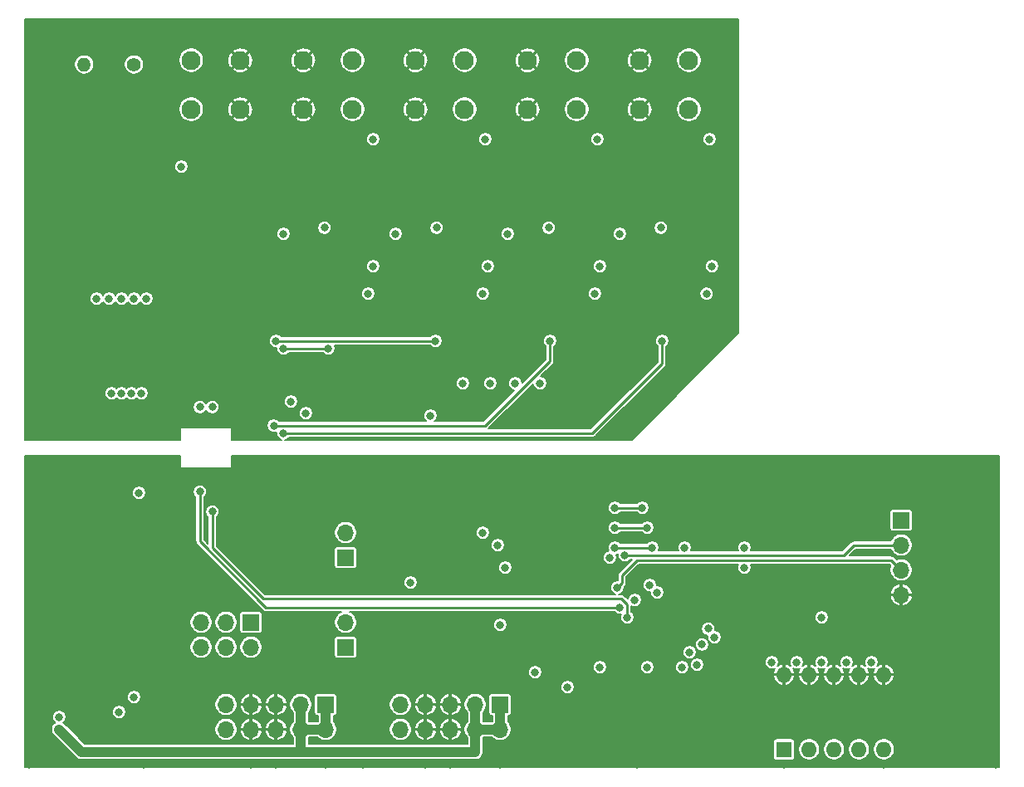
<source format=gbr>
%TF.GenerationSoftware,KiCad,Pcbnew,5.1.10-88a1d61d58~90~ubuntu20.04.1*%
%TF.CreationDate,2021-10-13T16:14:00+02:00*%
%TF.ProjectId,AI_V1,41495f56-312e-46b6-9963-61645f706362,rev?*%
%TF.SameCoordinates,Original*%
%TF.FileFunction,Copper,L3,Inr*%
%TF.FilePolarity,Positive*%
%FSLAX46Y46*%
G04 Gerber Fmt 4.6, Leading zero omitted, Abs format (unit mm)*
G04 Created by KiCad (PCBNEW 5.1.10-88a1d61d58~90~ubuntu20.04.1) date 2021-10-13 16:14:00*
%MOMM*%
%LPD*%
G01*
G04 APERTURE LIST*
%TA.AperFunction,ComponentPad*%
%ADD10O,1.600000X1.600000*%
%TD*%
%TA.AperFunction,ComponentPad*%
%ADD11R,1.600000X1.600000*%
%TD*%
%TA.AperFunction,ComponentPad*%
%ADD12C,1.950000*%
%TD*%
%TA.AperFunction,ComponentPad*%
%ADD13O,1.700000X1.700000*%
%TD*%
%TA.AperFunction,ComponentPad*%
%ADD14R,1.700000X1.700000*%
%TD*%
%TA.AperFunction,ComponentPad*%
%ADD15O,1.400000X1.400000*%
%TD*%
%TA.AperFunction,ComponentPad*%
%ADD16C,1.400000*%
%TD*%
%TA.AperFunction,ViaPad*%
%ADD17C,0.800000*%
%TD*%
%TA.AperFunction,Conductor*%
%ADD18C,1.000000*%
%TD*%
%TA.AperFunction,Conductor*%
%ADD19C,0.250000*%
%TD*%
%TA.AperFunction,Conductor*%
%ADD20C,0.127000*%
%TD*%
%TA.AperFunction,Conductor*%
%ADD21C,0.100000*%
%TD*%
G04 APERTURE END LIST*
D10*
%TO.N,GND*%
%TO.C,SW1*%
X173736000Y-125476000D03*
%TO.N,Net-(R11-Pad1)*%
X183896000Y-133096000D03*
%TO.N,GND*%
X176276000Y-125476000D03*
%TO.N,Net-(R10-Pad1)*%
X181356000Y-133096000D03*
%TO.N,GND*%
X178816000Y-125476000D03*
%TO.N,Net-(R9-Pad1)*%
X178816000Y-133096000D03*
%TO.N,GND*%
X181356000Y-125476000D03*
%TO.N,Net-(R8-Pad1)*%
X176276000Y-133096000D03*
%TO.N,GND*%
X183896000Y-125476000D03*
D11*
%TO.N,Net-(R7-Pad1)*%
X173736000Y-133096000D03*
%TD*%
D12*
%TO.N,GND2*%
%TO.C,J11*%
X118284000Y-62818000D03*
X118284000Y-67818000D03*
%TO.N,Net-(D6-Pad1)*%
X113284000Y-62818000D03*
X113284000Y-67818000D03*
%TD*%
%TO.N,Net-(D5-Pad3)*%
%TO.C,J10*%
X164004000Y-62818000D03*
X164004000Y-67818000D03*
%TO.N,GND2*%
X159004000Y-62818000D03*
X159004000Y-67818000D03*
%TD*%
%TO.N,Net-(D4-Pad3)*%
%TO.C,J9*%
X152574000Y-62818000D03*
X152574000Y-67818000D03*
%TO.N,GND2*%
X147574000Y-62818000D03*
X147574000Y-67818000D03*
%TD*%
%TO.N,Net-(D3-Pad3)*%
%TO.C,J8*%
X141144000Y-62818000D03*
X141144000Y-67818000D03*
%TO.N,GND2*%
X136144000Y-62818000D03*
X136144000Y-67818000D03*
%TD*%
%TO.N,Net-(D2-Pad3)*%
%TO.C,J7*%
X129714000Y-62818000D03*
X129714000Y-67818000D03*
%TO.N,GND2*%
X124714000Y-62818000D03*
X124714000Y-67818000D03*
%TD*%
D13*
%TO.N,BUS-*%
%TO.C,J6*%
X116840000Y-131064000D03*
%TO.N,BUS+*%
X116840000Y-128524000D03*
%TO.N,GND*%
X119380000Y-131064000D03*
X119380000Y-128524000D03*
X121920000Y-131064000D03*
X121920000Y-128524000D03*
%TO.N,VCC*%
X124460000Y-131064000D03*
X124460000Y-128524000D03*
X127000000Y-131064000D03*
D14*
X127000000Y-128524000D03*
%TD*%
D13*
%TO.N,BUS-*%
%TO.C,J5*%
X134620000Y-131064000D03*
%TO.N,BUS+*%
X134620000Y-128524000D03*
%TO.N,GND*%
X137160000Y-131064000D03*
X137160000Y-128524000D03*
X139700000Y-131064000D03*
X139700000Y-128524000D03*
%TO.N,VCC*%
X142240000Y-131064000D03*
X142240000Y-128524000D03*
X144780000Y-131064000D03*
D14*
X144780000Y-128524000D03*
%TD*%
D13*
%TO.N,Net-(J4-Pad6)*%
%TO.C,J4*%
X114300000Y-122682000D03*
%TO.N,Net-(J3-Pad2)*%
X114300000Y-120142000D03*
%TO.N,BUS+*%
X116840000Y-122682000D03*
%TO.N,BUS-*%
X116840000Y-120142000D03*
%TO.N,Net-(J4-Pad2)*%
X119380000Y-122682000D03*
D14*
%TO.N,Net-(J2-Pad2)*%
X119380000Y-120142000D03*
%TD*%
D13*
%TO.N,Net-(J3-Pad2)*%
%TO.C,J3*%
X129032000Y-110998000D03*
D14*
%TO.N,Net-(J3-Pad1)*%
X129032000Y-113538000D03*
%TD*%
D13*
%TO.N,Net-(J2-Pad2)*%
%TO.C,J2*%
X129032000Y-120142000D03*
D14*
%TO.N,Net-(J2-Pad1)*%
X129032000Y-122682000D03*
%TD*%
D13*
%TO.N,GND*%
%TO.C,J1*%
X185674000Y-117348000D03*
%TO.N,SWCLK*%
X185674000Y-114808000D03*
%TO.N,SWIO*%
X185674000Y-112268000D03*
D14*
%TO.N,+3V3*%
X185674000Y-109728000D03*
%TD*%
D15*
%TO.N,Net-(D1-Pad2)*%
%TO.C,F1*%
X102362000Y-63246000D03*
D16*
%TO.N,Net-(D6-Pad1)*%
X107442000Y-63246000D03*
%TD*%
D17*
%TO.N,Net-(C1-Pad2)*%
X151638000Y-126746000D03*
X159766000Y-124714000D03*
%TO.N,GND*%
X144780000Y-122428000D03*
X138938000Y-122174000D03*
X140716000Y-116078000D03*
X135636000Y-109220000D03*
X156464000Y-121158000D03*
X160274000Y-121666000D03*
X151638000Y-115062000D03*
X151638000Y-116586000D03*
X151638000Y-113538000D03*
X148590000Y-120396000D03*
X150114000Y-121412000D03*
X151638000Y-123190000D03*
X98044000Y-118872000D03*
X99822000Y-117094000D03*
X101600000Y-118872000D03*
X96774000Y-103886000D03*
X108204000Y-103886000D03*
X117856000Y-103886000D03*
X130048000Y-103886000D03*
X137668000Y-103886000D03*
X140970000Y-103886000D03*
X143764000Y-103886000D03*
X146304000Y-103886000D03*
X149098000Y-103886000D03*
X157734000Y-103632000D03*
X168402000Y-103632000D03*
X179578000Y-103632000D03*
X189484000Y-103632000D03*
X195326000Y-103632000D03*
X195326000Y-109728000D03*
X180086000Y-109728000D03*
X181356000Y-108204000D03*
X181356000Y-111252000D03*
X195326000Y-117348000D03*
X195326000Y-125984000D03*
X195326000Y-134620000D03*
X183896000Y-134620000D03*
X173736000Y-134620000D03*
X158750000Y-130048000D03*
X158750000Y-134620000D03*
X144780000Y-134620000D03*
X137160000Y-134620000D03*
X139700000Y-134620000D03*
X127000000Y-134620000D03*
X121920000Y-134620000D03*
X119380000Y-134620000D03*
X130810000Y-131064000D03*
X130810000Y-128270000D03*
X130810000Y-134620000D03*
X108458000Y-134620000D03*
X108458000Y-132080000D03*
X96774000Y-134620000D03*
X96774000Y-126746000D03*
X102870000Y-126746000D03*
X102870000Y-129032000D03*
X102870000Y-124460000D03*
X96774000Y-111506000D03*
X124206000Y-122682000D03*
X124206000Y-119380000D03*
X124206000Y-116586000D03*
X124206000Y-113030000D03*
X124206000Y-109220000D03*
X168910000Y-124206000D03*
X159512000Y-119634000D03*
X147574000Y-110998000D03*
X110236000Y-103632000D03*
%TO.N,+3V3*%
X107442000Y-127762000D03*
X105918000Y-129286000D03*
X107950000Y-106934000D03*
X135636000Y-116078000D03*
X144780000Y-120396000D03*
X155956000Y-113538000D03*
X163576000Y-112522000D03*
X169672000Y-112522000D03*
X169672000Y-114554000D03*
X177546000Y-119634000D03*
X148336000Y-125222000D03*
X154940000Y-124714028D03*
X164846000Y-124460000D03*
%TO.N,VCC*%
X99822000Y-131064000D03*
X99822000Y-129794000D03*
%TO.N,+5V*%
X108204000Y-96774000D03*
X107188000Y-96774000D03*
X106172000Y-96774000D03*
X105156000Y-96774000D03*
X137668000Y-99060000D03*
%TO.N,GND2*%
X103632000Y-92964000D03*
X97536000Y-92964000D03*
X100076000Y-91186000D03*
X100076000Y-94742000D03*
X98806000Y-87122000D03*
X98806000Y-89154000D03*
X107442000Y-68834000D03*
X109474000Y-70866000D03*
X107442000Y-73152000D03*
X105410000Y-70866000D03*
X128270000Y-80010000D03*
X121666000Y-79756000D03*
X131318000Y-84836000D03*
X121666000Y-89662000D03*
X121412000Y-87884000D03*
X130302000Y-89662000D03*
X132842000Y-89662000D03*
X132842000Y-87884000D03*
X139954000Y-80010000D03*
X135128000Y-79756000D03*
X124460000Y-83820000D03*
X135890000Y-83820000D03*
X147320000Y-83820000D03*
X158750000Y-83820000D03*
X157988000Y-79756000D03*
X146558000Y-79756000D03*
X151384000Y-80010000D03*
X162814000Y-80010000D03*
X167386000Y-73914000D03*
X167386000Y-75438000D03*
X153670000Y-74676000D03*
X142240000Y-74676000D03*
X130810000Y-74676000D03*
X141986000Y-89662000D03*
X144272000Y-88900000D03*
X153162000Y-89662000D03*
X128270000Y-84582000D03*
X139700000Y-84582000D03*
X151384000Y-84582000D03*
X162814000Y-84582000D03*
X96774000Y-58928000D03*
X107442000Y-58928000D03*
X168148000Y-58928000D03*
X168148000Y-67818000D03*
X168148000Y-83820000D03*
X168148000Y-90424000D03*
X157734000Y-100838000D03*
X163322000Y-95250000D03*
X153670000Y-99822000D03*
X154178000Y-91694000D03*
X145796000Y-91440000D03*
X141986000Y-91440000D03*
X135890000Y-99060000D03*
X130048000Y-99060000D03*
X118618000Y-99060000D03*
X107696000Y-99822000D03*
X98806000Y-98806000D03*
X98806000Y-96774000D03*
X119888000Y-77470000D03*
X119888000Y-79502000D03*
X109474000Y-85598000D03*
X110998000Y-87630000D03*
X164592000Y-89662000D03*
X117856000Y-101092000D03*
X110490000Y-101092000D03*
X155194000Y-88138000D03*
%TO.N,+24V*%
X103632000Y-87122000D03*
X106172000Y-87122000D03*
X107442000Y-87122000D03*
X108712000Y-87122000D03*
X104902000Y-87122000D03*
X131318000Y-86614000D03*
X143001986Y-86614000D03*
X154432000Y-86614000D03*
X165840508Y-86635500D03*
%TO.N,Net-(C22-Pad2)*%
X122682000Y-92202000D03*
X127254000Y-92202000D03*
%TO.N,Net-(C23-Pad2)*%
X121920000Y-91440000D03*
X138176000Y-91440000D03*
%TO.N,Net-(C24-Pad2)*%
X121711000Y-100076000D03*
X149860000Y-91440000D03*
%TO.N,Net-(C25-Pad2)*%
X122682000Y-100838000D03*
X161290000Y-91440000D03*
%TO.N,Net-(C32-Pad2)*%
X122682000Y-80518000D03*
X126873000Y-79883000D03*
%TO.N,Net-(C33-Pad2)*%
X138303000Y-79883000D03*
X134112000Y-80518000D03*
%TO.N,Net-(C34-Pad2)*%
X145542000Y-80518000D03*
X149733000Y-79883000D03*
%TO.N,Net-(C35-Pad2)*%
X156972000Y-80518000D03*
X161163000Y-79883000D03*
%TO.N,SWCLK*%
X156718000Y-116586000D03*
%TO.N,SWIO*%
X157480000Y-113284000D03*
%TO.N,Net-(R7-Pad1)*%
X172466000Y-124206000D03*
X163322000Y-124714000D03*
%TO.N,Net-(R8-Pad1)*%
X175006000Y-124206000D03*
X164084000Y-123190000D03*
%TO.N,Net-(R9-Pad1)*%
X177546000Y-124206000D03*
X165354000Y-122391000D03*
%TO.N,Net-(R10-Pad1)*%
X180086000Y-124206000D03*
X166624000Y-121666000D03*
%TO.N,Net-(R11-Pad1)*%
X182626000Y-124206000D03*
X165989011Y-120776989D03*
%TO.N,SDA*%
X115443000Y-108839000D03*
X157734026Y-119634000D03*
%TO.N,SCL*%
X114173000Y-106807000D03*
X156972000Y-118618000D03*
%TO.N,Net-(R14-Pad2)*%
X160274000Y-112522000D03*
X156464000Y-112522000D03*
%TO.N,Net-(R15-Pad2)*%
X159766000Y-110490000D03*
X156464000Y-110490000D03*
%TO.N,Net-(R16-Pad2)*%
X159258000Y-108458000D03*
X156464000Y-108458000D03*
%TO.N,Net-(R18-Pad2)*%
X114173000Y-98171000D03*
X124968000Y-98806000D03*
%TO.N,Net-(R19-Pad2)*%
X115443000Y-98171000D03*
X123444000Y-97624000D03*
%TO.N,CC1*%
X131826000Y-83820000D03*
X140970000Y-95758000D03*
%TO.N,CC2*%
X143510000Y-83820020D03*
X143764000Y-95758000D03*
%TO.N,CC3*%
X154940000Y-83820000D03*
X146304000Y-95758000D03*
%TO.N,CC4*%
X166370000Y-83820000D03*
X148844000Y-95758000D03*
%TO.N,TXD*%
X143002000Y-110998000D03*
X158496000Y-117856000D03*
%TO.N,DIR*%
X144526000Y-112268000D03*
X160020000Y-116332000D03*
%TO.N,RXD*%
X145288000Y-114554000D03*
X160782000Y-117094000D03*
%TO.N,+10V*%
X154686000Y-70866000D03*
X143256000Y-70866000D03*
X131826000Y-70866000D03*
X166116000Y-70866000D03*
X112268000Y-73660000D03*
%TD*%
D18*
%TO.N,VCC*%
X144780000Y-128524000D02*
X144780000Y-131064000D01*
X142240000Y-128524000D02*
X142240000Y-131064000D01*
X144780000Y-131064000D02*
X142240000Y-131064000D01*
X127000000Y-128524000D02*
X127000000Y-131064000D01*
X124460000Y-128524000D02*
X124460000Y-131064000D01*
X124460000Y-131064000D02*
X127000000Y-131064000D01*
X124460000Y-131064000D02*
X124460000Y-133350000D01*
X124460000Y-133350000D02*
X142240000Y-133350000D01*
X142240000Y-133350000D02*
X142240000Y-131064000D01*
X102108000Y-133350000D02*
X99822000Y-131064000D01*
X124460000Y-133350000D02*
X102108000Y-133350000D01*
D19*
%TO.N,Net-(C22-Pad2)*%
X122682000Y-92202000D02*
X127254000Y-92202000D01*
%TO.N,Net-(C23-Pad2)*%
X121920000Y-91440000D02*
X138430000Y-91440000D01*
%TO.N,Net-(C24-Pad2)*%
X149860000Y-93472000D02*
X149860000Y-91440000D01*
X143256000Y-100076000D02*
X149860000Y-93472000D01*
X121711000Y-100076000D02*
X143256000Y-100076000D01*
%TO.N,Net-(C25-Pad2)*%
X122682000Y-100838000D02*
X150114000Y-100838000D01*
X150114000Y-100838000D02*
X154178000Y-100838000D01*
X161290000Y-93726000D02*
X161290000Y-91440000D01*
X154178000Y-100838000D02*
X161290000Y-93726000D01*
%TO.N,SWCLK*%
X156718000Y-116586000D02*
X157226000Y-116078000D01*
X157226000Y-116078000D02*
X157226000Y-115316000D01*
X157226000Y-115316000D02*
X158750000Y-113792000D01*
X184658000Y-113792000D02*
X185674000Y-114808000D01*
X158750000Y-113792000D02*
X184658000Y-113792000D01*
%TO.N,SWIO*%
X180848000Y-112268000D02*
X185674000Y-112268000D01*
X179832000Y-113284000D02*
X180848000Y-112268000D01*
X157480000Y-113284000D02*
X179832000Y-113284000D01*
%TO.N,SDA*%
X157734026Y-118307022D02*
X157734026Y-119634000D01*
X157149012Y-117722008D02*
X157734026Y-118307022D01*
X120644418Y-117722008D02*
X157149012Y-117722008D01*
X115443000Y-112520590D02*
X120644418Y-117722008D01*
X115443000Y-108839000D02*
X115443000Y-112520590D01*
%TO.N,SCL*%
X114173000Y-111887000D02*
X120904000Y-118618000D01*
X114173000Y-106807000D02*
X114173000Y-111887000D01*
X120904000Y-118618000D02*
X156972000Y-118618000D01*
%TO.N,Net-(R14-Pad2)*%
X160274000Y-112522000D02*
X156464000Y-112522000D01*
%TO.N,Net-(R15-Pad2)*%
X159766000Y-110490000D02*
X156464000Y-110490000D01*
%TO.N,Net-(R16-Pad2)*%
X159258000Y-108458000D02*
X156464000Y-108458000D01*
%TD*%
D20*
%TO.N,GND2*%
X169100500Y-90651698D02*
X158215698Y-101536500D01*
X122848188Y-101536500D01*
X122891287Y-101527927D01*
X123021864Y-101473841D01*
X123139380Y-101395319D01*
X123239319Y-101295380D01*
X123249262Y-101280500D01*
X154156266Y-101280500D01*
X154178000Y-101282641D01*
X154199734Y-101280500D01*
X154199737Y-101280500D01*
X154264745Y-101274097D01*
X154348157Y-101248795D01*
X154425029Y-101207705D01*
X154492409Y-101152409D01*
X154506270Y-101135519D01*
X161587526Y-94054264D01*
X161604409Y-94040409D01*
X161618551Y-94023177D01*
X161659705Y-93973030D01*
X161700795Y-93896157D01*
X161717312Y-93841705D01*
X161726097Y-93812745D01*
X161732500Y-93747737D01*
X161732500Y-93747734D01*
X161734641Y-93726000D01*
X161732500Y-93704266D01*
X161732500Y-92007262D01*
X161747380Y-91997319D01*
X161847319Y-91897380D01*
X161925841Y-91779864D01*
X161979927Y-91649287D01*
X162007500Y-91510668D01*
X162007500Y-91369332D01*
X161979927Y-91230713D01*
X161925841Y-91100136D01*
X161847319Y-90982620D01*
X161747380Y-90882681D01*
X161629864Y-90804159D01*
X161499287Y-90750073D01*
X161360668Y-90722500D01*
X161219332Y-90722500D01*
X161080713Y-90750073D01*
X160950136Y-90804159D01*
X160832620Y-90882681D01*
X160732681Y-90982620D01*
X160654159Y-91100136D01*
X160600073Y-91230713D01*
X160572500Y-91369332D01*
X160572500Y-91510668D01*
X160600073Y-91649287D01*
X160654159Y-91779864D01*
X160732681Y-91897380D01*
X160832620Y-91997319D01*
X160847501Y-92007262D01*
X160847500Y-93542710D01*
X153994711Y-100395500D01*
X143564205Y-100395500D01*
X143570409Y-100390409D01*
X143584270Y-100373519D01*
X148126935Y-95830854D01*
X148154073Y-95967287D01*
X148208159Y-96097864D01*
X148286681Y-96215380D01*
X148386620Y-96315319D01*
X148504136Y-96393841D01*
X148634713Y-96447927D01*
X148773332Y-96475500D01*
X148914668Y-96475500D01*
X149053287Y-96447927D01*
X149183864Y-96393841D01*
X149301380Y-96315319D01*
X149401319Y-96215380D01*
X149479841Y-96097864D01*
X149533927Y-95967287D01*
X149561500Y-95828668D01*
X149561500Y-95687332D01*
X149533927Y-95548713D01*
X149479841Y-95418136D01*
X149401319Y-95300620D01*
X149301380Y-95200681D01*
X149183864Y-95122159D01*
X149053287Y-95068073D01*
X148916854Y-95040935D01*
X150157521Y-93800268D01*
X150174409Y-93786409D01*
X150229705Y-93719029D01*
X150270795Y-93642157D01*
X150296097Y-93558745D01*
X150302500Y-93493737D01*
X150302500Y-93493735D01*
X150304641Y-93472001D01*
X150302500Y-93450267D01*
X150302500Y-92007262D01*
X150317380Y-91997319D01*
X150417319Y-91897380D01*
X150495841Y-91779864D01*
X150549927Y-91649287D01*
X150577500Y-91510668D01*
X150577500Y-91369332D01*
X150549927Y-91230713D01*
X150495841Y-91100136D01*
X150417319Y-90982620D01*
X150317380Y-90882681D01*
X150199864Y-90804159D01*
X150069287Y-90750073D01*
X149930668Y-90722500D01*
X149789332Y-90722500D01*
X149650713Y-90750073D01*
X149520136Y-90804159D01*
X149402620Y-90882681D01*
X149302681Y-90982620D01*
X149224159Y-91100136D01*
X149170073Y-91230713D01*
X149142500Y-91369332D01*
X149142500Y-91510668D01*
X149170073Y-91649287D01*
X149224159Y-91779864D01*
X149302681Y-91897380D01*
X149402620Y-91997319D01*
X149417501Y-92007262D01*
X149417500Y-93288711D01*
X147021065Y-95685146D01*
X146993927Y-95548713D01*
X146939841Y-95418136D01*
X146861319Y-95300620D01*
X146761380Y-95200681D01*
X146643864Y-95122159D01*
X146513287Y-95068073D01*
X146374668Y-95040500D01*
X146233332Y-95040500D01*
X146094713Y-95068073D01*
X145964136Y-95122159D01*
X145846620Y-95200681D01*
X145746681Y-95300620D01*
X145668159Y-95418136D01*
X145614073Y-95548713D01*
X145586500Y-95687332D01*
X145586500Y-95828668D01*
X145614073Y-95967287D01*
X145668159Y-96097864D01*
X145746681Y-96215380D01*
X145846620Y-96315319D01*
X145964136Y-96393841D01*
X146094713Y-96447927D01*
X146231146Y-96475065D01*
X143072711Y-99633500D01*
X138101164Y-99633500D01*
X138125380Y-99617319D01*
X138225319Y-99517380D01*
X138303841Y-99399864D01*
X138357927Y-99269287D01*
X138385500Y-99130668D01*
X138385500Y-98989332D01*
X138357927Y-98850713D01*
X138303841Y-98720136D01*
X138225319Y-98602620D01*
X138125380Y-98502681D01*
X138007864Y-98424159D01*
X137877287Y-98370073D01*
X137738668Y-98342500D01*
X137597332Y-98342500D01*
X137458713Y-98370073D01*
X137328136Y-98424159D01*
X137210620Y-98502681D01*
X137110681Y-98602620D01*
X137032159Y-98720136D01*
X136978073Y-98850713D01*
X136950500Y-98989332D01*
X136950500Y-99130668D01*
X136978073Y-99269287D01*
X137032159Y-99399864D01*
X137110681Y-99517380D01*
X137210620Y-99617319D01*
X137234836Y-99633500D01*
X122278262Y-99633500D01*
X122268319Y-99618620D01*
X122168380Y-99518681D01*
X122050864Y-99440159D01*
X121920287Y-99386073D01*
X121781668Y-99358500D01*
X121640332Y-99358500D01*
X121501713Y-99386073D01*
X121371136Y-99440159D01*
X121253620Y-99518681D01*
X121153681Y-99618620D01*
X121075159Y-99736136D01*
X121021073Y-99866713D01*
X120993500Y-100005332D01*
X120993500Y-100146668D01*
X121021073Y-100285287D01*
X121075159Y-100415864D01*
X121153681Y-100533380D01*
X121253620Y-100633319D01*
X121371136Y-100711841D01*
X121501713Y-100765927D01*
X121640332Y-100793500D01*
X121781668Y-100793500D01*
X121920287Y-100765927D01*
X121968774Y-100745843D01*
X121964500Y-100767332D01*
X121964500Y-100908668D01*
X121992073Y-101047287D01*
X122046159Y-101177864D01*
X122124681Y-101295380D01*
X122224620Y-101395319D01*
X122342136Y-101473841D01*
X122472713Y-101527927D01*
X122515812Y-101536500D01*
X117411500Y-101536500D01*
X117411500Y-100330000D01*
X117410280Y-100317612D01*
X117406666Y-100305700D01*
X117400798Y-100294721D01*
X117392901Y-100285099D01*
X117383279Y-100277202D01*
X117372300Y-100271334D01*
X117360388Y-100267720D01*
X117348000Y-100266500D01*
X112268000Y-100266500D01*
X112255612Y-100267720D01*
X112243700Y-100271334D01*
X112232721Y-100277202D01*
X112223099Y-100285099D01*
X112215202Y-100294721D01*
X112209334Y-100305700D01*
X112205720Y-100317612D01*
X112204500Y-100330000D01*
X112204500Y-101536500D01*
X96342500Y-101536500D01*
X96342500Y-98100332D01*
X113455500Y-98100332D01*
X113455500Y-98241668D01*
X113483073Y-98380287D01*
X113537159Y-98510864D01*
X113615681Y-98628380D01*
X113715620Y-98728319D01*
X113833136Y-98806841D01*
X113963713Y-98860927D01*
X114102332Y-98888500D01*
X114243668Y-98888500D01*
X114382287Y-98860927D01*
X114512864Y-98806841D01*
X114630380Y-98728319D01*
X114730319Y-98628380D01*
X114808000Y-98512123D01*
X114885681Y-98628380D01*
X114985620Y-98728319D01*
X115103136Y-98806841D01*
X115233713Y-98860927D01*
X115372332Y-98888500D01*
X115513668Y-98888500D01*
X115652287Y-98860927D01*
X115782864Y-98806841D01*
X115889884Y-98735332D01*
X124250500Y-98735332D01*
X124250500Y-98876668D01*
X124278073Y-99015287D01*
X124332159Y-99145864D01*
X124410681Y-99263380D01*
X124510620Y-99363319D01*
X124628136Y-99441841D01*
X124758713Y-99495927D01*
X124897332Y-99523500D01*
X125038668Y-99523500D01*
X125177287Y-99495927D01*
X125307864Y-99441841D01*
X125425380Y-99363319D01*
X125525319Y-99263380D01*
X125603841Y-99145864D01*
X125657927Y-99015287D01*
X125685500Y-98876668D01*
X125685500Y-98735332D01*
X125657927Y-98596713D01*
X125603841Y-98466136D01*
X125525319Y-98348620D01*
X125425380Y-98248681D01*
X125307864Y-98170159D01*
X125177287Y-98116073D01*
X125038668Y-98088500D01*
X124897332Y-98088500D01*
X124758713Y-98116073D01*
X124628136Y-98170159D01*
X124510620Y-98248681D01*
X124410681Y-98348620D01*
X124332159Y-98466136D01*
X124278073Y-98596713D01*
X124250500Y-98735332D01*
X115889884Y-98735332D01*
X115900380Y-98728319D01*
X116000319Y-98628380D01*
X116078841Y-98510864D01*
X116132927Y-98380287D01*
X116160500Y-98241668D01*
X116160500Y-98100332D01*
X116132927Y-97961713D01*
X116078841Y-97831136D01*
X116000319Y-97713620D01*
X115900380Y-97613681D01*
X115810062Y-97553332D01*
X122726500Y-97553332D01*
X122726500Y-97694668D01*
X122754073Y-97833287D01*
X122808159Y-97963864D01*
X122886681Y-98081380D01*
X122986620Y-98181319D01*
X123104136Y-98259841D01*
X123234713Y-98313927D01*
X123373332Y-98341500D01*
X123514668Y-98341500D01*
X123653287Y-98313927D01*
X123783864Y-98259841D01*
X123901380Y-98181319D01*
X124001319Y-98081380D01*
X124079841Y-97963864D01*
X124133927Y-97833287D01*
X124161500Y-97694668D01*
X124161500Y-97553332D01*
X124133927Y-97414713D01*
X124079841Y-97284136D01*
X124001319Y-97166620D01*
X123901380Y-97066681D01*
X123783864Y-96988159D01*
X123653287Y-96934073D01*
X123514668Y-96906500D01*
X123373332Y-96906500D01*
X123234713Y-96934073D01*
X123104136Y-96988159D01*
X122986620Y-97066681D01*
X122886681Y-97166620D01*
X122808159Y-97284136D01*
X122754073Y-97414713D01*
X122726500Y-97553332D01*
X115810062Y-97553332D01*
X115782864Y-97535159D01*
X115652287Y-97481073D01*
X115513668Y-97453500D01*
X115372332Y-97453500D01*
X115233713Y-97481073D01*
X115103136Y-97535159D01*
X114985620Y-97613681D01*
X114885681Y-97713620D01*
X114808000Y-97829877D01*
X114730319Y-97713620D01*
X114630380Y-97613681D01*
X114512864Y-97535159D01*
X114382287Y-97481073D01*
X114243668Y-97453500D01*
X114102332Y-97453500D01*
X113963713Y-97481073D01*
X113833136Y-97535159D01*
X113715620Y-97613681D01*
X113615681Y-97713620D01*
X113537159Y-97831136D01*
X113483073Y-97961713D01*
X113455500Y-98100332D01*
X96342500Y-98100332D01*
X96342500Y-96703332D01*
X104438500Y-96703332D01*
X104438500Y-96844668D01*
X104466073Y-96983287D01*
X104520159Y-97113864D01*
X104598681Y-97231380D01*
X104698620Y-97331319D01*
X104816136Y-97409841D01*
X104946713Y-97463927D01*
X105085332Y-97491500D01*
X105226668Y-97491500D01*
X105365287Y-97463927D01*
X105495864Y-97409841D01*
X105613380Y-97331319D01*
X105664000Y-97280699D01*
X105714620Y-97331319D01*
X105832136Y-97409841D01*
X105962713Y-97463927D01*
X106101332Y-97491500D01*
X106242668Y-97491500D01*
X106381287Y-97463927D01*
X106511864Y-97409841D01*
X106629380Y-97331319D01*
X106680000Y-97280699D01*
X106730620Y-97331319D01*
X106848136Y-97409841D01*
X106978713Y-97463927D01*
X107117332Y-97491500D01*
X107258668Y-97491500D01*
X107397287Y-97463927D01*
X107527864Y-97409841D01*
X107645380Y-97331319D01*
X107696000Y-97280699D01*
X107746620Y-97331319D01*
X107864136Y-97409841D01*
X107994713Y-97463927D01*
X108133332Y-97491500D01*
X108274668Y-97491500D01*
X108413287Y-97463927D01*
X108543864Y-97409841D01*
X108661380Y-97331319D01*
X108761319Y-97231380D01*
X108839841Y-97113864D01*
X108893927Y-96983287D01*
X108921500Y-96844668D01*
X108921500Y-96703332D01*
X108893927Y-96564713D01*
X108839841Y-96434136D01*
X108761319Y-96316620D01*
X108661380Y-96216681D01*
X108543864Y-96138159D01*
X108413287Y-96084073D01*
X108274668Y-96056500D01*
X108133332Y-96056500D01*
X107994713Y-96084073D01*
X107864136Y-96138159D01*
X107746620Y-96216681D01*
X107696000Y-96267301D01*
X107645380Y-96216681D01*
X107527864Y-96138159D01*
X107397287Y-96084073D01*
X107258668Y-96056500D01*
X107117332Y-96056500D01*
X106978713Y-96084073D01*
X106848136Y-96138159D01*
X106730620Y-96216681D01*
X106680000Y-96267301D01*
X106629380Y-96216681D01*
X106511864Y-96138159D01*
X106381287Y-96084073D01*
X106242668Y-96056500D01*
X106101332Y-96056500D01*
X105962713Y-96084073D01*
X105832136Y-96138159D01*
X105714620Y-96216681D01*
X105664000Y-96267301D01*
X105613380Y-96216681D01*
X105495864Y-96138159D01*
X105365287Y-96084073D01*
X105226668Y-96056500D01*
X105085332Y-96056500D01*
X104946713Y-96084073D01*
X104816136Y-96138159D01*
X104698620Y-96216681D01*
X104598681Y-96316620D01*
X104520159Y-96434136D01*
X104466073Y-96564713D01*
X104438500Y-96703332D01*
X96342500Y-96703332D01*
X96342500Y-95687332D01*
X140252500Y-95687332D01*
X140252500Y-95828668D01*
X140280073Y-95967287D01*
X140334159Y-96097864D01*
X140412681Y-96215380D01*
X140512620Y-96315319D01*
X140630136Y-96393841D01*
X140760713Y-96447927D01*
X140899332Y-96475500D01*
X141040668Y-96475500D01*
X141179287Y-96447927D01*
X141309864Y-96393841D01*
X141427380Y-96315319D01*
X141527319Y-96215380D01*
X141605841Y-96097864D01*
X141659927Y-95967287D01*
X141687500Y-95828668D01*
X141687500Y-95687332D01*
X143046500Y-95687332D01*
X143046500Y-95828668D01*
X143074073Y-95967287D01*
X143128159Y-96097864D01*
X143206681Y-96215380D01*
X143306620Y-96315319D01*
X143424136Y-96393841D01*
X143554713Y-96447927D01*
X143693332Y-96475500D01*
X143834668Y-96475500D01*
X143973287Y-96447927D01*
X144103864Y-96393841D01*
X144221380Y-96315319D01*
X144321319Y-96215380D01*
X144399841Y-96097864D01*
X144453927Y-95967287D01*
X144481500Y-95828668D01*
X144481500Y-95687332D01*
X144453927Y-95548713D01*
X144399841Y-95418136D01*
X144321319Y-95300620D01*
X144221380Y-95200681D01*
X144103864Y-95122159D01*
X143973287Y-95068073D01*
X143834668Y-95040500D01*
X143693332Y-95040500D01*
X143554713Y-95068073D01*
X143424136Y-95122159D01*
X143306620Y-95200681D01*
X143206681Y-95300620D01*
X143128159Y-95418136D01*
X143074073Y-95548713D01*
X143046500Y-95687332D01*
X141687500Y-95687332D01*
X141659927Y-95548713D01*
X141605841Y-95418136D01*
X141527319Y-95300620D01*
X141427380Y-95200681D01*
X141309864Y-95122159D01*
X141179287Y-95068073D01*
X141040668Y-95040500D01*
X140899332Y-95040500D01*
X140760713Y-95068073D01*
X140630136Y-95122159D01*
X140512620Y-95200681D01*
X140412681Y-95300620D01*
X140334159Y-95418136D01*
X140280073Y-95548713D01*
X140252500Y-95687332D01*
X96342500Y-95687332D01*
X96342500Y-91369332D01*
X121202500Y-91369332D01*
X121202500Y-91510668D01*
X121230073Y-91649287D01*
X121284159Y-91779864D01*
X121362681Y-91897380D01*
X121462620Y-91997319D01*
X121580136Y-92075841D01*
X121710713Y-92129927D01*
X121849332Y-92157500D01*
X121964500Y-92157500D01*
X121964500Y-92272668D01*
X121992073Y-92411287D01*
X122046159Y-92541864D01*
X122124681Y-92659380D01*
X122224620Y-92759319D01*
X122342136Y-92837841D01*
X122472713Y-92891927D01*
X122611332Y-92919500D01*
X122752668Y-92919500D01*
X122891287Y-92891927D01*
X123021864Y-92837841D01*
X123139380Y-92759319D01*
X123239319Y-92659380D01*
X123249262Y-92644500D01*
X126686738Y-92644500D01*
X126696681Y-92659380D01*
X126796620Y-92759319D01*
X126914136Y-92837841D01*
X127044713Y-92891927D01*
X127183332Y-92919500D01*
X127324668Y-92919500D01*
X127463287Y-92891927D01*
X127593864Y-92837841D01*
X127711380Y-92759319D01*
X127811319Y-92659380D01*
X127889841Y-92541864D01*
X127943927Y-92411287D01*
X127971500Y-92272668D01*
X127971500Y-92131332D01*
X127943927Y-91992713D01*
X127898276Y-91882500D01*
X137608738Y-91882500D01*
X137618681Y-91897380D01*
X137718620Y-91997319D01*
X137836136Y-92075841D01*
X137966713Y-92129927D01*
X138105332Y-92157500D01*
X138246668Y-92157500D01*
X138385287Y-92129927D01*
X138515864Y-92075841D01*
X138633380Y-91997319D01*
X138733319Y-91897380D01*
X138811841Y-91779864D01*
X138865927Y-91649287D01*
X138893500Y-91510668D01*
X138893500Y-91369332D01*
X138865927Y-91230713D01*
X138811841Y-91100136D01*
X138733319Y-90982620D01*
X138633380Y-90882681D01*
X138515864Y-90804159D01*
X138385287Y-90750073D01*
X138246668Y-90722500D01*
X138105332Y-90722500D01*
X137966713Y-90750073D01*
X137836136Y-90804159D01*
X137718620Y-90882681D01*
X137618681Y-90982620D01*
X137608738Y-90997500D01*
X122487262Y-90997500D01*
X122477319Y-90982620D01*
X122377380Y-90882681D01*
X122259864Y-90804159D01*
X122129287Y-90750073D01*
X121990668Y-90722500D01*
X121849332Y-90722500D01*
X121710713Y-90750073D01*
X121580136Y-90804159D01*
X121462620Y-90882681D01*
X121362681Y-90982620D01*
X121284159Y-91100136D01*
X121230073Y-91230713D01*
X121202500Y-91369332D01*
X96342500Y-91369332D01*
X96342500Y-87051332D01*
X102914500Y-87051332D01*
X102914500Y-87192668D01*
X102942073Y-87331287D01*
X102996159Y-87461864D01*
X103074681Y-87579380D01*
X103174620Y-87679319D01*
X103292136Y-87757841D01*
X103422713Y-87811927D01*
X103561332Y-87839500D01*
X103702668Y-87839500D01*
X103841287Y-87811927D01*
X103971864Y-87757841D01*
X104089380Y-87679319D01*
X104189319Y-87579380D01*
X104267000Y-87463123D01*
X104344681Y-87579380D01*
X104444620Y-87679319D01*
X104562136Y-87757841D01*
X104692713Y-87811927D01*
X104831332Y-87839500D01*
X104972668Y-87839500D01*
X105111287Y-87811927D01*
X105241864Y-87757841D01*
X105359380Y-87679319D01*
X105459319Y-87579380D01*
X105537000Y-87463123D01*
X105614681Y-87579380D01*
X105714620Y-87679319D01*
X105832136Y-87757841D01*
X105962713Y-87811927D01*
X106101332Y-87839500D01*
X106242668Y-87839500D01*
X106381287Y-87811927D01*
X106511864Y-87757841D01*
X106629380Y-87679319D01*
X106729319Y-87579380D01*
X106807000Y-87463123D01*
X106884681Y-87579380D01*
X106984620Y-87679319D01*
X107102136Y-87757841D01*
X107232713Y-87811927D01*
X107371332Y-87839500D01*
X107512668Y-87839500D01*
X107651287Y-87811927D01*
X107781864Y-87757841D01*
X107899380Y-87679319D01*
X107999319Y-87579380D01*
X108077000Y-87463123D01*
X108154681Y-87579380D01*
X108254620Y-87679319D01*
X108372136Y-87757841D01*
X108502713Y-87811927D01*
X108641332Y-87839500D01*
X108782668Y-87839500D01*
X108921287Y-87811927D01*
X109051864Y-87757841D01*
X109169380Y-87679319D01*
X109269319Y-87579380D01*
X109347841Y-87461864D01*
X109401927Y-87331287D01*
X109429500Y-87192668D01*
X109429500Y-87051332D01*
X109401927Y-86912713D01*
X109347841Y-86782136D01*
X109269319Y-86664620D01*
X109169380Y-86564681D01*
X109137430Y-86543332D01*
X130600500Y-86543332D01*
X130600500Y-86684668D01*
X130628073Y-86823287D01*
X130682159Y-86953864D01*
X130760681Y-87071380D01*
X130860620Y-87171319D01*
X130978136Y-87249841D01*
X131108713Y-87303927D01*
X131247332Y-87331500D01*
X131388668Y-87331500D01*
X131527287Y-87303927D01*
X131657864Y-87249841D01*
X131775380Y-87171319D01*
X131875319Y-87071380D01*
X131953841Y-86953864D01*
X132007927Y-86823287D01*
X132035500Y-86684668D01*
X132035500Y-86543332D01*
X142284486Y-86543332D01*
X142284486Y-86684668D01*
X142312059Y-86823287D01*
X142366145Y-86953864D01*
X142444667Y-87071380D01*
X142544606Y-87171319D01*
X142662122Y-87249841D01*
X142792699Y-87303927D01*
X142931318Y-87331500D01*
X143072654Y-87331500D01*
X143211273Y-87303927D01*
X143341850Y-87249841D01*
X143459366Y-87171319D01*
X143559305Y-87071380D01*
X143637827Y-86953864D01*
X143691913Y-86823287D01*
X143719486Y-86684668D01*
X143719486Y-86543332D01*
X153714500Y-86543332D01*
X153714500Y-86684668D01*
X153742073Y-86823287D01*
X153796159Y-86953864D01*
X153874681Y-87071380D01*
X153974620Y-87171319D01*
X154092136Y-87249841D01*
X154222713Y-87303927D01*
X154361332Y-87331500D01*
X154502668Y-87331500D01*
X154641287Y-87303927D01*
X154771864Y-87249841D01*
X154889380Y-87171319D01*
X154989319Y-87071380D01*
X155067841Y-86953864D01*
X155121927Y-86823287D01*
X155149500Y-86684668D01*
X155149500Y-86564832D01*
X165123008Y-86564832D01*
X165123008Y-86706168D01*
X165150581Y-86844787D01*
X165204667Y-86975364D01*
X165283189Y-87092880D01*
X165383128Y-87192819D01*
X165500644Y-87271341D01*
X165631221Y-87325427D01*
X165769840Y-87353000D01*
X165911176Y-87353000D01*
X166049795Y-87325427D01*
X166180372Y-87271341D01*
X166297888Y-87192819D01*
X166397827Y-87092880D01*
X166476349Y-86975364D01*
X166530435Y-86844787D01*
X166558008Y-86706168D01*
X166558008Y-86564832D01*
X166530435Y-86426213D01*
X166476349Y-86295636D01*
X166397827Y-86178120D01*
X166297888Y-86078181D01*
X166180372Y-85999659D01*
X166049795Y-85945573D01*
X165911176Y-85918000D01*
X165769840Y-85918000D01*
X165631221Y-85945573D01*
X165500644Y-85999659D01*
X165383128Y-86078181D01*
X165283189Y-86178120D01*
X165204667Y-86295636D01*
X165150581Y-86426213D01*
X165123008Y-86564832D01*
X155149500Y-86564832D01*
X155149500Y-86543332D01*
X155121927Y-86404713D01*
X155067841Y-86274136D01*
X154989319Y-86156620D01*
X154889380Y-86056681D01*
X154771864Y-85978159D01*
X154641287Y-85924073D01*
X154502668Y-85896500D01*
X154361332Y-85896500D01*
X154222713Y-85924073D01*
X154092136Y-85978159D01*
X153974620Y-86056681D01*
X153874681Y-86156620D01*
X153796159Y-86274136D01*
X153742073Y-86404713D01*
X153714500Y-86543332D01*
X143719486Y-86543332D01*
X143691913Y-86404713D01*
X143637827Y-86274136D01*
X143559305Y-86156620D01*
X143459366Y-86056681D01*
X143341850Y-85978159D01*
X143211273Y-85924073D01*
X143072654Y-85896500D01*
X142931318Y-85896500D01*
X142792699Y-85924073D01*
X142662122Y-85978159D01*
X142544606Y-86056681D01*
X142444667Y-86156620D01*
X142366145Y-86274136D01*
X142312059Y-86404713D01*
X142284486Y-86543332D01*
X132035500Y-86543332D01*
X132007927Y-86404713D01*
X131953841Y-86274136D01*
X131875319Y-86156620D01*
X131775380Y-86056681D01*
X131657864Y-85978159D01*
X131527287Y-85924073D01*
X131388668Y-85896500D01*
X131247332Y-85896500D01*
X131108713Y-85924073D01*
X130978136Y-85978159D01*
X130860620Y-86056681D01*
X130760681Y-86156620D01*
X130682159Y-86274136D01*
X130628073Y-86404713D01*
X130600500Y-86543332D01*
X109137430Y-86543332D01*
X109051864Y-86486159D01*
X108921287Y-86432073D01*
X108782668Y-86404500D01*
X108641332Y-86404500D01*
X108502713Y-86432073D01*
X108372136Y-86486159D01*
X108254620Y-86564681D01*
X108154681Y-86664620D01*
X108077000Y-86780877D01*
X107999319Y-86664620D01*
X107899380Y-86564681D01*
X107781864Y-86486159D01*
X107651287Y-86432073D01*
X107512668Y-86404500D01*
X107371332Y-86404500D01*
X107232713Y-86432073D01*
X107102136Y-86486159D01*
X106984620Y-86564681D01*
X106884681Y-86664620D01*
X106807000Y-86780877D01*
X106729319Y-86664620D01*
X106629380Y-86564681D01*
X106511864Y-86486159D01*
X106381287Y-86432073D01*
X106242668Y-86404500D01*
X106101332Y-86404500D01*
X105962713Y-86432073D01*
X105832136Y-86486159D01*
X105714620Y-86564681D01*
X105614681Y-86664620D01*
X105537000Y-86780877D01*
X105459319Y-86664620D01*
X105359380Y-86564681D01*
X105241864Y-86486159D01*
X105111287Y-86432073D01*
X104972668Y-86404500D01*
X104831332Y-86404500D01*
X104692713Y-86432073D01*
X104562136Y-86486159D01*
X104444620Y-86564681D01*
X104344681Y-86664620D01*
X104267000Y-86780877D01*
X104189319Y-86664620D01*
X104089380Y-86564681D01*
X103971864Y-86486159D01*
X103841287Y-86432073D01*
X103702668Y-86404500D01*
X103561332Y-86404500D01*
X103422713Y-86432073D01*
X103292136Y-86486159D01*
X103174620Y-86564681D01*
X103074681Y-86664620D01*
X102996159Y-86782136D01*
X102942073Y-86912713D01*
X102914500Y-87051332D01*
X96342500Y-87051332D01*
X96342500Y-83749332D01*
X131108500Y-83749332D01*
X131108500Y-83890668D01*
X131136073Y-84029287D01*
X131190159Y-84159864D01*
X131268681Y-84277380D01*
X131368620Y-84377319D01*
X131486136Y-84455841D01*
X131616713Y-84509927D01*
X131755332Y-84537500D01*
X131896668Y-84537500D01*
X132035287Y-84509927D01*
X132165864Y-84455841D01*
X132283380Y-84377319D01*
X132383319Y-84277380D01*
X132461841Y-84159864D01*
X132515927Y-84029287D01*
X132543500Y-83890668D01*
X132543500Y-83749352D01*
X142792500Y-83749352D01*
X142792500Y-83890688D01*
X142820073Y-84029307D01*
X142874159Y-84159884D01*
X142952681Y-84277400D01*
X143052620Y-84377339D01*
X143170136Y-84455861D01*
X143300713Y-84509947D01*
X143439332Y-84537520D01*
X143580668Y-84537520D01*
X143719287Y-84509947D01*
X143849864Y-84455861D01*
X143967380Y-84377339D01*
X144067319Y-84277400D01*
X144145841Y-84159884D01*
X144199927Y-84029307D01*
X144227500Y-83890688D01*
X144227500Y-83749352D01*
X144227497Y-83749332D01*
X154222500Y-83749332D01*
X154222500Y-83890668D01*
X154250073Y-84029287D01*
X154304159Y-84159864D01*
X154382681Y-84277380D01*
X154482620Y-84377319D01*
X154600136Y-84455841D01*
X154730713Y-84509927D01*
X154869332Y-84537500D01*
X155010668Y-84537500D01*
X155149287Y-84509927D01*
X155279864Y-84455841D01*
X155397380Y-84377319D01*
X155497319Y-84277380D01*
X155575841Y-84159864D01*
X155629927Y-84029287D01*
X155657500Y-83890668D01*
X155657500Y-83749332D01*
X165652500Y-83749332D01*
X165652500Y-83890668D01*
X165680073Y-84029287D01*
X165734159Y-84159864D01*
X165812681Y-84277380D01*
X165912620Y-84377319D01*
X166030136Y-84455841D01*
X166160713Y-84509927D01*
X166299332Y-84537500D01*
X166440668Y-84537500D01*
X166579287Y-84509927D01*
X166709864Y-84455841D01*
X166827380Y-84377319D01*
X166927319Y-84277380D01*
X167005841Y-84159864D01*
X167059927Y-84029287D01*
X167087500Y-83890668D01*
X167087500Y-83749332D01*
X167059927Y-83610713D01*
X167005841Y-83480136D01*
X166927319Y-83362620D01*
X166827380Y-83262681D01*
X166709864Y-83184159D01*
X166579287Y-83130073D01*
X166440668Y-83102500D01*
X166299332Y-83102500D01*
X166160713Y-83130073D01*
X166030136Y-83184159D01*
X165912620Y-83262681D01*
X165812681Y-83362620D01*
X165734159Y-83480136D01*
X165680073Y-83610713D01*
X165652500Y-83749332D01*
X155657500Y-83749332D01*
X155629927Y-83610713D01*
X155575841Y-83480136D01*
X155497319Y-83362620D01*
X155397380Y-83262681D01*
X155279864Y-83184159D01*
X155149287Y-83130073D01*
X155010668Y-83102500D01*
X154869332Y-83102500D01*
X154730713Y-83130073D01*
X154600136Y-83184159D01*
X154482620Y-83262681D01*
X154382681Y-83362620D01*
X154304159Y-83480136D01*
X154250073Y-83610713D01*
X154222500Y-83749332D01*
X144227497Y-83749332D01*
X144199927Y-83610733D01*
X144145841Y-83480156D01*
X144067319Y-83362640D01*
X143967380Y-83262701D01*
X143849864Y-83184179D01*
X143719287Y-83130093D01*
X143580668Y-83102520D01*
X143439332Y-83102520D01*
X143300713Y-83130093D01*
X143170136Y-83184179D01*
X143052620Y-83262701D01*
X142952681Y-83362640D01*
X142874159Y-83480156D01*
X142820073Y-83610733D01*
X142792500Y-83749352D01*
X132543500Y-83749352D01*
X132543500Y-83749332D01*
X132515927Y-83610713D01*
X132461841Y-83480136D01*
X132383319Y-83362620D01*
X132283380Y-83262681D01*
X132165864Y-83184159D01*
X132035287Y-83130073D01*
X131896668Y-83102500D01*
X131755332Y-83102500D01*
X131616713Y-83130073D01*
X131486136Y-83184159D01*
X131368620Y-83262681D01*
X131268681Y-83362620D01*
X131190159Y-83480136D01*
X131136073Y-83610713D01*
X131108500Y-83749332D01*
X96342500Y-83749332D01*
X96342500Y-80447332D01*
X121964500Y-80447332D01*
X121964500Y-80588668D01*
X121992073Y-80727287D01*
X122046159Y-80857864D01*
X122124681Y-80975380D01*
X122224620Y-81075319D01*
X122342136Y-81153841D01*
X122472713Y-81207927D01*
X122611332Y-81235500D01*
X122752668Y-81235500D01*
X122891287Y-81207927D01*
X123021864Y-81153841D01*
X123139380Y-81075319D01*
X123239319Y-80975380D01*
X123317841Y-80857864D01*
X123371927Y-80727287D01*
X123399500Y-80588668D01*
X123399500Y-80447332D01*
X123371927Y-80308713D01*
X123317841Y-80178136D01*
X123239319Y-80060620D01*
X123139380Y-79960681D01*
X123021864Y-79882159D01*
X122891287Y-79828073D01*
X122812152Y-79812332D01*
X126155500Y-79812332D01*
X126155500Y-79953668D01*
X126183073Y-80092287D01*
X126237159Y-80222864D01*
X126315681Y-80340380D01*
X126415620Y-80440319D01*
X126533136Y-80518841D01*
X126663713Y-80572927D01*
X126802332Y-80600500D01*
X126943668Y-80600500D01*
X127082287Y-80572927D01*
X127212864Y-80518841D01*
X127319884Y-80447332D01*
X133394500Y-80447332D01*
X133394500Y-80588668D01*
X133422073Y-80727287D01*
X133476159Y-80857864D01*
X133554681Y-80975380D01*
X133654620Y-81075319D01*
X133772136Y-81153841D01*
X133902713Y-81207927D01*
X134041332Y-81235500D01*
X134182668Y-81235500D01*
X134321287Y-81207927D01*
X134451864Y-81153841D01*
X134569380Y-81075319D01*
X134669319Y-80975380D01*
X134747841Y-80857864D01*
X134801927Y-80727287D01*
X134829500Y-80588668D01*
X134829500Y-80447332D01*
X134801927Y-80308713D01*
X134747841Y-80178136D01*
X134669319Y-80060620D01*
X134569380Y-79960681D01*
X134451864Y-79882159D01*
X134321287Y-79828073D01*
X134242152Y-79812332D01*
X137585500Y-79812332D01*
X137585500Y-79953668D01*
X137613073Y-80092287D01*
X137667159Y-80222864D01*
X137745681Y-80340380D01*
X137845620Y-80440319D01*
X137963136Y-80518841D01*
X138093713Y-80572927D01*
X138232332Y-80600500D01*
X138373668Y-80600500D01*
X138512287Y-80572927D01*
X138642864Y-80518841D01*
X138749884Y-80447332D01*
X144824500Y-80447332D01*
X144824500Y-80588668D01*
X144852073Y-80727287D01*
X144906159Y-80857864D01*
X144984681Y-80975380D01*
X145084620Y-81075319D01*
X145202136Y-81153841D01*
X145332713Y-81207927D01*
X145471332Y-81235500D01*
X145612668Y-81235500D01*
X145751287Y-81207927D01*
X145881864Y-81153841D01*
X145999380Y-81075319D01*
X146099319Y-80975380D01*
X146177841Y-80857864D01*
X146231927Y-80727287D01*
X146259500Y-80588668D01*
X146259500Y-80447332D01*
X146231927Y-80308713D01*
X146177841Y-80178136D01*
X146099319Y-80060620D01*
X145999380Y-79960681D01*
X145881864Y-79882159D01*
X145751287Y-79828073D01*
X145672152Y-79812332D01*
X149015500Y-79812332D01*
X149015500Y-79953668D01*
X149043073Y-80092287D01*
X149097159Y-80222864D01*
X149175681Y-80340380D01*
X149275620Y-80440319D01*
X149393136Y-80518841D01*
X149523713Y-80572927D01*
X149662332Y-80600500D01*
X149803668Y-80600500D01*
X149942287Y-80572927D01*
X150072864Y-80518841D01*
X150179884Y-80447332D01*
X156254500Y-80447332D01*
X156254500Y-80588668D01*
X156282073Y-80727287D01*
X156336159Y-80857864D01*
X156414681Y-80975380D01*
X156514620Y-81075319D01*
X156632136Y-81153841D01*
X156762713Y-81207927D01*
X156901332Y-81235500D01*
X157042668Y-81235500D01*
X157181287Y-81207927D01*
X157311864Y-81153841D01*
X157429380Y-81075319D01*
X157529319Y-80975380D01*
X157607841Y-80857864D01*
X157661927Y-80727287D01*
X157689500Y-80588668D01*
X157689500Y-80447332D01*
X157661927Y-80308713D01*
X157607841Y-80178136D01*
X157529319Y-80060620D01*
X157429380Y-79960681D01*
X157311864Y-79882159D01*
X157181287Y-79828073D01*
X157102152Y-79812332D01*
X160445500Y-79812332D01*
X160445500Y-79953668D01*
X160473073Y-80092287D01*
X160527159Y-80222864D01*
X160605681Y-80340380D01*
X160705620Y-80440319D01*
X160823136Y-80518841D01*
X160953713Y-80572927D01*
X161092332Y-80600500D01*
X161233668Y-80600500D01*
X161372287Y-80572927D01*
X161502864Y-80518841D01*
X161620380Y-80440319D01*
X161720319Y-80340380D01*
X161798841Y-80222864D01*
X161852927Y-80092287D01*
X161880500Y-79953668D01*
X161880500Y-79812332D01*
X161852927Y-79673713D01*
X161798841Y-79543136D01*
X161720319Y-79425620D01*
X161620380Y-79325681D01*
X161502864Y-79247159D01*
X161372287Y-79193073D01*
X161233668Y-79165500D01*
X161092332Y-79165500D01*
X160953713Y-79193073D01*
X160823136Y-79247159D01*
X160705620Y-79325681D01*
X160605681Y-79425620D01*
X160527159Y-79543136D01*
X160473073Y-79673713D01*
X160445500Y-79812332D01*
X157102152Y-79812332D01*
X157042668Y-79800500D01*
X156901332Y-79800500D01*
X156762713Y-79828073D01*
X156632136Y-79882159D01*
X156514620Y-79960681D01*
X156414681Y-80060620D01*
X156336159Y-80178136D01*
X156282073Y-80308713D01*
X156254500Y-80447332D01*
X150179884Y-80447332D01*
X150190380Y-80440319D01*
X150290319Y-80340380D01*
X150368841Y-80222864D01*
X150422927Y-80092287D01*
X150450500Y-79953668D01*
X150450500Y-79812332D01*
X150422927Y-79673713D01*
X150368841Y-79543136D01*
X150290319Y-79425620D01*
X150190380Y-79325681D01*
X150072864Y-79247159D01*
X149942287Y-79193073D01*
X149803668Y-79165500D01*
X149662332Y-79165500D01*
X149523713Y-79193073D01*
X149393136Y-79247159D01*
X149275620Y-79325681D01*
X149175681Y-79425620D01*
X149097159Y-79543136D01*
X149043073Y-79673713D01*
X149015500Y-79812332D01*
X145672152Y-79812332D01*
X145612668Y-79800500D01*
X145471332Y-79800500D01*
X145332713Y-79828073D01*
X145202136Y-79882159D01*
X145084620Y-79960681D01*
X144984681Y-80060620D01*
X144906159Y-80178136D01*
X144852073Y-80308713D01*
X144824500Y-80447332D01*
X138749884Y-80447332D01*
X138760380Y-80440319D01*
X138860319Y-80340380D01*
X138938841Y-80222864D01*
X138992927Y-80092287D01*
X139020500Y-79953668D01*
X139020500Y-79812332D01*
X138992927Y-79673713D01*
X138938841Y-79543136D01*
X138860319Y-79425620D01*
X138760380Y-79325681D01*
X138642864Y-79247159D01*
X138512287Y-79193073D01*
X138373668Y-79165500D01*
X138232332Y-79165500D01*
X138093713Y-79193073D01*
X137963136Y-79247159D01*
X137845620Y-79325681D01*
X137745681Y-79425620D01*
X137667159Y-79543136D01*
X137613073Y-79673713D01*
X137585500Y-79812332D01*
X134242152Y-79812332D01*
X134182668Y-79800500D01*
X134041332Y-79800500D01*
X133902713Y-79828073D01*
X133772136Y-79882159D01*
X133654620Y-79960681D01*
X133554681Y-80060620D01*
X133476159Y-80178136D01*
X133422073Y-80308713D01*
X133394500Y-80447332D01*
X127319884Y-80447332D01*
X127330380Y-80440319D01*
X127430319Y-80340380D01*
X127508841Y-80222864D01*
X127562927Y-80092287D01*
X127590500Y-79953668D01*
X127590500Y-79812332D01*
X127562927Y-79673713D01*
X127508841Y-79543136D01*
X127430319Y-79425620D01*
X127330380Y-79325681D01*
X127212864Y-79247159D01*
X127082287Y-79193073D01*
X126943668Y-79165500D01*
X126802332Y-79165500D01*
X126663713Y-79193073D01*
X126533136Y-79247159D01*
X126415620Y-79325681D01*
X126315681Y-79425620D01*
X126237159Y-79543136D01*
X126183073Y-79673713D01*
X126155500Y-79812332D01*
X122812152Y-79812332D01*
X122752668Y-79800500D01*
X122611332Y-79800500D01*
X122472713Y-79828073D01*
X122342136Y-79882159D01*
X122224620Y-79960681D01*
X122124681Y-80060620D01*
X122046159Y-80178136D01*
X121992073Y-80308713D01*
X121964500Y-80447332D01*
X96342500Y-80447332D01*
X96342500Y-73589332D01*
X111550500Y-73589332D01*
X111550500Y-73730668D01*
X111578073Y-73869287D01*
X111632159Y-73999864D01*
X111710681Y-74117380D01*
X111810620Y-74217319D01*
X111928136Y-74295841D01*
X112058713Y-74349927D01*
X112197332Y-74377500D01*
X112338668Y-74377500D01*
X112477287Y-74349927D01*
X112607864Y-74295841D01*
X112725380Y-74217319D01*
X112825319Y-74117380D01*
X112903841Y-73999864D01*
X112957927Y-73869287D01*
X112985500Y-73730668D01*
X112985500Y-73589332D01*
X112957927Y-73450713D01*
X112903841Y-73320136D01*
X112825319Y-73202620D01*
X112725380Y-73102681D01*
X112607864Y-73024159D01*
X112477287Y-72970073D01*
X112338668Y-72942500D01*
X112197332Y-72942500D01*
X112058713Y-72970073D01*
X111928136Y-73024159D01*
X111810620Y-73102681D01*
X111710681Y-73202620D01*
X111632159Y-73320136D01*
X111578073Y-73450713D01*
X111550500Y-73589332D01*
X96342500Y-73589332D01*
X96342500Y-70795332D01*
X131108500Y-70795332D01*
X131108500Y-70936668D01*
X131136073Y-71075287D01*
X131190159Y-71205864D01*
X131268681Y-71323380D01*
X131368620Y-71423319D01*
X131486136Y-71501841D01*
X131616713Y-71555927D01*
X131755332Y-71583500D01*
X131896668Y-71583500D01*
X132035287Y-71555927D01*
X132165864Y-71501841D01*
X132283380Y-71423319D01*
X132383319Y-71323380D01*
X132461841Y-71205864D01*
X132515927Y-71075287D01*
X132543500Y-70936668D01*
X132543500Y-70795332D01*
X142538500Y-70795332D01*
X142538500Y-70936668D01*
X142566073Y-71075287D01*
X142620159Y-71205864D01*
X142698681Y-71323380D01*
X142798620Y-71423319D01*
X142916136Y-71501841D01*
X143046713Y-71555927D01*
X143185332Y-71583500D01*
X143326668Y-71583500D01*
X143465287Y-71555927D01*
X143595864Y-71501841D01*
X143713380Y-71423319D01*
X143813319Y-71323380D01*
X143891841Y-71205864D01*
X143945927Y-71075287D01*
X143973500Y-70936668D01*
X143973500Y-70795332D01*
X153968500Y-70795332D01*
X153968500Y-70936668D01*
X153996073Y-71075287D01*
X154050159Y-71205864D01*
X154128681Y-71323380D01*
X154228620Y-71423319D01*
X154346136Y-71501841D01*
X154476713Y-71555927D01*
X154615332Y-71583500D01*
X154756668Y-71583500D01*
X154895287Y-71555927D01*
X155025864Y-71501841D01*
X155143380Y-71423319D01*
X155243319Y-71323380D01*
X155321841Y-71205864D01*
X155375927Y-71075287D01*
X155403500Y-70936668D01*
X155403500Y-70795332D01*
X165398500Y-70795332D01*
X165398500Y-70936668D01*
X165426073Y-71075287D01*
X165480159Y-71205864D01*
X165558681Y-71323380D01*
X165658620Y-71423319D01*
X165776136Y-71501841D01*
X165906713Y-71555927D01*
X166045332Y-71583500D01*
X166186668Y-71583500D01*
X166325287Y-71555927D01*
X166455864Y-71501841D01*
X166573380Y-71423319D01*
X166673319Y-71323380D01*
X166751841Y-71205864D01*
X166805927Y-71075287D01*
X166833500Y-70936668D01*
X166833500Y-70795332D01*
X166805927Y-70656713D01*
X166751841Y-70526136D01*
X166673319Y-70408620D01*
X166573380Y-70308681D01*
X166455864Y-70230159D01*
X166325287Y-70176073D01*
X166186668Y-70148500D01*
X166045332Y-70148500D01*
X165906713Y-70176073D01*
X165776136Y-70230159D01*
X165658620Y-70308681D01*
X165558681Y-70408620D01*
X165480159Y-70526136D01*
X165426073Y-70656713D01*
X165398500Y-70795332D01*
X155403500Y-70795332D01*
X155375927Y-70656713D01*
X155321841Y-70526136D01*
X155243319Y-70408620D01*
X155143380Y-70308681D01*
X155025864Y-70230159D01*
X154895287Y-70176073D01*
X154756668Y-70148500D01*
X154615332Y-70148500D01*
X154476713Y-70176073D01*
X154346136Y-70230159D01*
X154228620Y-70308681D01*
X154128681Y-70408620D01*
X154050159Y-70526136D01*
X153996073Y-70656713D01*
X153968500Y-70795332D01*
X143973500Y-70795332D01*
X143945927Y-70656713D01*
X143891841Y-70526136D01*
X143813319Y-70408620D01*
X143713380Y-70308681D01*
X143595864Y-70230159D01*
X143465287Y-70176073D01*
X143326668Y-70148500D01*
X143185332Y-70148500D01*
X143046713Y-70176073D01*
X142916136Y-70230159D01*
X142798620Y-70308681D01*
X142698681Y-70408620D01*
X142620159Y-70526136D01*
X142566073Y-70656713D01*
X142538500Y-70795332D01*
X132543500Y-70795332D01*
X132515927Y-70656713D01*
X132461841Y-70526136D01*
X132383319Y-70408620D01*
X132283380Y-70308681D01*
X132165864Y-70230159D01*
X132035287Y-70176073D01*
X131896668Y-70148500D01*
X131755332Y-70148500D01*
X131616713Y-70176073D01*
X131486136Y-70230159D01*
X131368620Y-70308681D01*
X131268681Y-70408620D01*
X131190159Y-70526136D01*
X131136073Y-70656713D01*
X131108500Y-70795332D01*
X96342500Y-70795332D01*
X96342500Y-67690700D01*
X111991500Y-67690700D01*
X111991500Y-67945300D01*
X112041170Y-68195008D01*
X112138601Y-68430228D01*
X112280050Y-68641921D01*
X112460079Y-68821950D01*
X112671772Y-68963399D01*
X112906992Y-69060830D01*
X113156700Y-69110500D01*
X113411300Y-69110500D01*
X113661008Y-69060830D01*
X113896228Y-68963399D01*
X114107921Y-68821950D01*
X114205909Y-68723962D01*
X117467840Y-68723962D01*
X117572897Y-68904782D01*
X117798580Y-69022629D01*
X118042919Y-69094183D01*
X118296522Y-69116694D01*
X118549644Y-69089297D01*
X118792558Y-69013045D01*
X118995103Y-68904782D01*
X119100160Y-68723962D01*
X123897840Y-68723962D01*
X124002897Y-68904782D01*
X124228580Y-69022629D01*
X124472919Y-69094183D01*
X124726522Y-69116694D01*
X124979644Y-69089297D01*
X125222558Y-69013045D01*
X125425103Y-68904782D01*
X125530160Y-68723962D01*
X124714000Y-67907803D01*
X123897840Y-68723962D01*
X119100160Y-68723962D01*
X118284000Y-67907803D01*
X117467840Y-68723962D01*
X114205909Y-68723962D01*
X114287950Y-68641921D01*
X114429399Y-68430228D01*
X114526830Y-68195008D01*
X114576500Y-67945300D01*
X114576500Y-67830522D01*
X116985306Y-67830522D01*
X117012703Y-68083644D01*
X117088955Y-68326558D01*
X117197218Y-68529103D01*
X117378038Y-68634160D01*
X118194197Y-67818000D01*
X118373803Y-67818000D01*
X119189962Y-68634160D01*
X119370782Y-68529103D01*
X119488629Y-68303420D01*
X119560183Y-68059081D01*
X119580470Y-67830522D01*
X123415306Y-67830522D01*
X123442703Y-68083644D01*
X123518955Y-68326558D01*
X123627218Y-68529103D01*
X123808038Y-68634160D01*
X124624197Y-67818000D01*
X124803803Y-67818000D01*
X125619962Y-68634160D01*
X125800782Y-68529103D01*
X125918629Y-68303420D01*
X125990183Y-68059081D01*
X126012694Y-67805478D01*
X126000271Y-67690700D01*
X128421500Y-67690700D01*
X128421500Y-67945300D01*
X128471170Y-68195008D01*
X128568601Y-68430228D01*
X128710050Y-68641921D01*
X128890079Y-68821950D01*
X129101772Y-68963399D01*
X129336992Y-69060830D01*
X129586700Y-69110500D01*
X129841300Y-69110500D01*
X130091008Y-69060830D01*
X130326228Y-68963399D01*
X130537921Y-68821950D01*
X130635909Y-68723962D01*
X135327840Y-68723962D01*
X135432897Y-68904782D01*
X135658580Y-69022629D01*
X135902919Y-69094183D01*
X136156522Y-69116694D01*
X136409644Y-69089297D01*
X136652558Y-69013045D01*
X136855103Y-68904782D01*
X136960160Y-68723962D01*
X136144000Y-67907803D01*
X135327840Y-68723962D01*
X130635909Y-68723962D01*
X130717950Y-68641921D01*
X130859399Y-68430228D01*
X130956830Y-68195008D01*
X131006500Y-67945300D01*
X131006500Y-67830522D01*
X134845306Y-67830522D01*
X134872703Y-68083644D01*
X134948955Y-68326558D01*
X135057218Y-68529103D01*
X135238038Y-68634160D01*
X136054197Y-67818000D01*
X136233803Y-67818000D01*
X137049962Y-68634160D01*
X137230782Y-68529103D01*
X137348629Y-68303420D01*
X137420183Y-68059081D01*
X137442694Y-67805478D01*
X137430271Y-67690700D01*
X139851500Y-67690700D01*
X139851500Y-67945300D01*
X139901170Y-68195008D01*
X139998601Y-68430228D01*
X140140050Y-68641921D01*
X140320079Y-68821950D01*
X140531772Y-68963399D01*
X140766992Y-69060830D01*
X141016700Y-69110500D01*
X141271300Y-69110500D01*
X141521008Y-69060830D01*
X141756228Y-68963399D01*
X141967921Y-68821950D01*
X142065909Y-68723962D01*
X146757840Y-68723962D01*
X146862897Y-68904782D01*
X147088580Y-69022629D01*
X147332919Y-69094183D01*
X147586522Y-69116694D01*
X147839644Y-69089297D01*
X148082558Y-69013045D01*
X148285103Y-68904782D01*
X148390160Y-68723962D01*
X147574000Y-67907803D01*
X146757840Y-68723962D01*
X142065909Y-68723962D01*
X142147950Y-68641921D01*
X142289399Y-68430228D01*
X142386830Y-68195008D01*
X142436500Y-67945300D01*
X142436500Y-67830522D01*
X146275306Y-67830522D01*
X146302703Y-68083644D01*
X146378955Y-68326558D01*
X146487218Y-68529103D01*
X146668038Y-68634160D01*
X147484197Y-67818000D01*
X147663803Y-67818000D01*
X148479962Y-68634160D01*
X148660782Y-68529103D01*
X148778629Y-68303420D01*
X148850183Y-68059081D01*
X148872694Y-67805478D01*
X148860271Y-67690700D01*
X151281500Y-67690700D01*
X151281500Y-67945300D01*
X151331170Y-68195008D01*
X151428601Y-68430228D01*
X151570050Y-68641921D01*
X151750079Y-68821950D01*
X151961772Y-68963399D01*
X152196992Y-69060830D01*
X152446700Y-69110500D01*
X152701300Y-69110500D01*
X152951008Y-69060830D01*
X153186228Y-68963399D01*
X153397921Y-68821950D01*
X153495909Y-68723962D01*
X158187840Y-68723962D01*
X158292897Y-68904782D01*
X158518580Y-69022629D01*
X158762919Y-69094183D01*
X159016522Y-69116694D01*
X159269644Y-69089297D01*
X159512558Y-69013045D01*
X159715103Y-68904782D01*
X159820160Y-68723962D01*
X159004000Y-67907803D01*
X158187840Y-68723962D01*
X153495909Y-68723962D01*
X153577950Y-68641921D01*
X153719399Y-68430228D01*
X153816830Y-68195008D01*
X153866500Y-67945300D01*
X153866500Y-67830522D01*
X157705306Y-67830522D01*
X157732703Y-68083644D01*
X157808955Y-68326558D01*
X157917218Y-68529103D01*
X158098038Y-68634160D01*
X158914197Y-67818000D01*
X159093803Y-67818000D01*
X159909962Y-68634160D01*
X160090782Y-68529103D01*
X160208629Y-68303420D01*
X160280183Y-68059081D01*
X160302694Y-67805478D01*
X160290271Y-67690700D01*
X162711500Y-67690700D01*
X162711500Y-67945300D01*
X162761170Y-68195008D01*
X162858601Y-68430228D01*
X163000050Y-68641921D01*
X163180079Y-68821950D01*
X163391772Y-68963399D01*
X163626992Y-69060830D01*
X163876700Y-69110500D01*
X164131300Y-69110500D01*
X164381008Y-69060830D01*
X164616228Y-68963399D01*
X164827921Y-68821950D01*
X165007950Y-68641921D01*
X165149399Y-68430228D01*
X165246830Y-68195008D01*
X165296500Y-67945300D01*
X165296500Y-67690700D01*
X165246830Y-67440992D01*
X165149399Y-67205772D01*
X165007950Y-66994079D01*
X164827921Y-66814050D01*
X164616228Y-66672601D01*
X164381008Y-66575170D01*
X164131300Y-66525500D01*
X163876700Y-66525500D01*
X163626992Y-66575170D01*
X163391772Y-66672601D01*
X163180079Y-66814050D01*
X163000050Y-66994079D01*
X162858601Y-67205772D01*
X162761170Y-67440992D01*
X162711500Y-67690700D01*
X160290271Y-67690700D01*
X160275297Y-67552356D01*
X160199045Y-67309442D01*
X160090782Y-67106897D01*
X159909962Y-67001840D01*
X159093803Y-67818000D01*
X158914197Y-67818000D01*
X158098038Y-67001840D01*
X157917218Y-67106897D01*
X157799371Y-67332580D01*
X157727817Y-67576919D01*
X157705306Y-67830522D01*
X153866500Y-67830522D01*
X153866500Y-67690700D01*
X153816830Y-67440992D01*
X153719399Y-67205772D01*
X153577950Y-66994079D01*
X153495909Y-66912038D01*
X158187840Y-66912038D01*
X159004000Y-67728197D01*
X159820160Y-66912038D01*
X159715103Y-66731218D01*
X159489420Y-66613371D01*
X159245081Y-66541817D01*
X158991478Y-66519306D01*
X158738356Y-66546703D01*
X158495442Y-66622955D01*
X158292897Y-66731218D01*
X158187840Y-66912038D01*
X153495909Y-66912038D01*
X153397921Y-66814050D01*
X153186228Y-66672601D01*
X152951008Y-66575170D01*
X152701300Y-66525500D01*
X152446700Y-66525500D01*
X152196992Y-66575170D01*
X151961772Y-66672601D01*
X151750079Y-66814050D01*
X151570050Y-66994079D01*
X151428601Y-67205772D01*
X151331170Y-67440992D01*
X151281500Y-67690700D01*
X148860271Y-67690700D01*
X148845297Y-67552356D01*
X148769045Y-67309442D01*
X148660782Y-67106897D01*
X148479962Y-67001840D01*
X147663803Y-67818000D01*
X147484197Y-67818000D01*
X146668038Y-67001840D01*
X146487218Y-67106897D01*
X146369371Y-67332580D01*
X146297817Y-67576919D01*
X146275306Y-67830522D01*
X142436500Y-67830522D01*
X142436500Y-67690700D01*
X142386830Y-67440992D01*
X142289399Y-67205772D01*
X142147950Y-66994079D01*
X142065909Y-66912038D01*
X146757840Y-66912038D01*
X147574000Y-67728197D01*
X148390160Y-66912038D01*
X148285103Y-66731218D01*
X148059420Y-66613371D01*
X147815081Y-66541817D01*
X147561478Y-66519306D01*
X147308356Y-66546703D01*
X147065442Y-66622955D01*
X146862897Y-66731218D01*
X146757840Y-66912038D01*
X142065909Y-66912038D01*
X141967921Y-66814050D01*
X141756228Y-66672601D01*
X141521008Y-66575170D01*
X141271300Y-66525500D01*
X141016700Y-66525500D01*
X140766992Y-66575170D01*
X140531772Y-66672601D01*
X140320079Y-66814050D01*
X140140050Y-66994079D01*
X139998601Y-67205772D01*
X139901170Y-67440992D01*
X139851500Y-67690700D01*
X137430271Y-67690700D01*
X137415297Y-67552356D01*
X137339045Y-67309442D01*
X137230782Y-67106897D01*
X137049962Y-67001840D01*
X136233803Y-67818000D01*
X136054197Y-67818000D01*
X135238038Y-67001840D01*
X135057218Y-67106897D01*
X134939371Y-67332580D01*
X134867817Y-67576919D01*
X134845306Y-67830522D01*
X131006500Y-67830522D01*
X131006500Y-67690700D01*
X130956830Y-67440992D01*
X130859399Y-67205772D01*
X130717950Y-66994079D01*
X130635909Y-66912038D01*
X135327840Y-66912038D01*
X136144000Y-67728197D01*
X136960160Y-66912038D01*
X136855103Y-66731218D01*
X136629420Y-66613371D01*
X136385081Y-66541817D01*
X136131478Y-66519306D01*
X135878356Y-66546703D01*
X135635442Y-66622955D01*
X135432897Y-66731218D01*
X135327840Y-66912038D01*
X130635909Y-66912038D01*
X130537921Y-66814050D01*
X130326228Y-66672601D01*
X130091008Y-66575170D01*
X129841300Y-66525500D01*
X129586700Y-66525500D01*
X129336992Y-66575170D01*
X129101772Y-66672601D01*
X128890079Y-66814050D01*
X128710050Y-66994079D01*
X128568601Y-67205772D01*
X128471170Y-67440992D01*
X128421500Y-67690700D01*
X126000271Y-67690700D01*
X125985297Y-67552356D01*
X125909045Y-67309442D01*
X125800782Y-67106897D01*
X125619962Y-67001840D01*
X124803803Y-67818000D01*
X124624197Y-67818000D01*
X123808038Y-67001840D01*
X123627218Y-67106897D01*
X123509371Y-67332580D01*
X123437817Y-67576919D01*
X123415306Y-67830522D01*
X119580470Y-67830522D01*
X119582694Y-67805478D01*
X119555297Y-67552356D01*
X119479045Y-67309442D01*
X119370782Y-67106897D01*
X119189962Y-67001840D01*
X118373803Y-67818000D01*
X118194197Y-67818000D01*
X117378038Y-67001840D01*
X117197218Y-67106897D01*
X117079371Y-67332580D01*
X117007817Y-67576919D01*
X116985306Y-67830522D01*
X114576500Y-67830522D01*
X114576500Y-67690700D01*
X114526830Y-67440992D01*
X114429399Y-67205772D01*
X114287950Y-66994079D01*
X114205909Y-66912038D01*
X117467840Y-66912038D01*
X118284000Y-67728197D01*
X119100160Y-66912038D01*
X123897840Y-66912038D01*
X124714000Y-67728197D01*
X125530160Y-66912038D01*
X125425103Y-66731218D01*
X125199420Y-66613371D01*
X124955081Y-66541817D01*
X124701478Y-66519306D01*
X124448356Y-66546703D01*
X124205442Y-66622955D01*
X124002897Y-66731218D01*
X123897840Y-66912038D01*
X119100160Y-66912038D01*
X118995103Y-66731218D01*
X118769420Y-66613371D01*
X118525081Y-66541817D01*
X118271478Y-66519306D01*
X118018356Y-66546703D01*
X117775442Y-66622955D01*
X117572897Y-66731218D01*
X117467840Y-66912038D01*
X114205909Y-66912038D01*
X114107921Y-66814050D01*
X113896228Y-66672601D01*
X113661008Y-66575170D01*
X113411300Y-66525500D01*
X113156700Y-66525500D01*
X112906992Y-66575170D01*
X112671772Y-66672601D01*
X112460079Y-66814050D01*
X112280050Y-66994079D01*
X112138601Y-67205772D01*
X112041170Y-67440992D01*
X111991500Y-67690700D01*
X96342500Y-67690700D01*
X96342500Y-63145785D01*
X101344500Y-63145785D01*
X101344500Y-63346215D01*
X101383602Y-63542794D01*
X101460303Y-63727967D01*
X101571656Y-63894618D01*
X101713382Y-64036344D01*
X101880033Y-64147697D01*
X102065206Y-64224398D01*
X102261785Y-64263500D01*
X102462215Y-64263500D01*
X102658794Y-64224398D01*
X102843967Y-64147697D01*
X103010618Y-64036344D01*
X103152344Y-63894618D01*
X103263697Y-63727967D01*
X103340398Y-63542794D01*
X103379500Y-63346215D01*
X103379500Y-63145785D01*
X106424500Y-63145785D01*
X106424500Y-63346215D01*
X106463602Y-63542794D01*
X106540303Y-63727967D01*
X106651656Y-63894618D01*
X106793382Y-64036344D01*
X106960033Y-64147697D01*
X107145206Y-64224398D01*
X107341785Y-64263500D01*
X107542215Y-64263500D01*
X107738794Y-64224398D01*
X107923967Y-64147697D01*
X108090618Y-64036344D01*
X108232344Y-63894618D01*
X108343697Y-63727967D01*
X108420398Y-63542794D01*
X108459500Y-63346215D01*
X108459500Y-63145785D01*
X108420398Y-62949206D01*
X108343697Y-62764033D01*
X108294698Y-62690700D01*
X111991500Y-62690700D01*
X111991500Y-62945300D01*
X112041170Y-63195008D01*
X112138601Y-63430228D01*
X112280050Y-63641921D01*
X112460079Y-63821950D01*
X112671772Y-63963399D01*
X112906992Y-64060830D01*
X113156700Y-64110500D01*
X113411300Y-64110500D01*
X113661008Y-64060830D01*
X113896228Y-63963399D01*
X114107921Y-63821950D01*
X114205909Y-63723962D01*
X117467840Y-63723962D01*
X117572897Y-63904782D01*
X117798580Y-64022629D01*
X118042919Y-64094183D01*
X118296522Y-64116694D01*
X118549644Y-64089297D01*
X118792558Y-64013045D01*
X118995103Y-63904782D01*
X119100160Y-63723962D01*
X123897840Y-63723962D01*
X124002897Y-63904782D01*
X124228580Y-64022629D01*
X124472919Y-64094183D01*
X124726522Y-64116694D01*
X124979644Y-64089297D01*
X125222558Y-64013045D01*
X125425103Y-63904782D01*
X125530160Y-63723962D01*
X124714000Y-62907803D01*
X123897840Y-63723962D01*
X119100160Y-63723962D01*
X118284000Y-62907803D01*
X117467840Y-63723962D01*
X114205909Y-63723962D01*
X114287950Y-63641921D01*
X114429399Y-63430228D01*
X114526830Y-63195008D01*
X114576500Y-62945300D01*
X114576500Y-62830522D01*
X116985306Y-62830522D01*
X117012703Y-63083644D01*
X117088955Y-63326558D01*
X117197218Y-63529103D01*
X117378038Y-63634160D01*
X118194197Y-62818000D01*
X118373803Y-62818000D01*
X119189962Y-63634160D01*
X119370782Y-63529103D01*
X119488629Y-63303420D01*
X119560183Y-63059081D01*
X119580470Y-62830522D01*
X123415306Y-62830522D01*
X123442703Y-63083644D01*
X123518955Y-63326558D01*
X123627218Y-63529103D01*
X123808038Y-63634160D01*
X124624197Y-62818000D01*
X124803803Y-62818000D01*
X125619962Y-63634160D01*
X125800782Y-63529103D01*
X125918629Y-63303420D01*
X125990183Y-63059081D01*
X126012694Y-62805478D01*
X126000271Y-62690700D01*
X128421500Y-62690700D01*
X128421500Y-62945300D01*
X128471170Y-63195008D01*
X128568601Y-63430228D01*
X128710050Y-63641921D01*
X128890079Y-63821950D01*
X129101772Y-63963399D01*
X129336992Y-64060830D01*
X129586700Y-64110500D01*
X129841300Y-64110500D01*
X130091008Y-64060830D01*
X130326228Y-63963399D01*
X130537921Y-63821950D01*
X130635909Y-63723962D01*
X135327840Y-63723962D01*
X135432897Y-63904782D01*
X135658580Y-64022629D01*
X135902919Y-64094183D01*
X136156522Y-64116694D01*
X136409644Y-64089297D01*
X136652558Y-64013045D01*
X136855103Y-63904782D01*
X136960160Y-63723962D01*
X136144000Y-62907803D01*
X135327840Y-63723962D01*
X130635909Y-63723962D01*
X130717950Y-63641921D01*
X130859399Y-63430228D01*
X130956830Y-63195008D01*
X131006500Y-62945300D01*
X131006500Y-62830522D01*
X134845306Y-62830522D01*
X134872703Y-63083644D01*
X134948955Y-63326558D01*
X135057218Y-63529103D01*
X135238038Y-63634160D01*
X136054197Y-62818000D01*
X136233803Y-62818000D01*
X137049962Y-63634160D01*
X137230782Y-63529103D01*
X137348629Y-63303420D01*
X137420183Y-63059081D01*
X137442694Y-62805478D01*
X137430271Y-62690700D01*
X139851500Y-62690700D01*
X139851500Y-62945300D01*
X139901170Y-63195008D01*
X139998601Y-63430228D01*
X140140050Y-63641921D01*
X140320079Y-63821950D01*
X140531772Y-63963399D01*
X140766992Y-64060830D01*
X141016700Y-64110500D01*
X141271300Y-64110500D01*
X141521008Y-64060830D01*
X141756228Y-63963399D01*
X141967921Y-63821950D01*
X142065909Y-63723962D01*
X146757840Y-63723962D01*
X146862897Y-63904782D01*
X147088580Y-64022629D01*
X147332919Y-64094183D01*
X147586522Y-64116694D01*
X147839644Y-64089297D01*
X148082558Y-64013045D01*
X148285103Y-63904782D01*
X148390160Y-63723962D01*
X147574000Y-62907803D01*
X146757840Y-63723962D01*
X142065909Y-63723962D01*
X142147950Y-63641921D01*
X142289399Y-63430228D01*
X142386830Y-63195008D01*
X142436500Y-62945300D01*
X142436500Y-62830522D01*
X146275306Y-62830522D01*
X146302703Y-63083644D01*
X146378955Y-63326558D01*
X146487218Y-63529103D01*
X146668038Y-63634160D01*
X147484197Y-62818000D01*
X147663803Y-62818000D01*
X148479962Y-63634160D01*
X148660782Y-63529103D01*
X148778629Y-63303420D01*
X148850183Y-63059081D01*
X148872694Y-62805478D01*
X148860271Y-62690700D01*
X151281500Y-62690700D01*
X151281500Y-62945300D01*
X151331170Y-63195008D01*
X151428601Y-63430228D01*
X151570050Y-63641921D01*
X151750079Y-63821950D01*
X151961772Y-63963399D01*
X152196992Y-64060830D01*
X152446700Y-64110500D01*
X152701300Y-64110500D01*
X152951008Y-64060830D01*
X153186228Y-63963399D01*
X153397921Y-63821950D01*
X153495909Y-63723962D01*
X158187840Y-63723962D01*
X158292897Y-63904782D01*
X158518580Y-64022629D01*
X158762919Y-64094183D01*
X159016522Y-64116694D01*
X159269644Y-64089297D01*
X159512558Y-64013045D01*
X159715103Y-63904782D01*
X159820160Y-63723962D01*
X159004000Y-62907803D01*
X158187840Y-63723962D01*
X153495909Y-63723962D01*
X153577950Y-63641921D01*
X153719399Y-63430228D01*
X153816830Y-63195008D01*
X153866500Y-62945300D01*
X153866500Y-62830522D01*
X157705306Y-62830522D01*
X157732703Y-63083644D01*
X157808955Y-63326558D01*
X157917218Y-63529103D01*
X158098038Y-63634160D01*
X158914197Y-62818000D01*
X159093803Y-62818000D01*
X159909962Y-63634160D01*
X160090782Y-63529103D01*
X160208629Y-63303420D01*
X160280183Y-63059081D01*
X160302694Y-62805478D01*
X160290271Y-62690700D01*
X162711500Y-62690700D01*
X162711500Y-62945300D01*
X162761170Y-63195008D01*
X162858601Y-63430228D01*
X163000050Y-63641921D01*
X163180079Y-63821950D01*
X163391772Y-63963399D01*
X163626992Y-64060830D01*
X163876700Y-64110500D01*
X164131300Y-64110500D01*
X164381008Y-64060830D01*
X164616228Y-63963399D01*
X164827921Y-63821950D01*
X165007950Y-63641921D01*
X165149399Y-63430228D01*
X165246830Y-63195008D01*
X165296500Y-62945300D01*
X165296500Y-62690700D01*
X165246830Y-62440992D01*
X165149399Y-62205772D01*
X165007950Y-61994079D01*
X164827921Y-61814050D01*
X164616228Y-61672601D01*
X164381008Y-61575170D01*
X164131300Y-61525500D01*
X163876700Y-61525500D01*
X163626992Y-61575170D01*
X163391772Y-61672601D01*
X163180079Y-61814050D01*
X163000050Y-61994079D01*
X162858601Y-62205772D01*
X162761170Y-62440992D01*
X162711500Y-62690700D01*
X160290271Y-62690700D01*
X160275297Y-62552356D01*
X160199045Y-62309442D01*
X160090782Y-62106897D01*
X159909962Y-62001840D01*
X159093803Y-62818000D01*
X158914197Y-62818000D01*
X158098038Y-62001840D01*
X157917218Y-62106897D01*
X157799371Y-62332580D01*
X157727817Y-62576919D01*
X157705306Y-62830522D01*
X153866500Y-62830522D01*
X153866500Y-62690700D01*
X153816830Y-62440992D01*
X153719399Y-62205772D01*
X153577950Y-61994079D01*
X153495909Y-61912038D01*
X158187840Y-61912038D01*
X159004000Y-62728197D01*
X159820160Y-61912038D01*
X159715103Y-61731218D01*
X159489420Y-61613371D01*
X159245081Y-61541817D01*
X158991478Y-61519306D01*
X158738356Y-61546703D01*
X158495442Y-61622955D01*
X158292897Y-61731218D01*
X158187840Y-61912038D01*
X153495909Y-61912038D01*
X153397921Y-61814050D01*
X153186228Y-61672601D01*
X152951008Y-61575170D01*
X152701300Y-61525500D01*
X152446700Y-61525500D01*
X152196992Y-61575170D01*
X151961772Y-61672601D01*
X151750079Y-61814050D01*
X151570050Y-61994079D01*
X151428601Y-62205772D01*
X151331170Y-62440992D01*
X151281500Y-62690700D01*
X148860271Y-62690700D01*
X148845297Y-62552356D01*
X148769045Y-62309442D01*
X148660782Y-62106897D01*
X148479962Y-62001840D01*
X147663803Y-62818000D01*
X147484197Y-62818000D01*
X146668038Y-62001840D01*
X146487218Y-62106897D01*
X146369371Y-62332580D01*
X146297817Y-62576919D01*
X146275306Y-62830522D01*
X142436500Y-62830522D01*
X142436500Y-62690700D01*
X142386830Y-62440992D01*
X142289399Y-62205772D01*
X142147950Y-61994079D01*
X142065909Y-61912038D01*
X146757840Y-61912038D01*
X147574000Y-62728197D01*
X148390160Y-61912038D01*
X148285103Y-61731218D01*
X148059420Y-61613371D01*
X147815081Y-61541817D01*
X147561478Y-61519306D01*
X147308356Y-61546703D01*
X147065442Y-61622955D01*
X146862897Y-61731218D01*
X146757840Y-61912038D01*
X142065909Y-61912038D01*
X141967921Y-61814050D01*
X141756228Y-61672601D01*
X141521008Y-61575170D01*
X141271300Y-61525500D01*
X141016700Y-61525500D01*
X140766992Y-61575170D01*
X140531772Y-61672601D01*
X140320079Y-61814050D01*
X140140050Y-61994079D01*
X139998601Y-62205772D01*
X139901170Y-62440992D01*
X139851500Y-62690700D01*
X137430271Y-62690700D01*
X137415297Y-62552356D01*
X137339045Y-62309442D01*
X137230782Y-62106897D01*
X137049962Y-62001840D01*
X136233803Y-62818000D01*
X136054197Y-62818000D01*
X135238038Y-62001840D01*
X135057218Y-62106897D01*
X134939371Y-62332580D01*
X134867817Y-62576919D01*
X134845306Y-62830522D01*
X131006500Y-62830522D01*
X131006500Y-62690700D01*
X130956830Y-62440992D01*
X130859399Y-62205772D01*
X130717950Y-61994079D01*
X130635909Y-61912038D01*
X135327840Y-61912038D01*
X136144000Y-62728197D01*
X136960160Y-61912038D01*
X136855103Y-61731218D01*
X136629420Y-61613371D01*
X136385081Y-61541817D01*
X136131478Y-61519306D01*
X135878356Y-61546703D01*
X135635442Y-61622955D01*
X135432897Y-61731218D01*
X135327840Y-61912038D01*
X130635909Y-61912038D01*
X130537921Y-61814050D01*
X130326228Y-61672601D01*
X130091008Y-61575170D01*
X129841300Y-61525500D01*
X129586700Y-61525500D01*
X129336992Y-61575170D01*
X129101772Y-61672601D01*
X128890079Y-61814050D01*
X128710050Y-61994079D01*
X128568601Y-62205772D01*
X128471170Y-62440992D01*
X128421500Y-62690700D01*
X126000271Y-62690700D01*
X125985297Y-62552356D01*
X125909045Y-62309442D01*
X125800782Y-62106897D01*
X125619962Y-62001840D01*
X124803803Y-62818000D01*
X124624197Y-62818000D01*
X123808038Y-62001840D01*
X123627218Y-62106897D01*
X123509371Y-62332580D01*
X123437817Y-62576919D01*
X123415306Y-62830522D01*
X119580470Y-62830522D01*
X119582694Y-62805478D01*
X119555297Y-62552356D01*
X119479045Y-62309442D01*
X119370782Y-62106897D01*
X119189962Y-62001840D01*
X118373803Y-62818000D01*
X118194197Y-62818000D01*
X117378038Y-62001840D01*
X117197218Y-62106897D01*
X117079371Y-62332580D01*
X117007817Y-62576919D01*
X116985306Y-62830522D01*
X114576500Y-62830522D01*
X114576500Y-62690700D01*
X114526830Y-62440992D01*
X114429399Y-62205772D01*
X114287950Y-61994079D01*
X114205909Y-61912038D01*
X117467840Y-61912038D01*
X118284000Y-62728197D01*
X119100160Y-61912038D01*
X123897840Y-61912038D01*
X124714000Y-62728197D01*
X125530160Y-61912038D01*
X125425103Y-61731218D01*
X125199420Y-61613371D01*
X124955081Y-61541817D01*
X124701478Y-61519306D01*
X124448356Y-61546703D01*
X124205442Y-61622955D01*
X124002897Y-61731218D01*
X123897840Y-61912038D01*
X119100160Y-61912038D01*
X118995103Y-61731218D01*
X118769420Y-61613371D01*
X118525081Y-61541817D01*
X118271478Y-61519306D01*
X118018356Y-61546703D01*
X117775442Y-61622955D01*
X117572897Y-61731218D01*
X117467840Y-61912038D01*
X114205909Y-61912038D01*
X114107921Y-61814050D01*
X113896228Y-61672601D01*
X113661008Y-61575170D01*
X113411300Y-61525500D01*
X113156700Y-61525500D01*
X112906992Y-61575170D01*
X112671772Y-61672601D01*
X112460079Y-61814050D01*
X112280050Y-61994079D01*
X112138601Y-62205772D01*
X112041170Y-62440992D01*
X111991500Y-62690700D01*
X108294698Y-62690700D01*
X108232344Y-62597382D01*
X108090618Y-62455656D01*
X107923967Y-62344303D01*
X107738794Y-62267602D01*
X107542215Y-62228500D01*
X107341785Y-62228500D01*
X107145206Y-62267602D01*
X106960033Y-62344303D01*
X106793382Y-62455656D01*
X106651656Y-62597382D01*
X106540303Y-62764033D01*
X106463602Y-62949206D01*
X106424500Y-63145785D01*
X103379500Y-63145785D01*
X103340398Y-62949206D01*
X103263697Y-62764033D01*
X103152344Y-62597382D01*
X103010618Y-62455656D01*
X102843967Y-62344303D01*
X102658794Y-62267602D01*
X102462215Y-62228500D01*
X102261785Y-62228500D01*
X102065206Y-62267602D01*
X101880033Y-62344303D01*
X101713382Y-62455656D01*
X101571656Y-62597382D01*
X101460303Y-62764033D01*
X101383602Y-62949206D01*
X101344500Y-63145785D01*
X96342500Y-63145785D01*
X96342500Y-58596500D01*
X169100500Y-58596500D01*
X169100500Y-90651698D01*
%TA.AperFunction,Conductor*%
D21*
G36*
X169100500Y-90651698D02*
G01*
X158215698Y-101536500D01*
X122848188Y-101536500D01*
X122891287Y-101527927D01*
X123021864Y-101473841D01*
X123139380Y-101395319D01*
X123239319Y-101295380D01*
X123249262Y-101280500D01*
X154156266Y-101280500D01*
X154178000Y-101282641D01*
X154199734Y-101280500D01*
X154199737Y-101280500D01*
X154264745Y-101274097D01*
X154348157Y-101248795D01*
X154425029Y-101207705D01*
X154492409Y-101152409D01*
X154506270Y-101135519D01*
X161587526Y-94054264D01*
X161604409Y-94040409D01*
X161618551Y-94023177D01*
X161659705Y-93973030D01*
X161700795Y-93896157D01*
X161717312Y-93841705D01*
X161726097Y-93812745D01*
X161732500Y-93747737D01*
X161732500Y-93747734D01*
X161734641Y-93726000D01*
X161732500Y-93704266D01*
X161732500Y-92007262D01*
X161747380Y-91997319D01*
X161847319Y-91897380D01*
X161925841Y-91779864D01*
X161979927Y-91649287D01*
X162007500Y-91510668D01*
X162007500Y-91369332D01*
X161979927Y-91230713D01*
X161925841Y-91100136D01*
X161847319Y-90982620D01*
X161747380Y-90882681D01*
X161629864Y-90804159D01*
X161499287Y-90750073D01*
X161360668Y-90722500D01*
X161219332Y-90722500D01*
X161080713Y-90750073D01*
X160950136Y-90804159D01*
X160832620Y-90882681D01*
X160732681Y-90982620D01*
X160654159Y-91100136D01*
X160600073Y-91230713D01*
X160572500Y-91369332D01*
X160572500Y-91510668D01*
X160600073Y-91649287D01*
X160654159Y-91779864D01*
X160732681Y-91897380D01*
X160832620Y-91997319D01*
X160847501Y-92007262D01*
X160847500Y-93542710D01*
X153994711Y-100395500D01*
X143564205Y-100395500D01*
X143570409Y-100390409D01*
X143584270Y-100373519D01*
X148126935Y-95830854D01*
X148154073Y-95967287D01*
X148208159Y-96097864D01*
X148286681Y-96215380D01*
X148386620Y-96315319D01*
X148504136Y-96393841D01*
X148634713Y-96447927D01*
X148773332Y-96475500D01*
X148914668Y-96475500D01*
X149053287Y-96447927D01*
X149183864Y-96393841D01*
X149301380Y-96315319D01*
X149401319Y-96215380D01*
X149479841Y-96097864D01*
X149533927Y-95967287D01*
X149561500Y-95828668D01*
X149561500Y-95687332D01*
X149533927Y-95548713D01*
X149479841Y-95418136D01*
X149401319Y-95300620D01*
X149301380Y-95200681D01*
X149183864Y-95122159D01*
X149053287Y-95068073D01*
X148916854Y-95040935D01*
X150157521Y-93800268D01*
X150174409Y-93786409D01*
X150229705Y-93719029D01*
X150270795Y-93642157D01*
X150296097Y-93558745D01*
X150302500Y-93493737D01*
X150302500Y-93493735D01*
X150304641Y-93472001D01*
X150302500Y-93450267D01*
X150302500Y-92007262D01*
X150317380Y-91997319D01*
X150417319Y-91897380D01*
X150495841Y-91779864D01*
X150549927Y-91649287D01*
X150577500Y-91510668D01*
X150577500Y-91369332D01*
X150549927Y-91230713D01*
X150495841Y-91100136D01*
X150417319Y-90982620D01*
X150317380Y-90882681D01*
X150199864Y-90804159D01*
X150069287Y-90750073D01*
X149930668Y-90722500D01*
X149789332Y-90722500D01*
X149650713Y-90750073D01*
X149520136Y-90804159D01*
X149402620Y-90882681D01*
X149302681Y-90982620D01*
X149224159Y-91100136D01*
X149170073Y-91230713D01*
X149142500Y-91369332D01*
X149142500Y-91510668D01*
X149170073Y-91649287D01*
X149224159Y-91779864D01*
X149302681Y-91897380D01*
X149402620Y-91997319D01*
X149417501Y-92007262D01*
X149417500Y-93288711D01*
X147021065Y-95685146D01*
X146993927Y-95548713D01*
X146939841Y-95418136D01*
X146861319Y-95300620D01*
X146761380Y-95200681D01*
X146643864Y-95122159D01*
X146513287Y-95068073D01*
X146374668Y-95040500D01*
X146233332Y-95040500D01*
X146094713Y-95068073D01*
X145964136Y-95122159D01*
X145846620Y-95200681D01*
X145746681Y-95300620D01*
X145668159Y-95418136D01*
X145614073Y-95548713D01*
X145586500Y-95687332D01*
X145586500Y-95828668D01*
X145614073Y-95967287D01*
X145668159Y-96097864D01*
X145746681Y-96215380D01*
X145846620Y-96315319D01*
X145964136Y-96393841D01*
X146094713Y-96447927D01*
X146231146Y-96475065D01*
X143072711Y-99633500D01*
X138101164Y-99633500D01*
X138125380Y-99617319D01*
X138225319Y-99517380D01*
X138303841Y-99399864D01*
X138357927Y-99269287D01*
X138385500Y-99130668D01*
X138385500Y-98989332D01*
X138357927Y-98850713D01*
X138303841Y-98720136D01*
X138225319Y-98602620D01*
X138125380Y-98502681D01*
X138007864Y-98424159D01*
X137877287Y-98370073D01*
X137738668Y-98342500D01*
X137597332Y-98342500D01*
X137458713Y-98370073D01*
X137328136Y-98424159D01*
X137210620Y-98502681D01*
X137110681Y-98602620D01*
X137032159Y-98720136D01*
X136978073Y-98850713D01*
X136950500Y-98989332D01*
X136950500Y-99130668D01*
X136978073Y-99269287D01*
X137032159Y-99399864D01*
X137110681Y-99517380D01*
X137210620Y-99617319D01*
X137234836Y-99633500D01*
X122278262Y-99633500D01*
X122268319Y-99618620D01*
X122168380Y-99518681D01*
X122050864Y-99440159D01*
X121920287Y-99386073D01*
X121781668Y-99358500D01*
X121640332Y-99358500D01*
X121501713Y-99386073D01*
X121371136Y-99440159D01*
X121253620Y-99518681D01*
X121153681Y-99618620D01*
X121075159Y-99736136D01*
X121021073Y-99866713D01*
X120993500Y-100005332D01*
X120993500Y-100146668D01*
X121021073Y-100285287D01*
X121075159Y-100415864D01*
X121153681Y-100533380D01*
X121253620Y-100633319D01*
X121371136Y-100711841D01*
X121501713Y-100765927D01*
X121640332Y-100793500D01*
X121781668Y-100793500D01*
X121920287Y-100765927D01*
X121968774Y-100745843D01*
X121964500Y-100767332D01*
X121964500Y-100908668D01*
X121992073Y-101047287D01*
X122046159Y-101177864D01*
X122124681Y-101295380D01*
X122224620Y-101395319D01*
X122342136Y-101473841D01*
X122472713Y-101527927D01*
X122515812Y-101536500D01*
X117411500Y-101536500D01*
X117411500Y-100330000D01*
X117410280Y-100317612D01*
X117406666Y-100305700D01*
X117400798Y-100294721D01*
X117392901Y-100285099D01*
X117383279Y-100277202D01*
X117372300Y-100271334D01*
X117360388Y-100267720D01*
X117348000Y-100266500D01*
X112268000Y-100266500D01*
X112255612Y-100267720D01*
X112243700Y-100271334D01*
X112232721Y-100277202D01*
X112223099Y-100285099D01*
X112215202Y-100294721D01*
X112209334Y-100305700D01*
X112205720Y-100317612D01*
X112204500Y-100330000D01*
X112204500Y-101536500D01*
X96342500Y-101536500D01*
X96342500Y-98100332D01*
X113455500Y-98100332D01*
X113455500Y-98241668D01*
X113483073Y-98380287D01*
X113537159Y-98510864D01*
X113615681Y-98628380D01*
X113715620Y-98728319D01*
X113833136Y-98806841D01*
X113963713Y-98860927D01*
X114102332Y-98888500D01*
X114243668Y-98888500D01*
X114382287Y-98860927D01*
X114512864Y-98806841D01*
X114630380Y-98728319D01*
X114730319Y-98628380D01*
X114808000Y-98512123D01*
X114885681Y-98628380D01*
X114985620Y-98728319D01*
X115103136Y-98806841D01*
X115233713Y-98860927D01*
X115372332Y-98888500D01*
X115513668Y-98888500D01*
X115652287Y-98860927D01*
X115782864Y-98806841D01*
X115889884Y-98735332D01*
X124250500Y-98735332D01*
X124250500Y-98876668D01*
X124278073Y-99015287D01*
X124332159Y-99145864D01*
X124410681Y-99263380D01*
X124510620Y-99363319D01*
X124628136Y-99441841D01*
X124758713Y-99495927D01*
X124897332Y-99523500D01*
X125038668Y-99523500D01*
X125177287Y-99495927D01*
X125307864Y-99441841D01*
X125425380Y-99363319D01*
X125525319Y-99263380D01*
X125603841Y-99145864D01*
X125657927Y-99015287D01*
X125685500Y-98876668D01*
X125685500Y-98735332D01*
X125657927Y-98596713D01*
X125603841Y-98466136D01*
X125525319Y-98348620D01*
X125425380Y-98248681D01*
X125307864Y-98170159D01*
X125177287Y-98116073D01*
X125038668Y-98088500D01*
X124897332Y-98088500D01*
X124758713Y-98116073D01*
X124628136Y-98170159D01*
X124510620Y-98248681D01*
X124410681Y-98348620D01*
X124332159Y-98466136D01*
X124278073Y-98596713D01*
X124250500Y-98735332D01*
X115889884Y-98735332D01*
X115900380Y-98728319D01*
X116000319Y-98628380D01*
X116078841Y-98510864D01*
X116132927Y-98380287D01*
X116160500Y-98241668D01*
X116160500Y-98100332D01*
X116132927Y-97961713D01*
X116078841Y-97831136D01*
X116000319Y-97713620D01*
X115900380Y-97613681D01*
X115810062Y-97553332D01*
X122726500Y-97553332D01*
X122726500Y-97694668D01*
X122754073Y-97833287D01*
X122808159Y-97963864D01*
X122886681Y-98081380D01*
X122986620Y-98181319D01*
X123104136Y-98259841D01*
X123234713Y-98313927D01*
X123373332Y-98341500D01*
X123514668Y-98341500D01*
X123653287Y-98313927D01*
X123783864Y-98259841D01*
X123901380Y-98181319D01*
X124001319Y-98081380D01*
X124079841Y-97963864D01*
X124133927Y-97833287D01*
X124161500Y-97694668D01*
X124161500Y-97553332D01*
X124133927Y-97414713D01*
X124079841Y-97284136D01*
X124001319Y-97166620D01*
X123901380Y-97066681D01*
X123783864Y-96988159D01*
X123653287Y-96934073D01*
X123514668Y-96906500D01*
X123373332Y-96906500D01*
X123234713Y-96934073D01*
X123104136Y-96988159D01*
X122986620Y-97066681D01*
X122886681Y-97166620D01*
X122808159Y-97284136D01*
X122754073Y-97414713D01*
X122726500Y-97553332D01*
X115810062Y-97553332D01*
X115782864Y-97535159D01*
X115652287Y-97481073D01*
X115513668Y-97453500D01*
X115372332Y-97453500D01*
X115233713Y-97481073D01*
X115103136Y-97535159D01*
X114985620Y-97613681D01*
X114885681Y-97713620D01*
X114808000Y-97829877D01*
X114730319Y-97713620D01*
X114630380Y-97613681D01*
X114512864Y-97535159D01*
X114382287Y-97481073D01*
X114243668Y-97453500D01*
X114102332Y-97453500D01*
X113963713Y-97481073D01*
X113833136Y-97535159D01*
X113715620Y-97613681D01*
X113615681Y-97713620D01*
X113537159Y-97831136D01*
X113483073Y-97961713D01*
X113455500Y-98100332D01*
X96342500Y-98100332D01*
X96342500Y-96703332D01*
X104438500Y-96703332D01*
X104438500Y-96844668D01*
X104466073Y-96983287D01*
X104520159Y-97113864D01*
X104598681Y-97231380D01*
X104698620Y-97331319D01*
X104816136Y-97409841D01*
X104946713Y-97463927D01*
X105085332Y-97491500D01*
X105226668Y-97491500D01*
X105365287Y-97463927D01*
X105495864Y-97409841D01*
X105613380Y-97331319D01*
X105664000Y-97280699D01*
X105714620Y-97331319D01*
X105832136Y-97409841D01*
X105962713Y-97463927D01*
X106101332Y-97491500D01*
X106242668Y-97491500D01*
X106381287Y-97463927D01*
X106511864Y-97409841D01*
X106629380Y-97331319D01*
X106680000Y-97280699D01*
X106730620Y-97331319D01*
X106848136Y-97409841D01*
X106978713Y-97463927D01*
X107117332Y-97491500D01*
X107258668Y-97491500D01*
X107397287Y-97463927D01*
X107527864Y-97409841D01*
X107645380Y-97331319D01*
X107696000Y-97280699D01*
X107746620Y-97331319D01*
X107864136Y-97409841D01*
X107994713Y-97463927D01*
X108133332Y-97491500D01*
X108274668Y-97491500D01*
X108413287Y-97463927D01*
X108543864Y-97409841D01*
X108661380Y-97331319D01*
X108761319Y-97231380D01*
X108839841Y-97113864D01*
X108893927Y-96983287D01*
X108921500Y-96844668D01*
X108921500Y-96703332D01*
X108893927Y-96564713D01*
X108839841Y-96434136D01*
X108761319Y-96316620D01*
X108661380Y-96216681D01*
X108543864Y-96138159D01*
X108413287Y-96084073D01*
X108274668Y-96056500D01*
X108133332Y-96056500D01*
X107994713Y-96084073D01*
X107864136Y-96138159D01*
X107746620Y-96216681D01*
X107696000Y-96267301D01*
X107645380Y-96216681D01*
X107527864Y-96138159D01*
X107397287Y-96084073D01*
X107258668Y-96056500D01*
X107117332Y-96056500D01*
X106978713Y-96084073D01*
X106848136Y-96138159D01*
X106730620Y-96216681D01*
X106680000Y-96267301D01*
X106629380Y-96216681D01*
X106511864Y-96138159D01*
X106381287Y-96084073D01*
X106242668Y-96056500D01*
X106101332Y-96056500D01*
X105962713Y-96084073D01*
X105832136Y-96138159D01*
X105714620Y-96216681D01*
X105664000Y-96267301D01*
X105613380Y-96216681D01*
X105495864Y-96138159D01*
X105365287Y-96084073D01*
X105226668Y-96056500D01*
X105085332Y-96056500D01*
X104946713Y-96084073D01*
X104816136Y-96138159D01*
X104698620Y-96216681D01*
X104598681Y-96316620D01*
X104520159Y-96434136D01*
X104466073Y-96564713D01*
X104438500Y-96703332D01*
X96342500Y-96703332D01*
X96342500Y-95687332D01*
X140252500Y-95687332D01*
X140252500Y-95828668D01*
X140280073Y-95967287D01*
X140334159Y-96097864D01*
X140412681Y-96215380D01*
X140512620Y-96315319D01*
X140630136Y-96393841D01*
X140760713Y-96447927D01*
X140899332Y-96475500D01*
X141040668Y-96475500D01*
X141179287Y-96447927D01*
X141309864Y-96393841D01*
X141427380Y-96315319D01*
X141527319Y-96215380D01*
X141605841Y-96097864D01*
X141659927Y-95967287D01*
X141687500Y-95828668D01*
X141687500Y-95687332D01*
X143046500Y-95687332D01*
X143046500Y-95828668D01*
X143074073Y-95967287D01*
X143128159Y-96097864D01*
X143206681Y-96215380D01*
X143306620Y-96315319D01*
X143424136Y-96393841D01*
X143554713Y-96447927D01*
X143693332Y-96475500D01*
X143834668Y-96475500D01*
X143973287Y-96447927D01*
X144103864Y-96393841D01*
X144221380Y-96315319D01*
X144321319Y-96215380D01*
X144399841Y-96097864D01*
X144453927Y-95967287D01*
X144481500Y-95828668D01*
X144481500Y-95687332D01*
X144453927Y-95548713D01*
X144399841Y-95418136D01*
X144321319Y-95300620D01*
X144221380Y-95200681D01*
X144103864Y-95122159D01*
X143973287Y-95068073D01*
X143834668Y-95040500D01*
X143693332Y-95040500D01*
X143554713Y-95068073D01*
X143424136Y-95122159D01*
X143306620Y-95200681D01*
X143206681Y-95300620D01*
X143128159Y-95418136D01*
X143074073Y-95548713D01*
X143046500Y-95687332D01*
X141687500Y-95687332D01*
X141659927Y-95548713D01*
X141605841Y-95418136D01*
X141527319Y-95300620D01*
X141427380Y-95200681D01*
X141309864Y-95122159D01*
X141179287Y-95068073D01*
X141040668Y-95040500D01*
X140899332Y-95040500D01*
X140760713Y-95068073D01*
X140630136Y-95122159D01*
X140512620Y-95200681D01*
X140412681Y-95300620D01*
X140334159Y-95418136D01*
X140280073Y-95548713D01*
X140252500Y-95687332D01*
X96342500Y-95687332D01*
X96342500Y-91369332D01*
X121202500Y-91369332D01*
X121202500Y-91510668D01*
X121230073Y-91649287D01*
X121284159Y-91779864D01*
X121362681Y-91897380D01*
X121462620Y-91997319D01*
X121580136Y-92075841D01*
X121710713Y-92129927D01*
X121849332Y-92157500D01*
X121964500Y-92157500D01*
X121964500Y-92272668D01*
X121992073Y-92411287D01*
X122046159Y-92541864D01*
X122124681Y-92659380D01*
X122224620Y-92759319D01*
X122342136Y-92837841D01*
X122472713Y-92891927D01*
X122611332Y-92919500D01*
X122752668Y-92919500D01*
X122891287Y-92891927D01*
X123021864Y-92837841D01*
X123139380Y-92759319D01*
X123239319Y-92659380D01*
X123249262Y-92644500D01*
X126686738Y-92644500D01*
X126696681Y-92659380D01*
X126796620Y-92759319D01*
X126914136Y-92837841D01*
X127044713Y-92891927D01*
X127183332Y-92919500D01*
X127324668Y-92919500D01*
X127463287Y-92891927D01*
X127593864Y-92837841D01*
X127711380Y-92759319D01*
X127811319Y-92659380D01*
X127889841Y-92541864D01*
X127943927Y-92411287D01*
X127971500Y-92272668D01*
X127971500Y-92131332D01*
X127943927Y-91992713D01*
X127898276Y-91882500D01*
X137608738Y-91882500D01*
X137618681Y-91897380D01*
X137718620Y-91997319D01*
X137836136Y-92075841D01*
X137966713Y-92129927D01*
X138105332Y-92157500D01*
X138246668Y-92157500D01*
X138385287Y-92129927D01*
X138515864Y-92075841D01*
X138633380Y-91997319D01*
X138733319Y-91897380D01*
X138811841Y-91779864D01*
X138865927Y-91649287D01*
X138893500Y-91510668D01*
X138893500Y-91369332D01*
X138865927Y-91230713D01*
X138811841Y-91100136D01*
X138733319Y-90982620D01*
X138633380Y-90882681D01*
X138515864Y-90804159D01*
X138385287Y-90750073D01*
X138246668Y-90722500D01*
X138105332Y-90722500D01*
X137966713Y-90750073D01*
X137836136Y-90804159D01*
X137718620Y-90882681D01*
X137618681Y-90982620D01*
X137608738Y-90997500D01*
X122487262Y-90997500D01*
X122477319Y-90982620D01*
X122377380Y-90882681D01*
X122259864Y-90804159D01*
X122129287Y-90750073D01*
X121990668Y-90722500D01*
X121849332Y-90722500D01*
X121710713Y-90750073D01*
X121580136Y-90804159D01*
X121462620Y-90882681D01*
X121362681Y-90982620D01*
X121284159Y-91100136D01*
X121230073Y-91230713D01*
X121202500Y-91369332D01*
X96342500Y-91369332D01*
X96342500Y-87051332D01*
X102914500Y-87051332D01*
X102914500Y-87192668D01*
X102942073Y-87331287D01*
X102996159Y-87461864D01*
X103074681Y-87579380D01*
X103174620Y-87679319D01*
X103292136Y-87757841D01*
X103422713Y-87811927D01*
X103561332Y-87839500D01*
X103702668Y-87839500D01*
X103841287Y-87811927D01*
X103971864Y-87757841D01*
X104089380Y-87679319D01*
X104189319Y-87579380D01*
X104267000Y-87463123D01*
X104344681Y-87579380D01*
X104444620Y-87679319D01*
X104562136Y-87757841D01*
X104692713Y-87811927D01*
X104831332Y-87839500D01*
X104972668Y-87839500D01*
X105111287Y-87811927D01*
X105241864Y-87757841D01*
X105359380Y-87679319D01*
X105459319Y-87579380D01*
X105537000Y-87463123D01*
X105614681Y-87579380D01*
X105714620Y-87679319D01*
X105832136Y-87757841D01*
X105962713Y-87811927D01*
X106101332Y-87839500D01*
X106242668Y-87839500D01*
X106381287Y-87811927D01*
X106511864Y-87757841D01*
X106629380Y-87679319D01*
X106729319Y-87579380D01*
X106807000Y-87463123D01*
X106884681Y-87579380D01*
X106984620Y-87679319D01*
X107102136Y-87757841D01*
X107232713Y-87811927D01*
X107371332Y-87839500D01*
X107512668Y-87839500D01*
X107651287Y-87811927D01*
X107781864Y-87757841D01*
X107899380Y-87679319D01*
X107999319Y-87579380D01*
X108077000Y-87463123D01*
X108154681Y-87579380D01*
X108254620Y-87679319D01*
X108372136Y-87757841D01*
X108502713Y-87811927D01*
X108641332Y-87839500D01*
X108782668Y-87839500D01*
X108921287Y-87811927D01*
X109051864Y-87757841D01*
X109169380Y-87679319D01*
X109269319Y-87579380D01*
X109347841Y-87461864D01*
X109401927Y-87331287D01*
X109429500Y-87192668D01*
X109429500Y-87051332D01*
X109401927Y-86912713D01*
X109347841Y-86782136D01*
X109269319Y-86664620D01*
X109169380Y-86564681D01*
X109137430Y-86543332D01*
X130600500Y-86543332D01*
X130600500Y-86684668D01*
X130628073Y-86823287D01*
X130682159Y-86953864D01*
X130760681Y-87071380D01*
X130860620Y-87171319D01*
X130978136Y-87249841D01*
X131108713Y-87303927D01*
X131247332Y-87331500D01*
X131388668Y-87331500D01*
X131527287Y-87303927D01*
X131657864Y-87249841D01*
X131775380Y-87171319D01*
X131875319Y-87071380D01*
X131953841Y-86953864D01*
X132007927Y-86823287D01*
X132035500Y-86684668D01*
X132035500Y-86543332D01*
X142284486Y-86543332D01*
X142284486Y-86684668D01*
X142312059Y-86823287D01*
X142366145Y-86953864D01*
X142444667Y-87071380D01*
X142544606Y-87171319D01*
X142662122Y-87249841D01*
X142792699Y-87303927D01*
X142931318Y-87331500D01*
X143072654Y-87331500D01*
X143211273Y-87303927D01*
X143341850Y-87249841D01*
X143459366Y-87171319D01*
X143559305Y-87071380D01*
X143637827Y-86953864D01*
X143691913Y-86823287D01*
X143719486Y-86684668D01*
X143719486Y-86543332D01*
X153714500Y-86543332D01*
X153714500Y-86684668D01*
X153742073Y-86823287D01*
X153796159Y-86953864D01*
X153874681Y-87071380D01*
X153974620Y-87171319D01*
X154092136Y-87249841D01*
X154222713Y-87303927D01*
X154361332Y-87331500D01*
X154502668Y-87331500D01*
X154641287Y-87303927D01*
X154771864Y-87249841D01*
X154889380Y-87171319D01*
X154989319Y-87071380D01*
X155067841Y-86953864D01*
X155121927Y-86823287D01*
X155149500Y-86684668D01*
X155149500Y-86564832D01*
X165123008Y-86564832D01*
X165123008Y-86706168D01*
X165150581Y-86844787D01*
X165204667Y-86975364D01*
X165283189Y-87092880D01*
X165383128Y-87192819D01*
X165500644Y-87271341D01*
X165631221Y-87325427D01*
X165769840Y-87353000D01*
X165911176Y-87353000D01*
X166049795Y-87325427D01*
X166180372Y-87271341D01*
X166297888Y-87192819D01*
X166397827Y-87092880D01*
X166476349Y-86975364D01*
X166530435Y-86844787D01*
X166558008Y-86706168D01*
X166558008Y-86564832D01*
X166530435Y-86426213D01*
X166476349Y-86295636D01*
X166397827Y-86178120D01*
X166297888Y-86078181D01*
X166180372Y-85999659D01*
X166049795Y-85945573D01*
X165911176Y-85918000D01*
X165769840Y-85918000D01*
X165631221Y-85945573D01*
X165500644Y-85999659D01*
X165383128Y-86078181D01*
X165283189Y-86178120D01*
X165204667Y-86295636D01*
X165150581Y-86426213D01*
X165123008Y-86564832D01*
X155149500Y-86564832D01*
X155149500Y-86543332D01*
X155121927Y-86404713D01*
X155067841Y-86274136D01*
X154989319Y-86156620D01*
X154889380Y-86056681D01*
X154771864Y-85978159D01*
X154641287Y-85924073D01*
X154502668Y-85896500D01*
X154361332Y-85896500D01*
X154222713Y-85924073D01*
X154092136Y-85978159D01*
X153974620Y-86056681D01*
X153874681Y-86156620D01*
X153796159Y-86274136D01*
X153742073Y-86404713D01*
X153714500Y-86543332D01*
X143719486Y-86543332D01*
X143691913Y-86404713D01*
X143637827Y-86274136D01*
X143559305Y-86156620D01*
X143459366Y-86056681D01*
X143341850Y-85978159D01*
X143211273Y-85924073D01*
X143072654Y-85896500D01*
X142931318Y-85896500D01*
X142792699Y-85924073D01*
X142662122Y-85978159D01*
X142544606Y-86056681D01*
X142444667Y-86156620D01*
X142366145Y-86274136D01*
X142312059Y-86404713D01*
X142284486Y-86543332D01*
X132035500Y-86543332D01*
X132007927Y-86404713D01*
X131953841Y-86274136D01*
X131875319Y-86156620D01*
X131775380Y-86056681D01*
X131657864Y-85978159D01*
X131527287Y-85924073D01*
X131388668Y-85896500D01*
X131247332Y-85896500D01*
X131108713Y-85924073D01*
X130978136Y-85978159D01*
X130860620Y-86056681D01*
X130760681Y-86156620D01*
X130682159Y-86274136D01*
X130628073Y-86404713D01*
X130600500Y-86543332D01*
X109137430Y-86543332D01*
X109051864Y-86486159D01*
X108921287Y-86432073D01*
X108782668Y-86404500D01*
X108641332Y-86404500D01*
X108502713Y-86432073D01*
X108372136Y-86486159D01*
X108254620Y-86564681D01*
X108154681Y-86664620D01*
X108077000Y-86780877D01*
X107999319Y-86664620D01*
X107899380Y-86564681D01*
X107781864Y-86486159D01*
X107651287Y-86432073D01*
X107512668Y-86404500D01*
X107371332Y-86404500D01*
X107232713Y-86432073D01*
X107102136Y-86486159D01*
X106984620Y-86564681D01*
X106884681Y-86664620D01*
X106807000Y-86780877D01*
X106729319Y-86664620D01*
X106629380Y-86564681D01*
X106511864Y-86486159D01*
X106381287Y-86432073D01*
X106242668Y-86404500D01*
X106101332Y-86404500D01*
X105962713Y-86432073D01*
X105832136Y-86486159D01*
X105714620Y-86564681D01*
X105614681Y-86664620D01*
X105537000Y-86780877D01*
X105459319Y-86664620D01*
X105359380Y-86564681D01*
X105241864Y-86486159D01*
X105111287Y-86432073D01*
X104972668Y-86404500D01*
X104831332Y-86404500D01*
X104692713Y-86432073D01*
X104562136Y-86486159D01*
X104444620Y-86564681D01*
X104344681Y-86664620D01*
X104267000Y-86780877D01*
X104189319Y-86664620D01*
X104089380Y-86564681D01*
X103971864Y-86486159D01*
X103841287Y-86432073D01*
X103702668Y-86404500D01*
X103561332Y-86404500D01*
X103422713Y-86432073D01*
X103292136Y-86486159D01*
X103174620Y-86564681D01*
X103074681Y-86664620D01*
X102996159Y-86782136D01*
X102942073Y-86912713D01*
X102914500Y-87051332D01*
X96342500Y-87051332D01*
X96342500Y-83749332D01*
X131108500Y-83749332D01*
X131108500Y-83890668D01*
X131136073Y-84029287D01*
X131190159Y-84159864D01*
X131268681Y-84277380D01*
X131368620Y-84377319D01*
X131486136Y-84455841D01*
X131616713Y-84509927D01*
X131755332Y-84537500D01*
X131896668Y-84537500D01*
X132035287Y-84509927D01*
X132165864Y-84455841D01*
X132283380Y-84377319D01*
X132383319Y-84277380D01*
X132461841Y-84159864D01*
X132515927Y-84029287D01*
X132543500Y-83890668D01*
X132543500Y-83749352D01*
X142792500Y-83749352D01*
X142792500Y-83890688D01*
X142820073Y-84029307D01*
X142874159Y-84159884D01*
X142952681Y-84277400D01*
X143052620Y-84377339D01*
X143170136Y-84455861D01*
X143300713Y-84509947D01*
X143439332Y-84537520D01*
X143580668Y-84537520D01*
X143719287Y-84509947D01*
X143849864Y-84455861D01*
X143967380Y-84377339D01*
X144067319Y-84277400D01*
X144145841Y-84159884D01*
X144199927Y-84029307D01*
X144227500Y-83890688D01*
X144227500Y-83749352D01*
X144227497Y-83749332D01*
X154222500Y-83749332D01*
X154222500Y-83890668D01*
X154250073Y-84029287D01*
X154304159Y-84159864D01*
X154382681Y-84277380D01*
X154482620Y-84377319D01*
X154600136Y-84455841D01*
X154730713Y-84509927D01*
X154869332Y-84537500D01*
X155010668Y-84537500D01*
X155149287Y-84509927D01*
X155279864Y-84455841D01*
X155397380Y-84377319D01*
X155497319Y-84277380D01*
X155575841Y-84159864D01*
X155629927Y-84029287D01*
X155657500Y-83890668D01*
X155657500Y-83749332D01*
X165652500Y-83749332D01*
X165652500Y-83890668D01*
X165680073Y-84029287D01*
X165734159Y-84159864D01*
X165812681Y-84277380D01*
X165912620Y-84377319D01*
X166030136Y-84455841D01*
X166160713Y-84509927D01*
X166299332Y-84537500D01*
X166440668Y-84537500D01*
X166579287Y-84509927D01*
X166709864Y-84455841D01*
X166827380Y-84377319D01*
X166927319Y-84277380D01*
X167005841Y-84159864D01*
X167059927Y-84029287D01*
X167087500Y-83890668D01*
X167087500Y-83749332D01*
X167059927Y-83610713D01*
X167005841Y-83480136D01*
X166927319Y-83362620D01*
X166827380Y-83262681D01*
X166709864Y-83184159D01*
X166579287Y-83130073D01*
X166440668Y-83102500D01*
X166299332Y-83102500D01*
X166160713Y-83130073D01*
X166030136Y-83184159D01*
X165912620Y-83262681D01*
X165812681Y-83362620D01*
X165734159Y-83480136D01*
X165680073Y-83610713D01*
X165652500Y-83749332D01*
X155657500Y-83749332D01*
X155629927Y-83610713D01*
X155575841Y-83480136D01*
X155497319Y-83362620D01*
X155397380Y-83262681D01*
X155279864Y-83184159D01*
X155149287Y-83130073D01*
X155010668Y-83102500D01*
X154869332Y-83102500D01*
X154730713Y-83130073D01*
X154600136Y-83184159D01*
X154482620Y-83262681D01*
X154382681Y-83362620D01*
X154304159Y-83480136D01*
X154250073Y-83610713D01*
X154222500Y-83749332D01*
X144227497Y-83749332D01*
X144199927Y-83610733D01*
X144145841Y-83480156D01*
X144067319Y-83362640D01*
X143967380Y-83262701D01*
X143849864Y-83184179D01*
X143719287Y-83130093D01*
X143580668Y-83102520D01*
X143439332Y-83102520D01*
X143300713Y-83130093D01*
X143170136Y-83184179D01*
X143052620Y-83262701D01*
X142952681Y-83362640D01*
X142874159Y-83480156D01*
X142820073Y-83610733D01*
X142792500Y-83749352D01*
X132543500Y-83749352D01*
X132543500Y-83749332D01*
X132515927Y-83610713D01*
X132461841Y-83480136D01*
X132383319Y-83362620D01*
X132283380Y-83262681D01*
X132165864Y-83184159D01*
X132035287Y-83130073D01*
X131896668Y-83102500D01*
X131755332Y-83102500D01*
X131616713Y-83130073D01*
X131486136Y-83184159D01*
X131368620Y-83262681D01*
X131268681Y-83362620D01*
X131190159Y-83480136D01*
X131136073Y-83610713D01*
X131108500Y-83749332D01*
X96342500Y-83749332D01*
X96342500Y-80447332D01*
X121964500Y-80447332D01*
X121964500Y-80588668D01*
X121992073Y-80727287D01*
X122046159Y-80857864D01*
X122124681Y-80975380D01*
X122224620Y-81075319D01*
X122342136Y-81153841D01*
X122472713Y-81207927D01*
X122611332Y-81235500D01*
X122752668Y-81235500D01*
X122891287Y-81207927D01*
X123021864Y-81153841D01*
X123139380Y-81075319D01*
X123239319Y-80975380D01*
X123317841Y-80857864D01*
X123371927Y-80727287D01*
X123399500Y-80588668D01*
X123399500Y-80447332D01*
X123371927Y-80308713D01*
X123317841Y-80178136D01*
X123239319Y-80060620D01*
X123139380Y-79960681D01*
X123021864Y-79882159D01*
X122891287Y-79828073D01*
X122812152Y-79812332D01*
X126155500Y-79812332D01*
X126155500Y-79953668D01*
X126183073Y-80092287D01*
X126237159Y-80222864D01*
X126315681Y-80340380D01*
X126415620Y-80440319D01*
X126533136Y-80518841D01*
X126663713Y-80572927D01*
X126802332Y-80600500D01*
X126943668Y-80600500D01*
X127082287Y-80572927D01*
X127212864Y-80518841D01*
X127319884Y-80447332D01*
X133394500Y-80447332D01*
X133394500Y-80588668D01*
X133422073Y-80727287D01*
X133476159Y-80857864D01*
X133554681Y-80975380D01*
X133654620Y-81075319D01*
X133772136Y-81153841D01*
X133902713Y-81207927D01*
X134041332Y-81235500D01*
X134182668Y-81235500D01*
X134321287Y-81207927D01*
X134451864Y-81153841D01*
X134569380Y-81075319D01*
X134669319Y-80975380D01*
X134747841Y-80857864D01*
X134801927Y-80727287D01*
X134829500Y-80588668D01*
X134829500Y-80447332D01*
X134801927Y-80308713D01*
X134747841Y-80178136D01*
X134669319Y-80060620D01*
X134569380Y-79960681D01*
X134451864Y-79882159D01*
X134321287Y-79828073D01*
X134242152Y-79812332D01*
X137585500Y-79812332D01*
X137585500Y-79953668D01*
X137613073Y-80092287D01*
X137667159Y-80222864D01*
X137745681Y-80340380D01*
X137845620Y-80440319D01*
X137963136Y-80518841D01*
X138093713Y-80572927D01*
X138232332Y-80600500D01*
X138373668Y-80600500D01*
X138512287Y-80572927D01*
X138642864Y-80518841D01*
X138749884Y-80447332D01*
X144824500Y-80447332D01*
X144824500Y-80588668D01*
X144852073Y-80727287D01*
X144906159Y-80857864D01*
X144984681Y-80975380D01*
X145084620Y-81075319D01*
X145202136Y-81153841D01*
X145332713Y-81207927D01*
X145471332Y-81235500D01*
X145612668Y-81235500D01*
X145751287Y-81207927D01*
X145881864Y-81153841D01*
X145999380Y-81075319D01*
X146099319Y-80975380D01*
X146177841Y-80857864D01*
X146231927Y-80727287D01*
X146259500Y-80588668D01*
X146259500Y-80447332D01*
X146231927Y-80308713D01*
X146177841Y-80178136D01*
X146099319Y-80060620D01*
X145999380Y-79960681D01*
X145881864Y-79882159D01*
X145751287Y-79828073D01*
X145672152Y-79812332D01*
X149015500Y-79812332D01*
X149015500Y-79953668D01*
X149043073Y-80092287D01*
X149097159Y-80222864D01*
X149175681Y-80340380D01*
X149275620Y-80440319D01*
X149393136Y-80518841D01*
X149523713Y-80572927D01*
X149662332Y-80600500D01*
X149803668Y-80600500D01*
X149942287Y-80572927D01*
X150072864Y-80518841D01*
X150179884Y-80447332D01*
X156254500Y-80447332D01*
X156254500Y-80588668D01*
X156282073Y-80727287D01*
X156336159Y-80857864D01*
X156414681Y-80975380D01*
X156514620Y-81075319D01*
X156632136Y-81153841D01*
X156762713Y-81207927D01*
X156901332Y-81235500D01*
X157042668Y-81235500D01*
X157181287Y-81207927D01*
X157311864Y-81153841D01*
X157429380Y-81075319D01*
X157529319Y-80975380D01*
X157607841Y-80857864D01*
X157661927Y-80727287D01*
X157689500Y-80588668D01*
X157689500Y-80447332D01*
X157661927Y-80308713D01*
X157607841Y-80178136D01*
X157529319Y-80060620D01*
X157429380Y-79960681D01*
X157311864Y-79882159D01*
X157181287Y-79828073D01*
X157102152Y-79812332D01*
X160445500Y-79812332D01*
X160445500Y-79953668D01*
X160473073Y-80092287D01*
X160527159Y-80222864D01*
X160605681Y-80340380D01*
X160705620Y-80440319D01*
X160823136Y-80518841D01*
X160953713Y-80572927D01*
X161092332Y-80600500D01*
X161233668Y-80600500D01*
X161372287Y-80572927D01*
X161502864Y-80518841D01*
X161620380Y-80440319D01*
X161720319Y-80340380D01*
X161798841Y-80222864D01*
X161852927Y-80092287D01*
X161880500Y-79953668D01*
X161880500Y-79812332D01*
X161852927Y-79673713D01*
X161798841Y-79543136D01*
X161720319Y-79425620D01*
X161620380Y-79325681D01*
X161502864Y-79247159D01*
X161372287Y-79193073D01*
X161233668Y-79165500D01*
X161092332Y-79165500D01*
X160953713Y-79193073D01*
X160823136Y-79247159D01*
X160705620Y-79325681D01*
X160605681Y-79425620D01*
X160527159Y-79543136D01*
X160473073Y-79673713D01*
X160445500Y-79812332D01*
X157102152Y-79812332D01*
X157042668Y-79800500D01*
X156901332Y-79800500D01*
X156762713Y-79828073D01*
X156632136Y-79882159D01*
X156514620Y-79960681D01*
X156414681Y-80060620D01*
X156336159Y-80178136D01*
X156282073Y-80308713D01*
X156254500Y-80447332D01*
X150179884Y-80447332D01*
X150190380Y-80440319D01*
X150290319Y-80340380D01*
X150368841Y-80222864D01*
X150422927Y-80092287D01*
X150450500Y-79953668D01*
X150450500Y-79812332D01*
X150422927Y-79673713D01*
X150368841Y-79543136D01*
X150290319Y-79425620D01*
X150190380Y-79325681D01*
X150072864Y-79247159D01*
X149942287Y-79193073D01*
X149803668Y-79165500D01*
X149662332Y-79165500D01*
X149523713Y-79193073D01*
X149393136Y-79247159D01*
X149275620Y-79325681D01*
X149175681Y-79425620D01*
X149097159Y-79543136D01*
X149043073Y-79673713D01*
X149015500Y-79812332D01*
X145672152Y-79812332D01*
X145612668Y-79800500D01*
X145471332Y-79800500D01*
X145332713Y-79828073D01*
X145202136Y-79882159D01*
X145084620Y-79960681D01*
X144984681Y-80060620D01*
X144906159Y-80178136D01*
X144852073Y-80308713D01*
X144824500Y-80447332D01*
X138749884Y-80447332D01*
X138760380Y-80440319D01*
X138860319Y-80340380D01*
X138938841Y-80222864D01*
X138992927Y-80092287D01*
X139020500Y-79953668D01*
X139020500Y-79812332D01*
X138992927Y-79673713D01*
X138938841Y-79543136D01*
X138860319Y-79425620D01*
X138760380Y-79325681D01*
X138642864Y-79247159D01*
X138512287Y-79193073D01*
X138373668Y-79165500D01*
X138232332Y-79165500D01*
X138093713Y-79193073D01*
X137963136Y-79247159D01*
X137845620Y-79325681D01*
X137745681Y-79425620D01*
X137667159Y-79543136D01*
X137613073Y-79673713D01*
X137585500Y-79812332D01*
X134242152Y-79812332D01*
X134182668Y-79800500D01*
X134041332Y-79800500D01*
X133902713Y-79828073D01*
X133772136Y-79882159D01*
X133654620Y-79960681D01*
X133554681Y-80060620D01*
X133476159Y-80178136D01*
X133422073Y-80308713D01*
X133394500Y-80447332D01*
X127319884Y-80447332D01*
X127330380Y-80440319D01*
X127430319Y-80340380D01*
X127508841Y-80222864D01*
X127562927Y-80092287D01*
X127590500Y-79953668D01*
X127590500Y-79812332D01*
X127562927Y-79673713D01*
X127508841Y-79543136D01*
X127430319Y-79425620D01*
X127330380Y-79325681D01*
X127212864Y-79247159D01*
X127082287Y-79193073D01*
X126943668Y-79165500D01*
X126802332Y-79165500D01*
X126663713Y-79193073D01*
X126533136Y-79247159D01*
X126415620Y-79325681D01*
X126315681Y-79425620D01*
X126237159Y-79543136D01*
X126183073Y-79673713D01*
X126155500Y-79812332D01*
X122812152Y-79812332D01*
X122752668Y-79800500D01*
X122611332Y-79800500D01*
X122472713Y-79828073D01*
X122342136Y-79882159D01*
X122224620Y-79960681D01*
X122124681Y-80060620D01*
X122046159Y-80178136D01*
X121992073Y-80308713D01*
X121964500Y-80447332D01*
X96342500Y-80447332D01*
X96342500Y-73589332D01*
X111550500Y-73589332D01*
X111550500Y-73730668D01*
X111578073Y-73869287D01*
X111632159Y-73999864D01*
X111710681Y-74117380D01*
X111810620Y-74217319D01*
X111928136Y-74295841D01*
X112058713Y-74349927D01*
X112197332Y-74377500D01*
X112338668Y-74377500D01*
X112477287Y-74349927D01*
X112607864Y-74295841D01*
X112725380Y-74217319D01*
X112825319Y-74117380D01*
X112903841Y-73999864D01*
X112957927Y-73869287D01*
X112985500Y-73730668D01*
X112985500Y-73589332D01*
X112957927Y-73450713D01*
X112903841Y-73320136D01*
X112825319Y-73202620D01*
X112725380Y-73102681D01*
X112607864Y-73024159D01*
X112477287Y-72970073D01*
X112338668Y-72942500D01*
X112197332Y-72942500D01*
X112058713Y-72970073D01*
X111928136Y-73024159D01*
X111810620Y-73102681D01*
X111710681Y-73202620D01*
X111632159Y-73320136D01*
X111578073Y-73450713D01*
X111550500Y-73589332D01*
X96342500Y-73589332D01*
X96342500Y-70795332D01*
X131108500Y-70795332D01*
X131108500Y-70936668D01*
X131136073Y-71075287D01*
X131190159Y-71205864D01*
X131268681Y-71323380D01*
X131368620Y-71423319D01*
X131486136Y-71501841D01*
X131616713Y-71555927D01*
X131755332Y-71583500D01*
X131896668Y-71583500D01*
X132035287Y-71555927D01*
X132165864Y-71501841D01*
X132283380Y-71423319D01*
X132383319Y-71323380D01*
X132461841Y-71205864D01*
X132515927Y-71075287D01*
X132543500Y-70936668D01*
X132543500Y-70795332D01*
X142538500Y-70795332D01*
X142538500Y-70936668D01*
X142566073Y-71075287D01*
X142620159Y-71205864D01*
X142698681Y-71323380D01*
X142798620Y-71423319D01*
X142916136Y-71501841D01*
X143046713Y-71555927D01*
X143185332Y-71583500D01*
X143326668Y-71583500D01*
X143465287Y-71555927D01*
X143595864Y-71501841D01*
X143713380Y-71423319D01*
X143813319Y-71323380D01*
X143891841Y-71205864D01*
X143945927Y-71075287D01*
X143973500Y-70936668D01*
X143973500Y-70795332D01*
X153968500Y-70795332D01*
X153968500Y-70936668D01*
X153996073Y-71075287D01*
X154050159Y-71205864D01*
X154128681Y-71323380D01*
X154228620Y-71423319D01*
X154346136Y-71501841D01*
X154476713Y-71555927D01*
X154615332Y-71583500D01*
X154756668Y-71583500D01*
X154895287Y-71555927D01*
X155025864Y-71501841D01*
X155143380Y-71423319D01*
X155243319Y-71323380D01*
X155321841Y-71205864D01*
X155375927Y-71075287D01*
X155403500Y-70936668D01*
X155403500Y-70795332D01*
X165398500Y-70795332D01*
X165398500Y-70936668D01*
X165426073Y-71075287D01*
X165480159Y-71205864D01*
X165558681Y-71323380D01*
X165658620Y-71423319D01*
X165776136Y-71501841D01*
X165906713Y-71555927D01*
X166045332Y-71583500D01*
X166186668Y-71583500D01*
X166325287Y-71555927D01*
X166455864Y-71501841D01*
X166573380Y-71423319D01*
X166673319Y-71323380D01*
X166751841Y-71205864D01*
X166805927Y-71075287D01*
X166833500Y-70936668D01*
X166833500Y-70795332D01*
X166805927Y-70656713D01*
X166751841Y-70526136D01*
X166673319Y-70408620D01*
X166573380Y-70308681D01*
X166455864Y-70230159D01*
X166325287Y-70176073D01*
X166186668Y-70148500D01*
X166045332Y-70148500D01*
X165906713Y-70176073D01*
X165776136Y-70230159D01*
X165658620Y-70308681D01*
X165558681Y-70408620D01*
X165480159Y-70526136D01*
X165426073Y-70656713D01*
X165398500Y-70795332D01*
X155403500Y-70795332D01*
X155375927Y-70656713D01*
X155321841Y-70526136D01*
X155243319Y-70408620D01*
X155143380Y-70308681D01*
X155025864Y-70230159D01*
X154895287Y-70176073D01*
X154756668Y-70148500D01*
X154615332Y-70148500D01*
X154476713Y-70176073D01*
X154346136Y-70230159D01*
X154228620Y-70308681D01*
X154128681Y-70408620D01*
X154050159Y-70526136D01*
X153996073Y-70656713D01*
X153968500Y-70795332D01*
X143973500Y-70795332D01*
X143945927Y-70656713D01*
X143891841Y-70526136D01*
X143813319Y-70408620D01*
X143713380Y-70308681D01*
X143595864Y-70230159D01*
X143465287Y-70176073D01*
X143326668Y-70148500D01*
X143185332Y-70148500D01*
X143046713Y-70176073D01*
X142916136Y-70230159D01*
X142798620Y-70308681D01*
X142698681Y-70408620D01*
X142620159Y-70526136D01*
X142566073Y-70656713D01*
X142538500Y-70795332D01*
X132543500Y-70795332D01*
X132515927Y-70656713D01*
X132461841Y-70526136D01*
X132383319Y-70408620D01*
X132283380Y-70308681D01*
X132165864Y-70230159D01*
X132035287Y-70176073D01*
X131896668Y-70148500D01*
X131755332Y-70148500D01*
X131616713Y-70176073D01*
X131486136Y-70230159D01*
X131368620Y-70308681D01*
X131268681Y-70408620D01*
X131190159Y-70526136D01*
X131136073Y-70656713D01*
X131108500Y-70795332D01*
X96342500Y-70795332D01*
X96342500Y-67690700D01*
X111991500Y-67690700D01*
X111991500Y-67945300D01*
X112041170Y-68195008D01*
X112138601Y-68430228D01*
X112280050Y-68641921D01*
X112460079Y-68821950D01*
X112671772Y-68963399D01*
X112906992Y-69060830D01*
X113156700Y-69110500D01*
X113411300Y-69110500D01*
X113661008Y-69060830D01*
X113896228Y-68963399D01*
X114107921Y-68821950D01*
X114205909Y-68723962D01*
X117467840Y-68723962D01*
X117572897Y-68904782D01*
X117798580Y-69022629D01*
X118042919Y-69094183D01*
X118296522Y-69116694D01*
X118549644Y-69089297D01*
X118792558Y-69013045D01*
X118995103Y-68904782D01*
X119100160Y-68723962D01*
X123897840Y-68723962D01*
X124002897Y-68904782D01*
X124228580Y-69022629D01*
X124472919Y-69094183D01*
X124726522Y-69116694D01*
X124979644Y-69089297D01*
X125222558Y-69013045D01*
X125425103Y-68904782D01*
X125530160Y-68723962D01*
X124714000Y-67907803D01*
X123897840Y-68723962D01*
X119100160Y-68723962D01*
X118284000Y-67907803D01*
X117467840Y-68723962D01*
X114205909Y-68723962D01*
X114287950Y-68641921D01*
X114429399Y-68430228D01*
X114526830Y-68195008D01*
X114576500Y-67945300D01*
X114576500Y-67830522D01*
X116985306Y-67830522D01*
X117012703Y-68083644D01*
X117088955Y-68326558D01*
X117197218Y-68529103D01*
X117378038Y-68634160D01*
X118194197Y-67818000D01*
X118373803Y-67818000D01*
X119189962Y-68634160D01*
X119370782Y-68529103D01*
X119488629Y-68303420D01*
X119560183Y-68059081D01*
X119580470Y-67830522D01*
X123415306Y-67830522D01*
X123442703Y-68083644D01*
X123518955Y-68326558D01*
X123627218Y-68529103D01*
X123808038Y-68634160D01*
X124624197Y-67818000D01*
X124803803Y-67818000D01*
X125619962Y-68634160D01*
X125800782Y-68529103D01*
X125918629Y-68303420D01*
X125990183Y-68059081D01*
X126012694Y-67805478D01*
X126000271Y-67690700D01*
X128421500Y-67690700D01*
X128421500Y-67945300D01*
X128471170Y-68195008D01*
X128568601Y-68430228D01*
X128710050Y-68641921D01*
X128890079Y-68821950D01*
X129101772Y-68963399D01*
X129336992Y-69060830D01*
X129586700Y-69110500D01*
X129841300Y-69110500D01*
X130091008Y-69060830D01*
X130326228Y-68963399D01*
X130537921Y-68821950D01*
X130635909Y-68723962D01*
X135327840Y-68723962D01*
X135432897Y-68904782D01*
X135658580Y-69022629D01*
X135902919Y-69094183D01*
X136156522Y-69116694D01*
X136409644Y-69089297D01*
X136652558Y-69013045D01*
X136855103Y-68904782D01*
X136960160Y-68723962D01*
X136144000Y-67907803D01*
X135327840Y-68723962D01*
X130635909Y-68723962D01*
X130717950Y-68641921D01*
X130859399Y-68430228D01*
X130956830Y-68195008D01*
X131006500Y-67945300D01*
X131006500Y-67830522D01*
X134845306Y-67830522D01*
X134872703Y-68083644D01*
X134948955Y-68326558D01*
X135057218Y-68529103D01*
X135238038Y-68634160D01*
X136054197Y-67818000D01*
X136233803Y-67818000D01*
X137049962Y-68634160D01*
X137230782Y-68529103D01*
X137348629Y-68303420D01*
X137420183Y-68059081D01*
X137442694Y-67805478D01*
X137430271Y-67690700D01*
X139851500Y-67690700D01*
X139851500Y-67945300D01*
X139901170Y-68195008D01*
X139998601Y-68430228D01*
X140140050Y-68641921D01*
X140320079Y-68821950D01*
X140531772Y-68963399D01*
X140766992Y-69060830D01*
X141016700Y-69110500D01*
X141271300Y-69110500D01*
X141521008Y-69060830D01*
X141756228Y-68963399D01*
X141967921Y-68821950D01*
X142065909Y-68723962D01*
X146757840Y-68723962D01*
X146862897Y-68904782D01*
X147088580Y-69022629D01*
X147332919Y-69094183D01*
X147586522Y-69116694D01*
X147839644Y-69089297D01*
X148082558Y-69013045D01*
X148285103Y-68904782D01*
X148390160Y-68723962D01*
X147574000Y-67907803D01*
X146757840Y-68723962D01*
X142065909Y-68723962D01*
X142147950Y-68641921D01*
X142289399Y-68430228D01*
X142386830Y-68195008D01*
X142436500Y-67945300D01*
X142436500Y-67830522D01*
X146275306Y-67830522D01*
X146302703Y-68083644D01*
X146378955Y-68326558D01*
X146487218Y-68529103D01*
X146668038Y-68634160D01*
X147484197Y-67818000D01*
X147663803Y-67818000D01*
X148479962Y-68634160D01*
X148660782Y-68529103D01*
X148778629Y-68303420D01*
X148850183Y-68059081D01*
X148872694Y-67805478D01*
X148860271Y-67690700D01*
X151281500Y-67690700D01*
X151281500Y-67945300D01*
X151331170Y-68195008D01*
X151428601Y-68430228D01*
X151570050Y-68641921D01*
X151750079Y-68821950D01*
X151961772Y-68963399D01*
X152196992Y-69060830D01*
X152446700Y-69110500D01*
X152701300Y-69110500D01*
X152951008Y-69060830D01*
X153186228Y-68963399D01*
X153397921Y-68821950D01*
X153495909Y-68723962D01*
X158187840Y-68723962D01*
X158292897Y-68904782D01*
X158518580Y-69022629D01*
X158762919Y-69094183D01*
X159016522Y-69116694D01*
X159269644Y-69089297D01*
X159512558Y-69013045D01*
X159715103Y-68904782D01*
X159820160Y-68723962D01*
X159004000Y-67907803D01*
X158187840Y-68723962D01*
X153495909Y-68723962D01*
X153577950Y-68641921D01*
X153719399Y-68430228D01*
X153816830Y-68195008D01*
X153866500Y-67945300D01*
X153866500Y-67830522D01*
X157705306Y-67830522D01*
X157732703Y-68083644D01*
X157808955Y-68326558D01*
X157917218Y-68529103D01*
X158098038Y-68634160D01*
X158914197Y-67818000D01*
X159093803Y-67818000D01*
X159909962Y-68634160D01*
X160090782Y-68529103D01*
X160208629Y-68303420D01*
X160280183Y-68059081D01*
X160302694Y-67805478D01*
X160290271Y-67690700D01*
X162711500Y-67690700D01*
X162711500Y-67945300D01*
X162761170Y-68195008D01*
X162858601Y-68430228D01*
X163000050Y-68641921D01*
X163180079Y-68821950D01*
X163391772Y-68963399D01*
X163626992Y-69060830D01*
X163876700Y-69110500D01*
X164131300Y-69110500D01*
X164381008Y-69060830D01*
X164616228Y-68963399D01*
X164827921Y-68821950D01*
X165007950Y-68641921D01*
X165149399Y-68430228D01*
X165246830Y-68195008D01*
X165296500Y-67945300D01*
X165296500Y-67690700D01*
X165246830Y-67440992D01*
X165149399Y-67205772D01*
X165007950Y-66994079D01*
X164827921Y-66814050D01*
X164616228Y-66672601D01*
X164381008Y-66575170D01*
X164131300Y-66525500D01*
X163876700Y-66525500D01*
X163626992Y-66575170D01*
X163391772Y-66672601D01*
X163180079Y-66814050D01*
X163000050Y-66994079D01*
X162858601Y-67205772D01*
X162761170Y-67440992D01*
X162711500Y-67690700D01*
X160290271Y-67690700D01*
X160275297Y-67552356D01*
X160199045Y-67309442D01*
X160090782Y-67106897D01*
X159909962Y-67001840D01*
X159093803Y-67818000D01*
X158914197Y-67818000D01*
X158098038Y-67001840D01*
X157917218Y-67106897D01*
X157799371Y-67332580D01*
X157727817Y-67576919D01*
X157705306Y-67830522D01*
X153866500Y-67830522D01*
X153866500Y-67690700D01*
X153816830Y-67440992D01*
X153719399Y-67205772D01*
X153577950Y-66994079D01*
X153495909Y-66912038D01*
X158187840Y-66912038D01*
X159004000Y-67728197D01*
X159820160Y-66912038D01*
X159715103Y-66731218D01*
X159489420Y-66613371D01*
X159245081Y-66541817D01*
X158991478Y-66519306D01*
X158738356Y-66546703D01*
X158495442Y-66622955D01*
X158292897Y-66731218D01*
X158187840Y-66912038D01*
X153495909Y-66912038D01*
X153397921Y-66814050D01*
X153186228Y-66672601D01*
X152951008Y-66575170D01*
X152701300Y-66525500D01*
X152446700Y-66525500D01*
X152196992Y-66575170D01*
X151961772Y-66672601D01*
X151750079Y-66814050D01*
X151570050Y-66994079D01*
X151428601Y-67205772D01*
X151331170Y-67440992D01*
X151281500Y-67690700D01*
X148860271Y-67690700D01*
X148845297Y-67552356D01*
X148769045Y-67309442D01*
X148660782Y-67106897D01*
X148479962Y-67001840D01*
X147663803Y-67818000D01*
X147484197Y-67818000D01*
X146668038Y-67001840D01*
X146487218Y-67106897D01*
X146369371Y-67332580D01*
X146297817Y-67576919D01*
X146275306Y-67830522D01*
X142436500Y-67830522D01*
X142436500Y-67690700D01*
X142386830Y-67440992D01*
X142289399Y-67205772D01*
X142147950Y-66994079D01*
X142065909Y-66912038D01*
X146757840Y-66912038D01*
X147574000Y-67728197D01*
X148390160Y-66912038D01*
X148285103Y-66731218D01*
X148059420Y-66613371D01*
X147815081Y-66541817D01*
X147561478Y-66519306D01*
X147308356Y-66546703D01*
X147065442Y-66622955D01*
X146862897Y-66731218D01*
X146757840Y-66912038D01*
X142065909Y-66912038D01*
X141967921Y-66814050D01*
X141756228Y-66672601D01*
X141521008Y-66575170D01*
X141271300Y-66525500D01*
X141016700Y-66525500D01*
X140766992Y-66575170D01*
X140531772Y-66672601D01*
X140320079Y-66814050D01*
X140140050Y-66994079D01*
X139998601Y-67205772D01*
X139901170Y-67440992D01*
X139851500Y-67690700D01*
X137430271Y-67690700D01*
X137415297Y-67552356D01*
X137339045Y-67309442D01*
X137230782Y-67106897D01*
X137049962Y-67001840D01*
X136233803Y-67818000D01*
X136054197Y-67818000D01*
X135238038Y-67001840D01*
X135057218Y-67106897D01*
X134939371Y-67332580D01*
X134867817Y-67576919D01*
X134845306Y-67830522D01*
X131006500Y-67830522D01*
X131006500Y-67690700D01*
X130956830Y-67440992D01*
X130859399Y-67205772D01*
X130717950Y-66994079D01*
X130635909Y-66912038D01*
X135327840Y-66912038D01*
X136144000Y-67728197D01*
X136960160Y-66912038D01*
X136855103Y-66731218D01*
X136629420Y-66613371D01*
X136385081Y-66541817D01*
X136131478Y-66519306D01*
X135878356Y-66546703D01*
X135635442Y-66622955D01*
X135432897Y-66731218D01*
X135327840Y-66912038D01*
X130635909Y-66912038D01*
X130537921Y-66814050D01*
X130326228Y-66672601D01*
X130091008Y-66575170D01*
X129841300Y-66525500D01*
X129586700Y-66525500D01*
X129336992Y-66575170D01*
X129101772Y-66672601D01*
X128890079Y-66814050D01*
X128710050Y-66994079D01*
X128568601Y-67205772D01*
X128471170Y-67440992D01*
X128421500Y-67690700D01*
X126000271Y-67690700D01*
X125985297Y-67552356D01*
X125909045Y-67309442D01*
X125800782Y-67106897D01*
X125619962Y-67001840D01*
X124803803Y-67818000D01*
X124624197Y-67818000D01*
X123808038Y-67001840D01*
X123627218Y-67106897D01*
X123509371Y-67332580D01*
X123437817Y-67576919D01*
X123415306Y-67830522D01*
X119580470Y-67830522D01*
X119582694Y-67805478D01*
X119555297Y-67552356D01*
X119479045Y-67309442D01*
X119370782Y-67106897D01*
X119189962Y-67001840D01*
X118373803Y-67818000D01*
X118194197Y-67818000D01*
X117378038Y-67001840D01*
X117197218Y-67106897D01*
X117079371Y-67332580D01*
X117007817Y-67576919D01*
X116985306Y-67830522D01*
X114576500Y-67830522D01*
X114576500Y-67690700D01*
X114526830Y-67440992D01*
X114429399Y-67205772D01*
X114287950Y-66994079D01*
X114205909Y-66912038D01*
X117467840Y-66912038D01*
X118284000Y-67728197D01*
X119100160Y-66912038D01*
X123897840Y-66912038D01*
X124714000Y-67728197D01*
X125530160Y-66912038D01*
X125425103Y-66731218D01*
X125199420Y-66613371D01*
X124955081Y-66541817D01*
X124701478Y-66519306D01*
X124448356Y-66546703D01*
X124205442Y-66622955D01*
X124002897Y-66731218D01*
X123897840Y-66912038D01*
X119100160Y-66912038D01*
X118995103Y-66731218D01*
X118769420Y-66613371D01*
X118525081Y-66541817D01*
X118271478Y-66519306D01*
X118018356Y-66546703D01*
X117775442Y-66622955D01*
X117572897Y-66731218D01*
X117467840Y-66912038D01*
X114205909Y-66912038D01*
X114107921Y-66814050D01*
X113896228Y-66672601D01*
X113661008Y-66575170D01*
X113411300Y-66525500D01*
X113156700Y-66525500D01*
X112906992Y-66575170D01*
X112671772Y-66672601D01*
X112460079Y-66814050D01*
X112280050Y-66994079D01*
X112138601Y-67205772D01*
X112041170Y-67440992D01*
X111991500Y-67690700D01*
X96342500Y-67690700D01*
X96342500Y-63145785D01*
X101344500Y-63145785D01*
X101344500Y-63346215D01*
X101383602Y-63542794D01*
X101460303Y-63727967D01*
X101571656Y-63894618D01*
X101713382Y-64036344D01*
X101880033Y-64147697D01*
X102065206Y-64224398D01*
X102261785Y-64263500D01*
X102462215Y-64263500D01*
X102658794Y-64224398D01*
X102843967Y-64147697D01*
X103010618Y-64036344D01*
X103152344Y-63894618D01*
X103263697Y-63727967D01*
X103340398Y-63542794D01*
X103379500Y-63346215D01*
X103379500Y-63145785D01*
X106424500Y-63145785D01*
X106424500Y-63346215D01*
X106463602Y-63542794D01*
X106540303Y-63727967D01*
X106651656Y-63894618D01*
X106793382Y-64036344D01*
X106960033Y-64147697D01*
X107145206Y-64224398D01*
X107341785Y-64263500D01*
X107542215Y-64263500D01*
X107738794Y-64224398D01*
X107923967Y-64147697D01*
X108090618Y-64036344D01*
X108232344Y-63894618D01*
X108343697Y-63727967D01*
X108420398Y-63542794D01*
X108459500Y-63346215D01*
X108459500Y-63145785D01*
X108420398Y-62949206D01*
X108343697Y-62764033D01*
X108294698Y-62690700D01*
X111991500Y-62690700D01*
X111991500Y-62945300D01*
X112041170Y-63195008D01*
X112138601Y-63430228D01*
X112280050Y-63641921D01*
X112460079Y-63821950D01*
X112671772Y-63963399D01*
X112906992Y-64060830D01*
X113156700Y-64110500D01*
X113411300Y-64110500D01*
X113661008Y-64060830D01*
X113896228Y-63963399D01*
X114107921Y-63821950D01*
X114205909Y-63723962D01*
X117467840Y-63723962D01*
X117572897Y-63904782D01*
X117798580Y-64022629D01*
X118042919Y-64094183D01*
X118296522Y-64116694D01*
X118549644Y-64089297D01*
X118792558Y-64013045D01*
X118995103Y-63904782D01*
X119100160Y-63723962D01*
X123897840Y-63723962D01*
X124002897Y-63904782D01*
X124228580Y-64022629D01*
X124472919Y-64094183D01*
X124726522Y-64116694D01*
X124979644Y-64089297D01*
X125222558Y-64013045D01*
X125425103Y-63904782D01*
X125530160Y-63723962D01*
X124714000Y-62907803D01*
X123897840Y-63723962D01*
X119100160Y-63723962D01*
X118284000Y-62907803D01*
X117467840Y-63723962D01*
X114205909Y-63723962D01*
X114287950Y-63641921D01*
X114429399Y-63430228D01*
X114526830Y-63195008D01*
X114576500Y-62945300D01*
X114576500Y-62830522D01*
X116985306Y-62830522D01*
X117012703Y-63083644D01*
X117088955Y-63326558D01*
X117197218Y-63529103D01*
X117378038Y-63634160D01*
X118194197Y-62818000D01*
X118373803Y-62818000D01*
X119189962Y-63634160D01*
X119370782Y-63529103D01*
X119488629Y-63303420D01*
X119560183Y-63059081D01*
X119580470Y-62830522D01*
X123415306Y-62830522D01*
X123442703Y-63083644D01*
X123518955Y-63326558D01*
X123627218Y-63529103D01*
X123808038Y-63634160D01*
X124624197Y-62818000D01*
X124803803Y-62818000D01*
X125619962Y-63634160D01*
X125800782Y-63529103D01*
X125918629Y-63303420D01*
X125990183Y-63059081D01*
X126012694Y-62805478D01*
X126000271Y-62690700D01*
X128421500Y-62690700D01*
X128421500Y-62945300D01*
X128471170Y-63195008D01*
X128568601Y-63430228D01*
X128710050Y-63641921D01*
X128890079Y-63821950D01*
X129101772Y-63963399D01*
X129336992Y-64060830D01*
X129586700Y-64110500D01*
X129841300Y-64110500D01*
X130091008Y-64060830D01*
X130326228Y-63963399D01*
X130537921Y-63821950D01*
X130635909Y-63723962D01*
X135327840Y-63723962D01*
X135432897Y-63904782D01*
X135658580Y-64022629D01*
X135902919Y-64094183D01*
X136156522Y-64116694D01*
X136409644Y-64089297D01*
X136652558Y-64013045D01*
X136855103Y-63904782D01*
X136960160Y-63723962D01*
X136144000Y-62907803D01*
X135327840Y-63723962D01*
X130635909Y-63723962D01*
X130717950Y-63641921D01*
X130859399Y-63430228D01*
X130956830Y-63195008D01*
X131006500Y-62945300D01*
X131006500Y-62830522D01*
X134845306Y-62830522D01*
X134872703Y-63083644D01*
X134948955Y-63326558D01*
X135057218Y-63529103D01*
X135238038Y-63634160D01*
X136054197Y-62818000D01*
X136233803Y-62818000D01*
X137049962Y-63634160D01*
X137230782Y-63529103D01*
X137348629Y-63303420D01*
X137420183Y-63059081D01*
X137442694Y-62805478D01*
X137430271Y-62690700D01*
X139851500Y-62690700D01*
X139851500Y-62945300D01*
X139901170Y-63195008D01*
X139998601Y-63430228D01*
X140140050Y-63641921D01*
X140320079Y-63821950D01*
X140531772Y-63963399D01*
X140766992Y-64060830D01*
X141016700Y-64110500D01*
X141271300Y-64110500D01*
X141521008Y-64060830D01*
X141756228Y-63963399D01*
X141967921Y-63821950D01*
X142065909Y-63723962D01*
X146757840Y-63723962D01*
X146862897Y-63904782D01*
X147088580Y-64022629D01*
X147332919Y-64094183D01*
X147586522Y-64116694D01*
X147839644Y-64089297D01*
X148082558Y-64013045D01*
X148285103Y-63904782D01*
X148390160Y-63723962D01*
X147574000Y-62907803D01*
X146757840Y-63723962D01*
X142065909Y-63723962D01*
X142147950Y-63641921D01*
X142289399Y-63430228D01*
X142386830Y-63195008D01*
X142436500Y-62945300D01*
X142436500Y-62830522D01*
X146275306Y-62830522D01*
X146302703Y-63083644D01*
X146378955Y-63326558D01*
X146487218Y-63529103D01*
X146668038Y-63634160D01*
X147484197Y-62818000D01*
X147663803Y-62818000D01*
X148479962Y-63634160D01*
X148660782Y-63529103D01*
X148778629Y-63303420D01*
X148850183Y-63059081D01*
X148872694Y-62805478D01*
X148860271Y-62690700D01*
X151281500Y-62690700D01*
X151281500Y-62945300D01*
X151331170Y-63195008D01*
X151428601Y-63430228D01*
X151570050Y-63641921D01*
X151750079Y-63821950D01*
X151961772Y-63963399D01*
X152196992Y-64060830D01*
X152446700Y-64110500D01*
X152701300Y-64110500D01*
X152951008Y-64060830D01*
X153186228Y-63963399D01*
X153397921Y-63821950D01*
X153495909Y-63723962D01*
X158187840Y-63723962D01*
X158292897Y-63904782D01*
X158518580Y-64022629D01*
X158762919Y-64094183D01*
X159016522Y-64116694D01*
X159269644Y-64089297D01*
X159512558Y-64013045D01*
X159715103Y-63904782D01*
X159820160Y-63723962D01*
X159004000Y-62907803D01*
X158187840Y-63723962D01*
X153495909Y-63723962D01*
X153577950Y-63641921D01*
X153719399Y-63430228D01*
X153816830Y-63195008D01*
X153866500Y-62945300D01*
X153866500Y-62830522D01*
X157705306Y-62830522D01*
X157732703Y-63083644D01*
X157808955Y-63326558D01*
X157917218Y-63529103D01*
X158098038Y-63634160D01*
X158914197Y-62818000D01*
X159093803Y-62818000D01*
X159909962Y-63634160D01*
X160090782Y-63529103D01*
X160208629Y-63303420D01*
X160280183Y-63059081D01*
X160302694Y-62805478D01*
X160290271Y-62690700D01*
X162711500Y-62690700D01*
X162711500Y-62945300D01*
X162761170Y-63195008D01*
X162858601Y-63430228D01*
X163000050Y-63641921D01*
X163180079Y-63821950D01*
X163391772Y-63963399D01*
X163626992Y-64060830D01*
X163876700Y-64110500D01*
X164131300Y-64110500D01*
X164381008Y-64060830D01*
X164616228Y-63963399D01*
X164827921Y-63821950D01*
X165007950Y-63641921D01*
X165149399Y-63430228D01*
X165246830Y-63195008D01*
X165296500Y-62945300D01*
X165296500Y-62690700D01*
X165246830Y-62440992D01*
X165149399Y-62205772D01*
X165007950Y-61994079D01*
X164827921Y-61814050D01*
X164616228Y-61672601D01*
X164381008Y-61575170D01*
X164131300Y-61525500D01*
X163876700Y-61525500D01*
X163626992Y-61575170D01*
X163391772Y-61672601D01*
X163180079Y-61814050D01*
X163000050Y-61994079D01*
X162858601Y-62205772D01*
X162761170Y-62440992D01*
X162711500Y-62690700D01*
X160290271Y-62690700D01*
X160275297Y-62552356D01*
X160199045Y-62309442D01*
X160090782Y-62106897D01*
X159909962Y-62001840D01*
X159093803Y-62818000D01*
X158914197Y-62818000D01*
X158098038Y-62001840D01*
X157917218Y-62106897D01*
X157799371Y-62332580D01*
X157727817Y-62576919D01*
X157705306Y-62830522D01*
X153866500Y-62830522D01*
X153866500Y-62690700D01*
X153816830Y-62440992D01*
X153719399Y-62205772D01*
X153577950Y-61994079D01*
X153495909Y-61912038D01*
X158187840Y-61912038D01*
X159004000Y-62728197D01*
X159820160Y-61912038D01*
X159715103Y-61731218D01*
X159489420Y-61613371D01*
X159245081Y-61541817D01*
X158991478Y-61519306D01*
X158738356Y-61546703D01*
X158495442Y-61622955D01*
X158292897Y-61731218D01*
X158187840Y-61912038D01*
X153495909Y-61912038D01*
X153397921Y-61814050D01*
X153186228Y-61672601D01*
X152951008Y-61575170D01*
X152701300Y-61525500D01*
X152446700Y-61525500D01*
X152196992Y-61575170D01*
X151961772Y-61672601D01*
X151750079Y-61814050D01*
X151570050Y-61994079D01*
X151428601Y-62205772D01*
X151331170Y-62440992D01*
X151281500Y-62690700D01*
X148860271Y-62690700D01*
X148845297Y-62552356D01*
X148769045Y-62309442D01*
X148660782Y-62106897D01*
X148479962Y-62001840D01*
X147663803Y-62818000D01*
X147484197Y-62818000D01*
X146668038Y-62001840D01*
X146487218Y-62106897D01*
X146369371Y-62332580D01*
X146297817Y-62576919D01*
X146275306Y-62830522D01*
X142436500Y-62830522D01*
X142436500Y-62690700D01*
X142386830Y-62440992D01*
X142289399Y-62205772D01*
X142147950Y-61994079D01*
X142065909Y-61912038D01*
X146757840Y-61912038D01*
X147574000Y-62728197D01*
X148390160Y-61912038D01*
X148285103Y-61731218D01*
X148059420Y-61613371D01*
X147815081Y-61541817D01*
X147561478Y-61519306D01*
X147308356Y-61546703D01*
X147065442Y-61622955D01*
X146862897Y-61731218D01*
X146757840Y-61912038D01*
X142065909Y-61912038D01*
X141967921Y-61814050D01*
X141756228Y-61672601D01*
X141521008Y-61575170D01*
X141271300Y-61525500D01*
X141016700Y-61525500D01*
X140766992Y-61575170D01*
X140531772Y-61672601D01*
X140320079Y-61814050D01*
X140140050Y-61994079D01*
X139998601Y-62205772D01*
X139901170Y-62440992D01*
X139851500Y-62690700D01*
X137430271Y-62690700D01*
X137415297Y-62552356D01*
X137339045Y-62309442D01*
X137230782Y-62106897D01*
X137049962Y-62001840D01*
X136233803Y-62818000D01*
X136054197Y-62818000D01*
X135238038Y-62001840D01*
X135057218Y-62106897D01*
X134939371Y-62332580D01*
X134867817Y-62576919D01*
X134845306Y-62830522D01*
X131006500Y-62830522D01*
X131006500Y-62690700D01*
X130956830Y-62440992D01*
X130859399Y-62205772D01*
X130717950Y-61994079D01*
X130635909Y-61912038D01*
X135327840Y-61912038D01*
X136144000Y-62728197D01*
X136960160Y-61912038D01*
X136855103Y-61731218D01*
X136629420Y-61613371D01*
X136385081Y-61541817D01*
X136131478Y-61519306D01*
X135878356Y-61546703D01*
X135635442Y-61622955D01*
X135432897Y-61731218D01*
X135327840Y-61912038D01*
X130635909Y-61912038D01*
X130537921Y-61814050D01*
X130326228Y-61672601D01*
X130091008Y-61575170D01*
X129841300Y-61525500D01*
X129586700Y-61525500D01*
X129336992Y-61575170D01*
X129101772Y-61672601D01*
X128890079Y-61814050D01*
X128710050Y-61994079D01*
X128568601Y-62205772D01*
X128471170Y-62440992D01*
X128421500Y-62690700D01*
X126000271Y-62690700D01*
X125985297Y-62552356D01*
X125909045Y-62309442D01*
X125800782Y-62106897D01*
X125619962Y-62001840D01*
X124803803Y-62818000D01*
X124624197Y-62818000D01*
X123808038Y-62001840D01*
X123627218Y-62106897D01*
X123509371Y-62332580D01*
X123437817Y-62576919D01*
X123415306Y-62830522D01*
X119580470Y-62830522D01*
X119582694Y-62805478D01*
X119555297Y-62552356D01*
X119479045Y-62309442D01*
X119370782Y-62106897D01*
X119189962Y-62001840D01*
X118373803Y-62818000D01*
X118194197Y-62818000D01*
X117378038Y-62001840D01*
X117197218Y-62106897D01*
X117079371Y-62332580D01*
X117007817Y-62576919D01*
X116985306Y-62830522D01*
X114576500Y-62830522D01*
X114576500Y-62690700D01*
X114526830Y-62440992D01*
X114429399Y-62205772D01*
X114287950Y-61994079D01*
X114205909Y-61912038D01*
X117467840Y-61912038D01*
X118284000Y-62728197D01*
X119100160Y-61912038D01*
X123897840Y-61912038D01*
X124714000Y-62728197D01*
X125530160Y-61912038D01*
X125425103Y-61731218D01*
X125199420Y-61613371D01*
X124955081Y-61541817D01*
X124701478Y-61519306D01*
X124448356Y-61546703D01*
X124205442Y-61622955D01*
X124002897Y-61731218D01*
X123897840Y-61912038D01*
X119100160Y-61912038D01*
X118995103Y-61731218D01*
X118769420Y-61613371D01*
X118525081Y-61541817D01*
X118271478Y-61519306D01*
X118018356Y-61546703D01*
X117775442Y-61622955D01*
X117572897Y-61731218D01*
X117467840Y-61912038D01*
X114205909Y-61912038D01*
X114107921Y-61814050D01*
X113896228Y-61672601D01*
X113661008Y-61575170D01*
X113411300Y-61525500D01*
X113156700Y-61525500D01*
X112906992Y-61575170D01*
X112671772Y-61672601D01*
X112460079Y-61814050D01*
X112280050Y-61994079D01*
X112138601Y-62205772D01*
X112041170Y-62440992D01*
X111991500Y-62690700D01*
X108294698Y-62690700D01*
X108232344Y-62597382D01*
X108090618Y-62455656D01*
X107923967Y-62344303D01*
X107738794Y-62267602D01*
X107542215Y-62228500D01*
X107341785Y-62228500D01*
X107145206Y-62267602D01*
X106960033Y-62344303D01*
X106793382Y-62455656D01*
X106651656Y-62597382D01*
X106540303Y-62764033D01*
X106463602Y-62949206D01*
X106424500Y-63145785D01*
X103379500Y-63145785D01*
X103340398Y-62949206D01*
X103263697Y-62764033D01*
X103152344Y-62597382D01*
X103010618Y-62455656D01*
X102843967Y-62344303D01*
X102658794Y-62267602D01*
X102462215Y-62228500D01*
X102261785Y-62228500D01*
X102065206Y-62267602D01*
X101880033Y-62344303D01*
X101713382Y-62455656D01*
X101571656Y-62597382D01*
X101460303Y-62764033D01*
X101383602Y-62949206D01*
X101344500Y-63145785D01*
X96342500Y-63145785D01*
X96342500Y-58596500D01*
X169100500Y-58596500D01*
X169100500Y-90651698D01*
G37*
%TD.AperFunction*%
%TD*%
D20*
%TO.N,GND*%
X112204500Y-104394000D02*
X112205720Y-104406388D01*
X112209334Y-104418300D01*
X112215202Y-104429279D01*
X112223099Y-104438901D01*
X112232721Y-104446798D01*
X112243700Y-104452666D01*
X112255612Y-104456280D01*
X112268000Y-104457500D01*
X117348000Y-104457500D01*
X117360388Y-104456280D01*
X117372300Y-104452666D01*
X117383279Y-104446798D01*
X117392901Y-104438901D01*
X117400798Y-104429279D01*
X117406666Y-104418300D01*
X117410280Y-104406388D01*
X117411500Y-104394000D01*
X117411500Y-103187500D01*
X195657501Y-103187500D01*
X195657501Y-134911500D01*
X96342500Y-134911500D01*
X96342500Y-131064000D01*
X99000546Y-131064000D01*
X99016329Y-131224257D01*
X99063076Y-131378357D01*
X99138986Y-131520375D01*
X99215546Y-131613665D01*
X101501550Y-133899670D01*
X101527144Y-133930856D01*
X101558330Y-133956450D01*
X101558334Y-133956454D01*
X101633438Y-134018090D01*
X101651624Y-134033015D01*
X101793643Y-134108925D01*
X101947742Y-134155671D01*
X102067844Y-134167500D01*
X102067853Y-134167500D01*
X102107999Y-134171454D01*
X102148145Y-134167500D01*
X124419844Y-134167500D01*
X124460000Y-134171455D01*
X124500156Y-134167500D01*
X142199844Y-134167500D01*
X142240000Y-134171455D01*
X142280156Y-134167500D01*
X142400258Y-134155671D01*
X142554357Y-134108925D01*
X142696376Y-134033015D01*
X142820856Y-133930856D01*
X142923015Y-133806376D01*
X142998925Y-133664357D01*
X143045671Y-133510258D01*
X143061455Y-133350000D01*
X143057500Y-133309844D01*
X143057500Y-132296000D01*
X172616964Y-132296000D01*
X172616964Y-133896000D01*
X172623094Y-133958241D01*
X172641249Y-134018090D01*
X172670731Y-134073247D01*
X172710407Y-134121593D01*
X172758753Y-134161269D01*
X172813910Y-134190751D01*
X172873759Y-134208906D01*
X172936000Y-134215036D01*
X174536000Y-134215036D01*
X174598241Y-134208906D01*
X174658090Y-134190751D01*
X174713247Y-134161269D01*
X174761593Y-134121593D01*
X174801269Y-134073247D01*
X174830751Y-134018090D01*
X174848906Y-133958241D01*
X174855036Y-133896000D01*
X174855036Y-132985936D01*
X175158500Y-132985936D01*
X175158500Y-133206064D01*
X175201445Y-133421963D01*
X175285684Y-133625335D01*
X175407981Y-133808365D01*
X175563635Y-133964019D01*
X175746665Y-134086316D01*
X175950037Y-134170555D01*
X176165936Y-134213500D01*
X176386064Y-134213500D01*
X176601963Y-134170555D01*
X176805335Y-134086316D01*
X176988365Y-133964019D01*
X177144019Y-133808365D01*
X177266316Y-133625335D01*
X177350555Y-133421963D01*
X177393500Y-133206064D01*
X177393500Y-132985936D01*
X177698500Y-132985936D01*
X177698500Y-133206064D01*
X177741445Y-133421963D01*
X177825684Y-133625335D01*
X177947981Y-133808365D01*
X178103635Y-133964019D01*
X178286665Y-134086316D01*
X178490037Y-134170555D01*
X178705936Y-134213500D01*
X178926064Y-134213500D01*
X179141963Y-134170555D01*
X179345335Y-134086316D01*
X179528365Y-133964019D01*
X179684019Y-133808365D01*
X179806316Y-133625335D01*
X179890555Y-133421963D01*
X179933500Y-133206064D01*
X179933500Y-132985936D01*
X180238500Y-132985936D01*
X180238500Y-133206064D01*
X180281445Y-133421963D01*
X180365684Y-133625335D01*
X180487981Y-133808365D01*
X180643635Y-133964019D01*
X180826665Y-134086316D01*
X181030037Y-134170555D01*
X181245936Y-134213500D01*
X181466064Y-134213500D01*
X181681963Y-134170555D01*
X181885335Y-134086316D01*
X182068365Y-133964019D01*
X182224019Y-133808365D01*
X182346316Y-133625335D01*
X182430555Y-133421963D01*
X182473500Y-133206064D01*
X182473500Y-132985936D01*
X182778500Y-132985936D01*
X182778500Y-133206064D01*
X182821445Y-133421963D01*
X182905684Y-133625335D01*
X183027981Y-133808365D01*
X183183635Y-133964019D01*
X183366665Y-134086316D01*
X183570037Y-134170555D01*
X183785936Y-134213500D01*
X184006064Y-134213500D01*
X184221963Y-134170555D01*
X184425335Y-134086316D01*
X184608365Y-133964019D01*
X184764019Y-133808365D01*
X184886316Y-133625335D01*
X184970555Y-133421963D01*
X185013500Y-133206064D01*
X185013500Y-132985936D01*
X184970555Y-132770037D01*
X184886316Y-132566665D01*
X184764019Y-132383635D01*
X184608365Y-132227981D01*
X184425335Y-132105684D01*
X184221963Y-132021445D01*
X184006064Y-131978500D01*
X183785936Y-131978500D01*
X183570037Y-132021445D01*
X183366665Y-132105684D01*
X183183635Y-132227981D01*
X183027981Y-132383635D01*
X182905684Y-132566665D01*
X182821445Y-132770037D01*
X182778500Y-132985936D01*
X182473500Y-132985936D01*
X182430555Y-132770037D01*
X182346316Y-132566665D01*
X182224019Y-132383635D01*
X182068365Y-132227981D01*
X181885335Y-132105684D01*
X181681963Y-132021445D01*
X181466064Y-131978500D01*
X181245936Y-131978500D01*
X181030037Y-132021445D01*
X180826665Y-132105684D01*
X180643635Y-132227981D01*
X180487981Y-132383635D01*
X180365684Y-132566665D01*
X180281445Y-132770037D01*
X180238500Y-132985936D01*
X179933500Y-132985936D01*
X179890555Y-132770037D01*
X179806316Y-132566665D01*
X179684019Y-132383635D01*
X179528365Y-132227981D01*
X179345335Y-132105684D01*
X179141963Y-132021445D01*
X178926064Y-131978500D01*
X178705936Y-131978500D01*
X178490037Y-132021445D01*
X178286665Y-132105684D01*
X178103635Y-132227981D01*
X177947981Y-132383635D01*
X177825684Y-132566665D01*
X177741445Y-132770037D01*
X177698500Y-132985936D01*
X177393500Y-132985936D01*
X177350555Y-132770037D01*
X177266316Y-132566665D01*
X177144019Y-132383635D01*
X176988365Y-132227981D01*
X176805335Y-132105684D01*
X176601963Y-132021445D01*
X176386064Y-131978500D01*
X176165936Y-131978500D01*
X175950037Y-132021445D01*
X175746665Y-132105684D01*
X175563635Y-132227981D01*
X175407981Y-132383635D01*
X175285684Y-132566665D01*
X175201445Y-132770037D01*
X175158500Y-132985936D01*
X174855036Y-132985936D01*
X174855036Y-132296000D01*
X174848906Y-132233759D01*
X174830751Y-132173910D01*
X174801269Y-132118753D01*
X174761593Y-132070407D01*
X174713247Y-132030731D01*
X174658090Y-132001249D01*
X174598241Y-131983094D01*
X174536000Y-131976964D01*
X172936000Y-131976964D01*
X172873759Y-131983094D01*
X172813910Y-132001249D01*
X172758753Y-132030731D01*
X172710407Y-132070407D01*
X172670731Y-132118753D01*
X172641249Y-132173910D01*
X172623094Y-132233759D01*
X172616964Y-132296000D01*
X143057500Y-132296000D01*
X143057500Y-131897594D01*
X143073594Y-131881500D01*
X143946406Y-131881500D01*
X144035762Y-131970856D01*
X144226981Y-132098625D01*
X144439453Y-132186634D01*
X144665011Y-132231500D01*
X144894989Y-132231500D01*
X145120547Y-132186634D01*
X145333019Y-132098625D01*
X145524238Y-131970856D01*
X145686856Y-131808238D01*
X145814625Y-131617019D01*
X145902634Y-131404547D01*
X145947500Y-131178989D01*
X145947500Y-130949011D01*
X145902634Y-130723453D01*
X145814625Y-130510981D01*
X145686856Y-130319762D01*
X145597500Y-130230406D01*
X145597500Y-129693036D01*
X145630000Y-129693036D01*
X145692241Y-129686906D01*
X145752090Y-129668751D01*
X145807247Y-129639269D01*
X145855593Y-129599593D01*
X145895269Y-129551247D01*
X145924751Y-129496090D01*
X145942906Y-129436241D01*
X145949036Y-129374000D01*
X145949036Y-127674000D01*
X145942906Y-127611759D01*
X145924751Y-127551910D01*
X145895269Y-127496753D01*
X145855593Y-127448407D01*
X145807247Y-127408731D01*
X145752090Y-127379249D01*
X145692241Y-127361094D01*
X145630000Y-127354964D01*
X143930000Y-127354964D01*
X143867759Y-127361094D01*
X143807910Y-127379249D01*
X143752753Y-127408731D01*
X143704407Y-127448407D01*
X143664731Y-127496753D01*
X143635249Y-127551910D01*
X143617094Y-127611759D01*
X143610964Y-127674000D01*
X143610964Y-129374000D01*
X143617094Y-129436241D01*
X143635249Y-129496090D01*
X143664731Y-129551247D01*
X143704407Y-129599593D01*
X143752753Y-129639269D01*
X143807910Y-129668751D01*
X143867759Y-129686906D01*
X143930000Y-129693036D01*
X143962500Y-129693036D01*
X143962501Y-130230405D01*
X143946406Y-130246500D01*
X143073594Y-130246500D01*
X143057500Y-130230406D01*
X143057500Y-129357594D01*
X143146856Y-129268238D01*
X143274625Y-129077019D01*
X143362634Y-128864547D01*
X143407500Y-128638989D01*
X143407500Y-128409011D01*
X143362634Y-128183453D01*
X143274625Y-127970981D01*
X143146856Y-127779762D01*
X142984238Y-127617144D01*
X142793019Y-127489375D01*
X142580547Y-127401366D01*
X142354989Y-127356500D01*
X142125011Y-127356500D01*
X141899453Y-127401366D01*
X141686981Y-127489375D01*
X141495762Y-127617144D01*
X141333144Y-127779762D01*
X141205375Y-127970981D01*
X141117366Y-128183453D01*
X141072500Y-128409011D01*
X141072500Y-128638989D01*
X141117366Y-128864547D01*
X141205375Y-129077019D01*
X141333144Y-129268238D01*
X141422500Y-129357594D01*
X141422501Y-130230405D01*
X141333144Y-130319762D01*
X141205375Y-130510981D01*
X141117366Y-130723453D01*
X141072500Y-130949011D01*
X141072500Y-131178989D01*
X141117366Y-131404547D01*
X141205375Y-131617019D01*
X141333144Y-131808238D01*
X141422501Y-131897595D01*
X141422500Y-132532500D01*
X125277500Y-132532500D01*
X125277500Y-131897594D01*
X125293594Y-131881500D01*
X126166406Y-131881500D01*
X126255762Y-131970856D01*
X126446981Y-132098625D01*
X126659453Y-132186634D01*
X126885011Y-132231500D01*
X127114989Y-132231500D01*
X127340547Y-132186634D01*
X127553019Y-132098625D01*
X127744238Y-131970856D01*
X127906856Y-131808238D01*
X128034625Y-131617019D01*
X128122634Y-131404547D01*
X128167500Y-131178989D01*
X128167500Y-130949011D01*
X133452500Y-130949011D01*
X133452500Y-131178989D01*
X133497366Y-131404547D01*
X133585375Y-131617019D01*
X133713144Y-131808238D01*
X133875762Y-131970856D01*
X134066981Y-132098625D01*
X134279453Y-132186634D01*
X134505011Y-132231500D01*
X134734989Y-132231500D01*
X134960547Y-132186634D01*
X135173019Y-132098625D01*
X135364238Y-131970856D01*
X135526856Y-131808238D01*
X135654625Y-131617019D01*
X135742634Y-131404547D01*
X135761622Y-131309086D01*
X136018511Y-131309086D01*
X136088258Y-131527070D01*
X136199192Y-131727259D01*
X136347049Y-131901959D01*
X136526147Y-132044457D01*
X136729604Y-132149276D01*
X136914915Y-132205486D01*
X137096500Y-132150271D01*
X137096500Y-131127500D01*
X137223500Y-131127500D01*
X137223500Y-132150271D01*
X137405085Y-132205486D01*
X137590396Y-132149276D01*
X137793853Y-132044457D01*
X137972951Y-131901959D01*
X138120808Y-131727259D01*
X138231742Y-131527070D01*
X138301489Y-131309086D01*
X138558511Y-131309086D01*
X138628258Y-131527070D01*
X138739192Y-131727259D01*
X138887049Y-131901959D01*
X139066147Y-132044457D01*
X139269604Y-132149276D01*
X139454915Y-132205486D01*
X139636500Y-132150271D01*
X139636500Y-131127500D01*
X139763500Y-131127500D01*
X139763500Y-132150271D01*
X139945085Y-132205486D01*
X140130396Y-132149276D01*
X140333853Y-132044457D01*
X140512951Y-131901959D01*
X140660808Y-131727259D01*
X140771742Y-131527070D01*
X140841489Y-131309086D01*
X140786400Y-131127500D01*
X139763500Y-131127500D01*
X139636500Y-131127500D01*
X138613600Y-131127500D01*
X138558511Y-131309086D01*
X138301489Y-131309086D01*
X138246400Y-131127500D01*
X137223500Y-131127500D01*
X137096500Y-131127500D01*
X136073600Y-131127500D01*
X136018511Y-131309086D01*
X135761622Y-131309086D01*
X135787500Y-131178989D01*
X135787500Y-130949011D01*
X135761623Y-130818914D01*
X136018511Y-130818914D01*
X136073600Y-131000500D01*
X137096500Y-131000500D01*
X137096500Y-129977729D01*
X137223500Y-129977729D01*
X137223500Y-131000500D01*
X138246400Y-131000500D01*
X138301489Y-130818914D01*
X138558511Y-130818914D01*
X138613600Y-131000500D01*
X139636500Y-131000500D01*
X139636500Y-129977729D01*
X139763500Y-129977729D01*
X139763500Y-131000500D01*
X140786400Y-131000500D01*
X140841489Y-130818914D01*
X140771742Y-130600930D01*
X140660808Y-130400741D01*
X140512951Y-130226041D01*
X140333853Y-130083543D01*
X140130396Y-129978724D01*
X139945085Y-129922514D01*
X139763500Y-129977729D01*
X139636500Y-129977729D01*
X139454915Y-129922514D01*
X139269604Y-129978724D01*
X139066147Y-130083543D01*
X138887049Y-130226041D01*
X138739192Y-130400741D01*
X138628258Y-130600930D01*
X138558511Y-130818914D01*
X138301489Y-130818914D01*
X138231742Y-130600930D01*
X138120808Y-130400741D01*
X137972951Y-130226041D01*
X137793853Y-130083543D01*
X137590396Y-129978724D01*
X137405085Y-129922514D01*
X137223500Y-129977729D01*
X137096500Y-129977729D01*
X136914915Y-129922514D01*
X136729604Y-129978724D01*
X136526147Y-130083543D01*
X136347049Y-130226041D01*
X136199192Y-130400741D01*
X136088258Y-130600930D01*
X136018511Y-130818914D01*
X135761623Y-130818914D01*
X135742634Y-130723453D01*
X135654625Y-130510981D01*
X135526856Y-130319762D01*
X135364238Y-130157144D01*
X135173019Y-130029375D01*
X134960547Y-129941366D01*
X134734989Y-129896500D01*
X134505011Y-129896500D01*
X134279453Y-129941366D01*
X134066981Y-130029375D01*
X133875762Y-130157144D01*
X133713144Y-130319762D01*
X133585375Y-130510981D01*
X133497366Y-130723453D01*
X133452500Y-130949011D01*
X128167500Y-130949011D01*
X128122634Y-130723453D01*
X128034625Y-130510981D01*
X127906856Y-130319762D01*
X127817500Y-130230406D01*
X127817500Y-129693036D01*
X127850000Y-129693036D01*
X127912241Y-129686906D01*
X127972090Y-129668751D01*
X128027247Y-129639269D01*
X128075593Y-129599593D01*
X128115269Y-129551247D01*
X128144751Y-129496090D01*
X128162906Y-129436241D01*
X128169036Y-129374000D01*
X128169036Y-128409011D01*
X133452500Y-128409011D01*
X133452500Y-128638989D01*
X133497366Y-128864547D01*
X133585375Y-129077019D01*
X133713144Y-129268238D01*
X133875762Y-129430856D01*
X134066981Y-129558625D01*
X134279453Y-129646634D01*
X134505011Y-129691500D01*
X134734989Y-129691500D01*
X134960547Y-129646634D01*
X135173019Y-129558625D01*
X135364238Y-129430856D01*
X135526856Y-129268238D01*
X135654625Y-129077019D01*
X135742634Y-128864547D01*
X135761622Y-128769086D01*
X136018511Y-128769086D01*
X136088258Y-128987070D01*
X136199192Y-129187259D01*
X136347049Y-129361959D01*
X136526147Y-129504457D01*
X136729604Y-129609276D01*
X136914915Y-129665486D01*
X137096500Y-129610271D01*
X137096500Y-128587500D01*
X137223500Y-128587500D01*
X137223500Y-129610271D01*
X137405085Y-129665486D01*
X137590396Y-129609276D01*
X137793853Y-129504457D01*
X137972951Y-129361959D01*
X138120808Y-129187259D01*
X138231742Y-128987070D01*
X138301489Y-128769086D01*
X138558511Y-128769086D01*
X138628258Y-128987070D01*
X138739192Y-129187259D01*
X138887049Y-129361959D01*
X139066147Y-129504457D01*
X139269604Y-129609276D01*
X139454915Y-129665486D01*
X139636500Y-129610271D01*
X139636500Y-128587500D01*
X139763500Y-128587500D01*
X139763500Y-129610271D01*
X139945085Y-129665486D01*
X140130396Y-129609276D01*
X140333853Y-129504457D01*
X140512951Y-129361959D01*
X140660808Y-129187259D01*
X140771742Y-128987070D01*
X140841489Y-128769086D01*
X140786400Y-128587500D01*
X139763500Y-128587500D01*
X139636500Y-128587500D01*
X138613600Y-128587500D01*
X138558511Y-128769086D01*
X138301489Y-128769086D01*
X138246400Y-128587500D01*
X137223500Y-128587500D01*
X137096500Y-128587500D01*
X136073600Y-128587500D01*
X136018511Y-128769086D01*
X135761622Y-128769086D01*
X135787500Y-128638989D01*
X135787500Y-128409011D01*
X135761623Y-128278914D01*
X136018511Y-128278914D01*
X136073600Y-128460500D01*
X137096500Y-128460500D01*
X137096500Y-127437729D01*
X137223500Y-127437729D01*
X137223500Y-128460500D01*
X138246400Y-128460500D01*
X138301489Y-128278914D01*
X138558511Y-128278914D01*
X138613600Y-128460500D01*
X139636500Y-128460500D01*
X139636500Y-127437729D01*
X139763500Y-127437729D01*
X139763500Y-128460500D01*
X140786400Y-128460500D01*
X140841489Y-128278914D01*
X140771742Y-128060930D01*
X140660808Y-127860741D01*
X140512951Y-127686041D01*
X140333853Y-127543543D01*
X140130396Y-127438724D01*
X139945085Y-127382514D01*
X139763500Y-127437729D01*
X139636500Y-127437729D01*
X139454915Y-127382514D01*
X139269604Y-127438724D01*
X139066147Y-127543543D01*
X138887049Y-127686041D01*
X138739192Y-127860741D01*
X138628258Y-128060930D01*
X138558511Y-128278914D01*
X138301489Y-128278914D01*
X138231742Y-128060930D01*
X138120808Y-127860741D01*
X137972951Y-127686041D01*
X137793853Y-127543543D01*
X137590396Y-127438724D01*
X137405085Y-127382514D01*
X137223500Y-127437729D01*
X137096500Y-127437729D01*
X136914915Y-127382514D01*
X136729604Y-127438724D01*
X136526147Y-127543543D01*
X136347049Y-127686041D01*
X136199192Y-127860741D01*
X136088258Y-128060930D01*
X136018511Y-128278914D01*
X135761623Y-128278914D01*
X135742634Y-128183453D01*
X135654625Y-127970981D01*
X135526856Y-127779762D01*
X135364238Y-127617144D01*
X135173019Y-127489375D01*
X134960547Y-127401366D01*
X134734989Y-127356500D01*
X134505011Y-127356500D01*
X134279453Y-127401366D01*
X134066981Y-127489375D01*
X133875762Y-127617144D01*
X133713144Y-127779762D01*
X133585375Y-127970981D01*
X133497366Y-128183453D01*
X133452500Y-128409011D01*
X128169036Y-128409011D01*
X128169036Y-127674000D01*
X128162906Y-127611759D01*
X128144751Y-127551910D01*
X128115269Y-127496753D01*
X128075593Y-127448407D01*
X128027247Y-127408731D01*
X127972090Y-127379249D01*
X127912241Y-127361094D01*
X127850000Y-127354964D01*
X126150000Y-127354964D01*
X126087759Y-127361094D01*
X126027910Y-127379249D01*
X125972753Y-127408731D01*
X125924407Y-127448407D01*
X125884731Y-127496753D01*
X125855249Y-127551910D01*
X125837094Y-127611759D01*
X125830964Y-127674000D01*
X125830964Y-129374000D01*
X125837094Y-129436241D01*
X125855249Y-129496090D01*
X125884731Y-129551247D01*
X125924407Y-129599593D01*
X125972753Y-129639269D01*
X126027910Y-129668751D01*
X126087759Y-129686906D01*
X126150000Y-129693036D01*
X126182500Y-129693036D01*
X126182501Y-130230405D01*
X126166406Y-130246500D01*
X125293594Y-130246500D01*
X125277500Y-130230406D01*
X125277500Y-129357594D01*
X125366856Y-129268238D01*
X125494625Y-129077019D01*
X125582634Y-128864547D01*
X125627500Y-128638989D01*
X125627500Y-128409011D01*
X125582634Y-128183453D01*
X125494625Y-127970981D01*
X125366856Y-127779762D01*
X125204238Y-127617144D01*
X125013019Y-127489375D01*
X124800547Y-127401366D01*
X124574989Y-127356500D01*
X124345011Y-127356500D01*
X124119453Y-127401366D01*
X123906981Y-127489375D01*
X123715762Y-127617144D01*
X123553144Y-127779762D01*
X123425375Y-127970981D01*
X123337366Y-128183453D01*
X123292500Y-128409011D01*
X123292500Y-128638989D01*
X123337366Y-128864547D01*
X123425375Y-129077019D01*
X123553144Y-129268238D01*
X123642500Y-129357594D01*
X123642501Y-130230405D01*
X123553144Y-130319762D01*
X123425375Y-130510981D01*
X123337366Y-130723453D01*
X123292500Y-130949011D01*
X123292500Y-131178989D01*
X123337366Y-131404547D01*
X123425375Y-131617019D01*
X123553144Y-131808238D01*
X123642500Y-131897594D01*
X123642501Y-132532500D01*
X102446620Y-132532500D01*
X100863131Y-130949011D01*
X115672500Y-130949011D01*
X115672500Y-131178989D01*
X115717366Y-131404547D01*
X115805375Y-131617019D01*
X115933144Y-131808238D01*
X116095762Y-131970856D01*
X116286981Y-132098625D01*
X116499453Y-132186634D01*
X116725011Y-132231500D01*
X116954989Y-132231500D01*
X117180547Y-132186634D01*
X117393019Y-132098625D01*
X117584238Y-131970856D01*
X117746856Y-131808238D01*
X117874625Y-131617019D01*
X117962634Y-131404547D01*
X117981622Y-131309086D01*
X118238511Y-131309086D01*
X118308258Y-131527070D01*
X118419192Y-131727259D01*
X118567049Y-131901959D01*
X118746147Y-132044457D01*
X118949604Y-132149276D01*
X119134915Y-132205486D01*
X119316500Y-132150271D01*
X119316500Y-131127500D01*
X119443500Y-131127500D01*
X119443500Y-132150271D01*
X119625085Y-132205486D01*
X119810396Y-132149276D01*
X120013853Y-132044457D01*
X120192951Y-131901959D01*
X120340808Y-131727259D01*
X120451742Y-131527070D01*
X120521489Y-131309086D01*
X120778511Y-131309086D01*
X120848258Y-131527070D01*
X120959192Y-131727259D01*
X121107049Y-131901959D01*
X121286147Y-132044457D01*
X121489604Y-132149276D01*
X121674915Y-132205486D01*
X121856500Y-132150271D01*
X121856500Y-131127500D01*
X121983500Y-131127500D01*
X121983500Y-132150271D01*
X122165085Y-132205486D01*
X122350396Y-132149276D01*
X122553853Y-132044457D01*
X122732951Y-131901959D01*
X122880808Y-131727259D01*
X122991742Y-131527070D01*
X123061489Y-131309086D01*
X123006400Y-131127500D01*
X121983500Y-131127500D01*
X121856500Y-131127500D01*
X120833600Y-131127500D01*
X120778511Y-131309086D01*
X120521489Y-131309086D01*
X120466400Y-131127500D01*
X119443500Y-131127500D01*
X119316500Y-131127500D01*
X118293600Y-131127500D01*
X118238511Y-131309086D01*
X117981622Y-131309086D01*
X118007500Y-131178989D01*
X118007500Y-130949011D01*
X117981623Y-130818914D01*
X118238511Y-130818914D01*
X118293600Y-131000500D01*
X119316500Y-131000500D01*
X119316500Y-129977729D01*
X119443500Y-129977729D01*
X119443500Y-131000500D01*
X120466400Y-131000500D01*
X120521489Y-130818914D01*
X120778511Y-130818914D01*
X120833600Y-131000500D01*
X121856500Y-131000500D01*
X121856500Y-129977729D01*
X121983500Y-129977729D01*
X121983500Y-131000500D01*
X123006400Y-131000500D01*
X123061489Y-130818914D01*
X122991742Y-130600930D01*
X122880808Y-130400741D01*
X122732951Y-130226041D01*
X122553853Y-130083543D01*
X122350396Y-129978724D01*
X122165085Y-129922514D01*
X121983500Y-129977729D01*
X121856500Y-129977729D01*
X121674915Y-129922514D01*
X121489604Y-129978724D01*
X121286147Y-130083543D01*
X121107049Y-130226041D01*
X120959192Y-130400741D01*
X120848258Y-130600930D01*
X120778511Y-130818914D01*
X120521489Y-130818914D01*
X120451742Y-130600930D01*
X120340808Y-130400741D01*
X120192951Y-130226041D01*
X120013853Y-130083543D01*
X119810396Y-129978724D01*
X119625085Y-129922514D01*
X119443500Y-129977729D01*
X119316500Y-129977729D01*
X119134915Y-129922514D01*
X118949604Y-129978724D01*
X118746147Y-130083543D01*
X118567049Y-130226041D01*
X118419192Y-130400741D01*
X118308258Y-130600930D01*
X118238511Y-130818914D01*
X117981623Y-130818914D01*
X117962634Y-130723453D01*
X117874625Y-130510981D01*
X117746856Y-130319762D01*
X117584238Y-130157144D01*
X117393019Y-130029375D01*
X117180547Y-129941366D01*
X116954989Y-129896500D01*
X116725011Y-129896500D01*
X116499453Y-129941366D01*
X116286981Y-130029375D01*
X116095762Y-130157144D01*
X115933144Y-130319762D01*
X115805375Y-130510981D01*
X115717366Y-130723453D01*
X115672500Y-130949011D01*
X100863131Y-130949011D01*
X100371665Y-130457546D01*
X100278375Y-130380986D01*
X100254266Y-130368100D01*
X100279380Y-130351319D01*
X100379319Y-130251380D01*
X100457841Y-130133864D01*
X100511927Y-130003287D01*
X100539500Y-129864668D01*
X100539500Y-129723332D01*
X100511927Y-129584713D01*
X100457841Y-129454136D01*
X100379319Y-129336620D01*
X100279380Y-129236681D01*
X100247430Y-129215332D01*
X105200500Y-129215332D01*
X105200500Y-129356668D01*
X105228073Y-129495287D01*
X105282159Y-129625864D01*
X105360681Y-129743380D01*
X105460620Y-129843319D01*
X105578136Y-129921841D01*
X105708713Y-129975927D01*
X105847332Y-130003500D01*
X105988668Y-130003500D01*
X106127287Y-129975927D01*
X106257864Y-129921841D01*
X106375380Y-129843319D01*
X106475319Y-129743380D01*
X106553841Y-129625864D01*
X106607927Y-129495287D01*
X106635500Y-129356668D01*
X106635500Y-129215332D01*
X106607927Y-129076713D01*
X106553841Y-128946136D01*
X106475319Y-128828620D01*
X106375380Y-128728681D01*
X106257864Y-128650159D01*
X106127287Y-128596073D01*
X105988668Y-128568500D01*
X105847332Y-128568500D01*
X105708713Y-128596073D01*
X105578136Y-128650159D01*
X105460620Y-128728681D01*
X105360681Y-128828620D01*
X105282159Y-128946136D01*
X105228073Y-129076713D01*
X105200500Y-129215332D01*
X100247430Y-129215332D01*
X100161864Y-129158159D01*
X100031287Y-129104073D01*
X99892668Y-129076500D01*
X99751332Y-129076500D01*
X99612713Y-129104073D01*
X99482136Y-129158159D01*
X99364620Y-129236681D01*
X99264681Y-129336620D01*
X99186159Y-129454136D01*
X99132073Y-129584713D01*
X99104500Y-129723332D01*
X99104500Y-129864668D01*
X99132073Y-130003287D01*
X99186159Y-130133864D01*
X99264681Y-130251380D01*
X99364620Y-130351319D01*
X99389734Y-130368100D01*
X99365625Y-130380986D01*
X99241144Y-130483144D01*
X99138986Y-130607625D01*
X99063076Y-130749643D01*
X99016329Y-130903743D01*
X99000546Y-131064000D01*
X96342500Y-131064000D01*
X96342500Y-127691332D01*
X106724500Y-127691332D01*
X106724500Y-127832668D01*
X106752073Y-127971287D01*
X106806159Y-128101864D01*
X106884681Y-128219380D01*
X106984620Y-128319319D01*
X107102136Y-128397841D01*
X107232713Y-128451927D01*
X107371332Y-128479500D01*
X107512668Y-128479500D01*
X107651287Y-128451927D01*
X107754896Y-128409011D01*
X115672500Y-128409011D01*
X115672500Y-128638989D01*
X115717366Y-128864547D01*
X115805375Y-129077019D01*
X115933144Y-129268238D01*
X116095762Y-129430856D01*
X116286981Y-129558625D01*
X116499453Y-129646634D01*
X116725011Y-129691500D01*
X116954989Y-129691500D01*
X117180547Y-129646634D01*
X117393019Y-129558625D01*
X117584238Y-129430856D01*
X117746856Y-129268238D01*
X117874625Y-129077019D01*
X117962634Y-128864547D01*
X117981622Y-128769086D01*
X118238511Y-128769086D01*
X118308258Y-128987070D01*
X118419192Y-129187259D01*
X118567049Y-129361959D01*
X118746147Y-129504457D01*
X118949604Y-129609276D01*
X119134915Y-129665486D01*
X119316500Y-129610271D01*
X119316500Y-128587500D01*
X119443500Y-128587500D01*
X119443500Y-129610271D01*
X119625085Y-129665486D01*
X119810396Y-129609276D01*
X120013853Y-129504457D01*
X120192951Y-129361959D01*
X120340808Y-129187259D01*
X120451742Y-128987070D01*
X120521489Y-128769086D01*
X120778511Y-128769086D01*
X120848258Y-128987070D01*
X120959192Y-129187259D01*
X121107049Y-129361959D01*
X121286147Y-129504457D01*
X121489604Y-129609276D01*
X121674915Y-129665486D01*
X121856500Y-129610271D01*
X121856500Y-128587500D01*
X121983500Y-128587500D01*
X121983500Y-129610271D01*
X122165085Y-129665486D01*
X122350396Y-129609276D01*
X122553853Y-129504457D01*
X122732951Y-129361959D01*
X122880808Y-129187259D01*
X122991742Y-128987070D01*
X123061489Y-128769086D01*
X123006400Y-128587500D01*
X121983500Y-128587500D01*
X121856500Y-128587500D01*
X120833600Y-128587500D01*
X120778511Y-128769086D01*
X120521489Y-128769086D01*
X120466400Y-128587500D01*
X119443500Y-128587500D01*
X119316500Y-128587500D01*
X118293600Y-128587500D01*
X118238511Y-128769086D01*
X117981622Y-128769086D01*
X118007500Y-128638989D01*
X118007500Y-128409011D01*
X117981623Y-128278914D01*
X118238511Y-128278914D01*
X118293600Y-128460500D01*
X119316500Y-128460500D01*
X119316500Y-127437729D01*
X119443500Y-127437729D01*
X119443500Y-128460500D01*
X120466400Y-128460500D01*
X120521489Y-128278914D01*
X120778511Y-128278914D01*
X120833600Y-128460500D01*
X121856500Y-128460500D01*
X121856500Y-127437729D01*
X121983500Y-127437729D01*
X121983500Y-128460500D01*
X123006400Y-128460500D01*
X123061489Y-128278914D01*
X122991742Y-128060930D01*
X122880808Y-127860741D01*
X122732951Y-127686041D01*
X122553853Y-127543543D01*
X122350396Y-127438724D01*
X122165085Y-127382514D01*
X121983500Y-127437729D01*
X121856500Y-127437729D01*
X121674915Y-127382514D01*
X121489604Y-127438724D01*
X121286147Y-127543543D01*
X121107049Y-127686041D01*
X120959192Y-127860741D01*
X120848258Y-128060930D01*
X120778511Y-128278914D01*
X120521489Y-128278914D01*
X120451742Y-128060930D01*
X120340808Y-127860741D01*
X120192951Y-127686041D01*
X120013853Y-127543543D01*
X119810396Y-127438724D01*
X119625085Y-127382514D01*
X119443500Y-127437729D01*
X119316500Y-127437729D01*
X119134915Y-127382514D01*
X118949604Y-127438724D01*
X118746147Y-127543543D01*
X118567049Y-127686041D01*
X118419192Y-127860741D01*
X118308258Y-128060930D01*
X118238511Y-128278914D01*
X117981623Y-128278914D01*
X117962634Y-128183453D01*
X117874625Y-127970981D01*
X117746856Y-127779762D01*
X117584238Y-127617144D01*
X117393019Y-127489375D01*
X117180547Y-127401366D01*
X116954989Y-127356500D01*
X116725011Y-127356500D01*
X116499453Y-127401366D01*
X116286981Y-127489375D01*
X116095762Y-127617144D01*
X115933144Y-127779762D01*
X115805375Y-127970981D01*
X115717366Y-128183453D01*
X115672500Y-128409011D01*
X107754896Y-128409011D01*
X107781864Y-128397841D01*
X107899380Y-128319319D01*
X107999319Y-128219380D01*
X108077841Y-128101864D01*
X108131927Y-127971287D01*
X108159500Y-127832668D01*
X108159500Y-127691332D01*
X108131927Y-127552713D01*
X108077841Y-127422136D01*
X107999319Y-127304620D01*
X107899380Y-127204681D01*
X107781864Y-127126159D01*
X107651287Y-127072073D01*
X107512668Y-127044500D01*
X107371332Y-127044500D01*
X107232713Y-127072073D01*
X107102136Y-127126159D01*
X106984620Y-127204681D01*
X106884681Y-127304620D01*
X106806159Y-127422136D01*
X106752073Y-127552713D01*
X106724500Y-127691332D01*
X96342500Y-127691332D01*
X96342500Y-126675332D01*
X150920500Y-126675332D01*
X150920500Y-126816668D01*
X150948073Y-126955287D01*
X151002159Y-127085864D01*
X151080681Y-127203380D01*
X151180620Y-127303319D01*
X151298136Y-127381841D01*
X151428713Y-127435927D01*
X151567332Y-127463500D01*
X151708668Y-127463500D01*
X151847287Y-127435927D01*
X151977864Y-127381841D01*
X152095380Y-127303319D01*
X152195319Y-127203380D01*
X152273841Y-127085864D01*
X152327927Y-126955287D01*
X152355500Y-126816668D01*
X152355500Y-126675332D01*
X152327927Y-126536713D01*
X152273841Y-126406136D01*
X152195319Y-126288620D01*
X152095380Y-126188681D01*
X151977864Y-126110159D01*
X151847287Y-126056073D01*
X151708668Y-126028500D01*
X151567332Y-126028500D01*
X151428713Y-126056073D01*
X151298136Y-126110159D01*
X151180620Y-126188681D01*
X151080681Y-126288620D01*
X151002159Y-126406136D01*
X150948073Y-126536713D01*
X150920500Y-126675332D01*
X96342500Y-126675332D01*
X96342500Y-125151332D01*
X147618500Y-125151332D01*
X147618500Y-125292668D01*
X147646073Y-125431287D01*
X147700159Y-125561864D01*
X147778681Y-125679380D01*
X147878620Y-125779319D01*
X147996136Y-125857841D01*
X148126713Y-125911927D01*
X148265332Y-125939500D01*
X148406668Y-125939500D01*
X148545287Y-125911927D01*
X148675864Y-125857841D01*
X148793380Y-125779319D01*
X148859447Y-125713252D01*
X172643972Y-125713252D01*
X172711241Y-125921737D01*
X172817890Y-126113093D01*
X172959822Y-126279966D01*
X173131582Y-126415943D01*
X173326570Y-126515798D01*
X173498749Y-126568024D01*
X173672500Y-126512181D01*
X173672500Y-125539500D01*
X173799500Y-125539500D01*
X173799500Y-126512181D01*
X173973251Y-126568024D01*
X174145430Y-126515798D01*
X174340418Y-126415943D01*
X174512178Y-126279966D01*
X174654110Y-126113093D01*
X174760759Y-125921737D01*
X174828028Y-125713252D01*
X175183972Y-125713252D01*
X175251241Y-125921737D01*
X175357890Y-126113093D01*
X175499822Y-126279966D01*
X175671582Y-126415943D01*
X175866570Y-126515798D01*
X176038749Y-126568024D01*
X176212500Y-126512181D01*
X176212500Y-125539500D01*
X176339500Y-125539500D01*
X176339500Y-126512181D01*
X176513251Y-126568024D01*
X176685430Y-126515798D01*
X176880418Y-126415943D01*
X177052178Y-126279966D01*
X177194110Y-126113093D01*
X177300759Y-125921737D01*
X177368028Y-125713252D01*
X177723972Y-125713252D01*
X177791241Y-125921737D01*
X177897890Y-126113093D01*
X178039822Y-126279966D01*
X178211582Y-126415943D01*
X178406570Y-126515798D01*
X178578749Y-126568024D01*
X178752500Y-126512181D01*
X178752500Y-125539500D01*
X178879500Y-125539500D01*
X178879500Y-126512181D01*
X179053251Y-126568024D01*
X179225430Y-126515798D01*
X179420418Y-126415943D01*
X179592178Y-126279966D01*
X179734110Y-126113093D01*
X179840759Y-125921737D01*
X179908028Y-125713252D01*
X180263972Y-125713252D01*
X180331241Y-125921737D01*
X180437890Y-126113093D01*
X180579822Y-126279966D01*
X180751582Y-126415943D01*
X180946570Y-126515798D01*
X181118749Y-126568024D01*
X181292500Y-126512181D01*
X181292500Y-125539500D01*
X181419500Y-125539500D01*
X181419500Y-126512181D01*
X181593251Y-126568024D01*
X181765430Y-126515798D01*
X181960418Y-126415943D01*
X182132178Y-126279966D01*
X182274110Y-126113093D01*
X182380759Y-125921737D01*
X182448028Y-125713252D01*
X182803972Y-125713252D01*
X182871241Y-125921737D01*
X182977890Y-126113093D01*
X183119822Y-126279966D01*
X183291582Y-126415943D01*
X183486570Y-126515798D01*
X183658749Y-126568024D01*
X183832500Y-126512181D01*
X183832500Y-125539500D01*
X183959500Y-125539500D01*
X183959500Y-126512181D01*
X184133251Y-126568024D01*
X184305430Y-126515798D01*
X184500418Y-126415943D01*
X184672178Y-126279966D01*
X184814110Y-126113093D01*
X184920759Y-125921737D01*
X184988028Y-125713252D01*
X184932323Y-125539500D01*
X183959500Y-125539500D01*
X183832500Y-125539500D01*
X182859677Y-125539500D01*
X182803972Y-125713252D01*
X182448028Y-125713252D01*
X182392323Y-125539500D01*
X181419500Y-125539500D01*
X181292500Y-125539500D01*
X180319677Y-125539500D01*
X180263972Y-125713252D01*
X179908028Y-125713252D01*
X179852323Y-125539500D01*
X178879500Y-125539500D01*
X178752500Y-125539500D01*
X177779677Y-125539500D01*
X177723972Y-125713252D01*
X177368028Y-125713252D01*
X177312323Y-125539500D01*
X176339500Y-125539500D01*
X176212500Y-125539500D01*
X175239677Y-125539500D01*
X175183972Y-125713252D01*
X174828028Y-125713252D01*
X174772323Y-125539500D01*
X173799500Y-125539500D01*
X173672500Y-125539500D01*
X172699677Y-125539500D01*
X172643972Y-125713252D01*
X148859447Y-125713252D01*
X148893319Y-125679380D01*
X148971841Y-125561864D01*
X149025927Y-125431287D01*
X149053500Y-125292668D01*
X149053500Y-125151332D01*
X149025927Y-125012713D01*
X148971841Y-124882136D01*
X148893319Y-124764620D01*
X148793380Y-124664681D01*
X148761471Y-124643360D01*
X154222500Y-124643360D01*
X154222500Y-124784696D01*
X154250073Y-124923315D01*
X154304159Y-125053892D01*
X154382681Y-125171408D01*
X154482620Y-125271347D01*
X154600136Y-125349869D01*
X154730713Y-125403955D01*
X154869332Y-125431528D01*
X155010668Y-125431528D01*
X155149287Y-125403955D01*
X155279864Y-125349869D01*
X155397380Y-125271347D01*
X155497319Y-125171408D01*
X155575841Y-125053892D01*
X155629927Y-124923315D01*
X155657500Y-124784696D01*
X155657500Y-124643360D01*
X155657495Y-124643332D01*
X159048500Y-124643332D01*
X159048500Y-124784668D01*
X159076073Y-124923287D01*
X159130159Y-125053864D01*
X159208681Y-125171380D01*
X159308620Y-125271319D01*
X159426136Y-125349841D01*
X159556713Y-125403927D01*
X159695332Y-125431500D01*
X159836668Y-125431500D01*
X159975287Y-125403927D01*
X160105864Y-125349841D01*
X160223380Y-125271319D01*
X160323319Y-125171380D01*
X160401841Y-125053864D01*
X160455927Y-124923287D01*
X160483500Y-124784668D01*
X160483500Y-124643332D01*
X162604500Y-124643332D01*
X162604500Y-124784668D01*
X162632073Y-124923287D01*
X162686159Y-125053864D01*
X162764681Y-125171380D01*
X162864620Y-125271319D01*
X162982136Y-125349841D01*
X163112713Y-125403927D01*
X163251332Y-125431500D01*
X163392668Y-125431500D01*
X163531287Y-125403927D01*
X163661864Y-125349841D01*
X163779380Y-125271319D01*
X163879319Y-125171380D01*
X163957841Y-125053864D01*
X164011927Y-124923287D01*
X164039500Y-124784668D01*
X164039500Y-124643332D01*
X164011927Y-124504713D01*
X163964136Y-124389332D01*
X164128500Y-124389332D01*
X164128500Y-124530668D01*
X164156073Y-124669287D01*
X164210159Y-124799864D01*
X164288681Y-124917380D01*
X164388620Y-125017319D01*
X164506136Y-125095841D01*
X164636713Y-125149927D01*
X164775332Y-125177500D01*
X164916668Y-125177500D01*
X165055287Y-125149927D01*
X165185864Y-125095841D01*
X165303380Y-125017319D01*
X165403319Y-124917380D01*
X165481841Y-124799864D01*
X165535927Y-124669287D01*
X165563500Y-124530668D01*
X165563500Y-124389332D01*
X165535927Y-124250713D01*
X165488136Y-124135332D01*
X171748500Y-124135332D01*
X171748500Y-124276668D01*
X171776073Y-124415287D01*
X171830159Y-124545864D01*
X171908681Y-124663380D01*
X172008620Y-124763319D01*
X172126136Y-124841841D01*
X172256713Y-124895927D01*
X172395332Y-124923500D01*
X172536668Y-124923500D01*
X172675287Y-124895927D01*
X172805864Y-124841841D01*
X172827941Y-124827089D01*
X172817890Y-124838907D01*
X172711241Y-125030263D01*
X172643972Y-125238748D01*
X172699677Y-125412500D01*
X173672500Y-125412500D01*
X173672500Y-124439819D01*
X173799500Y-124439819D01*
X173799500Y-125412500D01*
X174772323Y-125412500D01*
X174828028Y-125238748D01*
X174760759Y-125030263D01*
X174654110Y-124838907D01*
X174644059Y-124827089D01*
X174666136Y-124841841D01*
X174796713Y-124895927D01*
X174935332Y-124923500D01*
X175076668Y-124923500D01*
X175215287Y-124895927D01*
X175345864Y-124841841D01*
X175367941Y-124827089D01*
X175357890Y-124838907D01*
X175251241Y-125030263D01*
X175183972Y-125238748D01*
X175239677Y-125412500D01*
X176212500Y-125412500D01*
X176212500Y-124439819D01*
X176339500Y-124439819D01*
X176339500Y-125412500D01*
X177312323Y-125412500D01*
X177368028Y-125238748D01*
X177300759Y-125030263D01*
X177194110Y-124838907D01*
X177184059Y-124827089D01*
X177206136Y-124841841D01*
X177336713Y-124895927D01*
X177475332Y-124923500D01*
X177616668Y-124923500D01*
X177755287Y-124895927D01*
X177885864Y-124841841D01*
X177907941Y-124827089D01*
X177897890Y-124838907D01*
X177791241Y-125030263D01*
X177723972Y-125238748D01*
X177779677Y-125412500D01*
X178752500Y-125412500D01*
X178752500Y-124439819D01*
X178879500Y-124439819D01*
X178879500Y-125412500D01*
X179852323Y-125412500D01*
X179908028Y-125238748D01*
X179840759Y-125030263D01*
X179734110Y-124838907D01*
X179724059Y-124827089D01*
X179746136Y-124841841D01*
X179876713Y-124895927D01*
X180015332Y-124923500D01*
X180156668Y-124923500D01*
X180295287Y-124895927D01*
X180425864Y-124841841D01*
X180447941Y-124827089D01*
X180437890Y-124838907D01*
X180331241Y-125030263D01*
X180263972Y-125238748D01*
X180319677Y-125412500D01*
X181292500Y-125412500D01*
X181292500Y-124439819D01*
X181419500Y-124439819D01*
X181419500Y-125412500D01*
X182392323Y-125412500D01*
X182448028Y-125238748D01*
X182380759Y-125030263D01*
X182274110Y-124838907D01*
X182264059Y-124827089D01*
X182286136Y-124841841D01*
X182416713Y-124895927D01*
X182555332Y-124923500D01*
X182696668Y-124923500D01*
X182835287Y-124895927D01*
X182965864Y-124841841D01*
X182987941Y-124827089D01*
X182977890Y-124838907D01*
X182871241Y-125030263D01*
X182803972Y-125238748D01*
X182859677Y-125412500D01*
X183832500Y-125412500D01*
X183832500Y-124439819D01*
X183959500Y-124439819D01*
X183959500Y-125412500D01*
X184932323Y-125412500D01*
X184988028Y-125238748D01*
X184920759Y-125030263D01*
X184814110Y-124838907D01*
X184672178Y-124672034D01*
X184500418Y-124536057D01*
X184305430Y-124436202D01*
X184133251Y-124383976D01*
X183959500Y-124439819D01*
X183832500Y-124439819D01*
X183658749Y-124383976D01*
X183486570Y-124436202D01*
X183291582Y-124536057D01*
X183242353Y-124575030D01*
X183261841Y-124545864D01*
X183315927Y-124415287D01*
X183343500Y-124276668D01*
X183343500Y-124135332D01*
X183315927Y-123996713D01*
X183261841Y-123866136D01*
X183183319Y-123748620D01*
X183083380Y-123648681D01*
X182965864Y-123570159D01*
X182835287Y-123516073D01*
X182696668Y-123488500D01*
X182555332Y-123488500D01*
X182416713Y-123516073D01*
X182286136Y-123570159D01*
X182168620Y-123648681D01*
X182068681Y-123748620D01*
X181990159Y-123866136D01*
X181936073Y-123996713D01*
X181908500Y-124135332D01*
X181908500Y-124276668D01*
X181936073Y-124415287D01*
X181990159Y-124545864D01*
X182009647Y-124575030D01*
X181960418Y-124536057D01*
X181765430Y-124436202D01*
X181593251Y-124383976D01*
X181419500Y-124439819D01*
X181292500Y-124439819D01*
X181118749Y-124383976D01*
X180946570Y-124436202D01*
X180751582Y-124536057D01*
X180702353Y-124575030D01*
X180721841Y-124545864D01*
X180775927Y-124415287D01*
X180803500Y-124276668D01*
X180803500Y-124135332D01*
X180775927Y-123996713D01*
X180721841Y-123866136D01*
X180643319Y-123748620D01*
X180543380Y-123648681D01*
X180425864Y-123570159D01*
X180295287Y-123516073D01*
X180156668Y-123488500D01*
X180015332Y-123488500D01*
X179876713Y-123516073D01*
X179746136Y-123570159D01*
X179628620Y-123648681D01*
X179528681Y-123748620D01*
X179450159Y-123866136D01*
X179396073Y-123996713D01*
X179368500Y-124135332D01*
X179368500Y-124276668D01*
X179396073Y-124415287D01*
X179450159Y-124545864D01*
X179469647Y-124575030D01*
X179420418Y-124536057D01*
X179225430Y-124436202D01*
X179053251Y-124383976D01*
X178879500Y-124439819D01*
X178752500Y-124439819D01*
X178578749Y-124383976D01*
X178406570Y-124436202D01*
X178211582Y-124536057D01*
X178162353Y-124575030D01*
X178181841Y-124545864D01*
X178235927Y-124415287D01*
X178263500Y-124276668D01*
X178263500Y-124135332D01*
X178235927Y-123996713D01*
X178181841Y-123866136D01*
X178103319Y-123748620D01*
X178003380Y-123648681D01*
X177885864Y-123570159D01*
X177755287Y-123516073D01*
X177616668Y-123488500D01*
X177475332Y-123488500D01*
X177336713Y-123516073D01*
X177206136Y-123570159D01*
X177088620Y-123648681D01*
X176988681Y-123748620D01*
X176910159Y-123866136D01*
X176856073Y-123996713D01*
X176828500Y-124135332D01*
X176828500Y-124276668D01*
X176856073Y-124415287D01*
X176910159Y-124545864D01*
X176929647Y-124575030D01*
X176880418Y-124536057D01*
X176685430Y-124436202D01*
X176513251Y-124383976D01*
X176339500Y-124439819D01*
X176212500Y-124439819D01*
X176038749Y-124383976D01*
X175866570Y-124436202D01*
X175671582Y-124536057D01*
X175622353Y-124575030D01*
X175641841Y-124545864D01*
X175695927Y-124415287D01*
X175723500Y-124276668D01*
X175723500Y-124135332D01*
X175695927Y-123996713D01*
X175641841Y-123866136D01*
X175563319Y-123748620D01*
X175463380Y-123648681D01*
X175345864Y-123570159D01*
X175215287Y-123516073D01*
X175076668Y-123488500D01*
X174935332Y-123488500D01*
X174796713Y-123516073D01*
X174666136Y-123570159D01*
X174548620Y-123648681D01*
X174448681Y-123748620D01*
X174370159Y-123866136D01*
X174316073Y-123996713D01*
X174288500Y-124135332D01*
X174288500Y-124276668D01*
X174316073Y-124415287D01*
X174370159Y-124545864D01*
X174389647Y-124575030D01*
X174340418Y-124536057D01*
X174145430Y-124436202D01*
X173973251Y-124383976D01*
X173799500Y-124439819D01*
X173672500Y-124439819D01*
X173498749Y-124383976D01*
X173326570Y-124436202D01*
X173131582Y-124536057D01*
X173082353Y-124575030D01*
X173101841Y-124545864D01*
X173155927Y-124415287D01*
X173183500Y-124276668D01*
X173183500Y-124135332D01*
X173155927Y-123996713D01*
X173101841Y-123866136D01*
X173023319Y-123748620D01*
X172923380Y-123648681D01*
X172805864Y-123570159D01*
X172675287Y-123516073D01*
X172536668Y-123488500D01*
X172395332Y-123488500D01*
X172256713Y-123516073D01*
X172126136Y-123570159D01*
X172008620Y-123648681D01*
X171908681Y-123748620D01*
X171830159Y-123866136D01*
X171776073Y-123996713D01*
X171748500Y-124135332D01*
X165488136Y-124135332D01*
X165481841Y-124120136D01*
X165403319Y-124002620D01*
X165303380Y-123902681D01*
X165185864Y-123824159D01*
X165055287Y-123770073D01*
X164916668Y-123742500D01*
X164775332Y-123742500D01*
X164636713Y-123770073D01*
X164506136Y-123824159D01*
X164388620Y-123902681D01*
X164288681Y-124002620D01*
X164210159Y-124120136D01*
X164156073Y-124250713D01*
X164128500Y-124389332D01*
X163964136Y-124389332D01*
X163957841Y-124374136D01*
X163879319Y-124256620D01*
X163779380Y-124156681D01*
X163661864Y-124078159D01*
X163531287Y-124024073D01*
X163392668Y-123996500D01*
X163251332Y-123996500D01*
X163112713Y-124024073D01*
X162982136Y-124078159D01*
X162864620Y-124156681D01*
X162764681Y-124256620D01*
X162686159Y-124374136D01*
X162632073Y-124504713D01*
X162604500Y-124643332D01*
X160483500Y-124643332D01*
X160455927Y-124504713D01*
X160401841Y-124374136D01*
X160323319Y-124256620D01*
X160223380Y-124156681D01*
X160105864Y-124078159D01*
X159975287Y-124024073D01*
X159836668Y-123996500D01*
X159695332Y-123996500D01*
X159556713Y-124024073D01*
X159426136Y-124078159D01*
X159308620Y-124156681D01*
X159208681Y-124256620D01*
X159130159Y-124374136D01*
X159076073Y-124504713D01*
X159048500Y-124643332D01*
X155657495Y-124643332D01*
X155629927Y-124504741D01*
X155575841Y-124374164D01*
X155497319Y-124256648D01*
X155397380Y-124156709D01*
X155279864Y-124078187D01*
X155149287Y-124024101D01*
X155010668Y-123996528D01*
X154869332Y-123996528D01*
X154730713Y-124024101D01*
X154600136Y-124078187D01*
X154482620Y-124156709D01*
X154382681Y-124256648D01*
X154304159Y-124374164D01*
X154250073Y-124504741D01*
X154222500Y-124643360D01*
X148761471Y-124643360D01*
X148675864Y-124586159D01*
X148545287Y-124532073D01*
X148406668Y-124504500D01*
X148265332Y-124504500D01*
X148126713Y-124532073D01*
X147996136Y-124586159D01*
X147878620Y-124664681D01*
X147778681Y-124764620D01*
X147700159Y-124882136D01*
X147646073Y-125012713D01*
X147618500Y-125151332D01*
X96342500Y-125151332D01*
X96342500Y-122567011D01*
X113132500Y-122567011D01*
X113132500Y-122796989D01*
X113177366Y-123022547D01*
X113265375Y-123235019D01*
X113393144Y-123426238D01*
X113555762Y-123588856D01*
X113746981Y-123716625D01*
X113959453Y-123804634D01*
X114185011Y-123849500D01*
X114414989Y-123849500D01*
X114640547Y-123804634D01*
X114853019Y-123716625D01*
X115044238Y-123588856D01*
X115206856Y-123426238D01*
X115334625Y-123235019D01*
X115422634Y-123022547D01*
X115467500Y-122796989D01*
X115467500Y-122567011D01*
X115672500Y-122567011D01*
X115672500Y-122796989D01*
X115717366Y-123022547D01*
X115805375Y-123235019D01*
X115933144Y-123426238D01*
X116095762Y-123588856D01*
X116286981Y-123716625D01*
X116499453Y-123804634D01*
X116725011Y-123849500D01*
X116954989Y-123849500D01*
X117180547Y-123804634D01*
X117393019Y-123716625D01*
X117584238Y-123588856D01*
X117746856Y-123426238D01*
X117874625Y-123235019D01*
X117962634Y-123022547D01*
X118007500Y-122796989D01*
X118007500Y-122567011D01*
X118212500Y-122567011D01*
X118212500Y-122796989D01*
X118257366Y-123022547D01*
X118345375Y-123235019D01*
X118473144Y-123426238D01*
X118635762Y-123588856D01*
X118826981Y-123716625D01*
X119039453Y-123804634D01*
X119265011Y-123849500D01*
X119494989Y-123849500D01*
X119720547Y-123804634D01*
X119933019Y-123716625D01*
X120124238Y-123588856D01*
X120286856Y-123426238D01*
X120414625Y-123235019D01*
X120502634Y-123022547D01*
X120547500Y-122796989D01*
X120547500Y-122567011D01*
X120502634Y-122341453D01*
X120414625Y-122128981D01*
X120286856Y-121937762D01*
X120181094Y-121832000D01*
X127862964Y-121832000D01*
X127862964Y-123532000D01*
X127869094Y-123594241D01*
X127887249Y-123654090D01*
X127916731Y-123709247D01*
X127956407Y-123757593D01*
X128004753Y-123797269D01*
X128059910Y-123826751D01*
X128119759Y-123844906D01*
X128182000Y-123851036D01*
X129882000Y-123851036D01*
X129944241Y-123844906D01*
X130004090Y-123826751D01*
X130059247Y-123797269D01*
X130107593Y-123757593D01*
X130147269Y-123709247D01*
X130176751Y-123654090D01*
X130194906Y-123594241D01*
X130201036Y-123532000D01*
X130201036Y-123119332D01*
X163366500Y-123119332D01*
X163366500Y-123260668D01*
X163394073Y-123399287D01*
X163448159Y-123529864D01*
X163526681Y-123647380D01*
X163626620Y-123747319D01*
X163744136Y-123825841D01*
X163874713Y-123879927D01*
X164013332Y-123907500D01*
X164154668Y-123907500D01*
X164293287Y-123879927D01*
X164423864Y-123825841D01*
X164541380Y-123747319D01*
X164641319Y-123647380D01*
X164719841Y-123529864D01*
X164773927Y-123399287D01*
X164801500Y-123260668D01*
X164801500Y-123119332D01*
X164773927Y-122980713D01*
X164719841Y-122850136D01*
X164641319Y-122732620D01*
X164541380Y-122632681D01*
X164423864Y-122554159D01*
X164293287Y-122500073D01*
X164154668Y-122472500D01*
X164013332Y-122472500D01*
X163874713Y-122500073D01*
X163744136Y-122554159D01*
X163626620Y-122632681D01*
X163526681Y-122732620D01*
X163448159Y-122850136D01*
X163394073Y-122980713D01*
X163366500Y-123119332D01*
X130201036Y-123119332D01*
X130201036Y-122320332D01*
X164636500Y-122320332D01*
X164636500Y-122461668D01*
X164664073Y-122600287D01*
X164718159Y-122730864D01*
X164796681Y-122848380D01*
X164896620Y-122948319D01*
X165014136Y-123026841D01*
X165144713Y-123080927D01*
X165283332Y-123108500D01*
X165424668Y-123108500D01*
X165563287Y-123080927D01*
X165693864Y-123026841D01*
X165811380Y-122948319D01*
X165911319Y-122848380D01*
X165989841Y-122730864D01*
X166043927Y-122600287D01*
X166071500Y-122461668D01*
X166071500Y-122320332D01*
X166043927Y-122181713D01*
X165989841Y-122051136D01*
X165911319Y-121933620D01*
X165811380Y-121833681D01*
X165693864Y-121755159D01*
X165563287Y-121701073D01*
X165424668Y-121673500D01*
X165283332Y-121673500D01*
X165144713Y-121701073D01*
X165014136Y-121755159D01*
X164896620Y-121833681D01*
X164796681Y-121933620D01*
X164718159Y-122051136D01*
X164664073Y-122181713D01*
X164636500Y-122320332D01*
X130201036Y-122320332D01*
X130201036Y-121832000D01*
X130194906Y-121769759D01*
X130176751Y-121709910D01*
X130147269Y-121654753D01*
X130107593Y-121606407D01*
X130059247Y-121566731D01*
X130004090Y-121537249D01*
X129944241Y-121519094D01*
X129882000Y-121512964D01*
X128182000Y-121512964D01*
X128119759Y-121519094D01*
X128059910Y-121537249D01*
X128004753Y-121566731D01*
X127956407Y-121606407D01*
X127916731Y-121654753D01*
X127887249Y-121709910D01*
X127869094Y-121769759D01*
X127862964Y-121832000D01*
X120181094Y-121832000D01*
X120124238Y-121775144D01*
X119933019Y-121647375D01*
X119720547Y-121559366D01*
X119494989Y-121514500D01*
X119265011Y-121514500D01*
X119039453Y-121559366D01*
X118826981Y-121647375D01*
X118635762Y-121775144D01*
X118473144Y-121937762D01*
X118345375Y-122128981D01*
X118257366Y-122341453D01*
X118212500Y-122567011D01*
X118007500Y-122567011D01*
X117962634Y-122341453D01*
X117874625Y-122128981D01*
X117746856Y-121937762D01*
X117584238Y-121775144D01*
X117393019Y-121647375D01*
X117180547Y-121559366D01*
X116954989Y-121514500D01*
X116725011Y-121514500D01*
X116499453Y-121559366D01*
X116286981Y-121647375D01*
X116095762Y-121775144D01*
X115933144Y-121937762D01*
X115805375Y-122128981D01*
X115717366Y-122341453D01*
X115672500Y-122567011D01*
X115467500Y-122567011D01*
X115422634Y-122341453D01*
X115334625Y-122128981D01*
X115206856Y-121937762D01*
X115044238Y-121775144D01*
X114853019Y-121647375D01*
X114640547Y-121559366D01*
X114414989Y-121514500D01*
X114185011Y-121514500D01*
X113959453Y-121559366D01*
X113746981Y-121647375D01*
X113555762Y-121775144D01*
X113393144Y-121937762D01*
X113265375Y-122128981D01*
X113177366Y-122341453D01*
X113132500Y-122567011D01*
X96342500Y-122567011D01*
X96342500Y-120027011D01*
X113132500Y-120027011D01*
X113132500Y-120256989D01*
X113177366Y-120482547D01*
X113265375Y-120695019D01*
X113393144Y-120886238D01*
X113555762Y-121048856D01*
X113746981Y-121176625D01*
X113959453Y-121264634D01*
X114185011Y-121309500D01*
X114414989Y-121309500D01*
X114640547Y-121264634D01*
X114853019Y-121176625D01*
X115044238Y-121048856D01*
X115206856Y-120886238D01*
X115334625Y-120695019D01*
X115422634Y-120482547D01*
X115467500Y-120256989D01*
X115467500Y-120027011D01*
X115672500Y-120027011D01*
X115672500Y-120256989D01*
X115717366Y-120482547D01*
X115805375Y-120695019D01*
X115933144Y-120886238D01*
X116095762Y-121048856D01*
X116286981Y-121176625D01*
X116499453Y-121264634D01*
X116725011Y-121309500D01*
X116954989Y-121309500D01*
X117180547Y-121264634D01*
X117393019Y-121176625D01*
X117584238Y-121048856D01*
X117746856Y-120886238D01*
X117874625Y-120695019D01*
X117962634Y-120482547D01*
X118007500Y-120256989D01*
X118007500Y-120027011D01*
X117962634Y-119801453D01*
X117874625Y-119588981D01*
X117746856Y-119397762D01*
X117641094Y-119292000D01*
X118210964Y-119292000D01*
X118210964Y-120992000D01*
X118217094Y-121054241D01*
X118235249Y-121114090D01*
X118264731Y-121169247D01*
X118304407Y-121217593D01*
X118352753Y-121257269D01*
X118407910Y-121286751D01*
X118467759Y-121304906D01*
X118530000Y-121311036D01*
X120230000Y-121311036D01*
X120292241Y-121304906D01*
X120352090Y-121286751D01*
X120407247Y-121257269D01*
X120455593Y-121217593D01*
X120495269Y-121169247D01*
X120524751Y-121114090D01*
X120542906Y-121054241D01*
X120549036Y-120992000D01*
X120549036Y-119292000D01*
X120542906Y-119229759D01*
X120524751Y-119169910D01*
X120495269Y-119114753D01*
X120455593Y-119066407D01*
X120407247Y-119026731D01*
X120352090Y-118997249D01*
X120292241Y-118979094D01*
X120230000Y-118972964D01*
X118530000Y-118972964D01*
X118467759Y-118979094D01*
X118407910Y-118997249D01*
X118352753Y-119026731D01*
X118304407Y-119066407D01*
X118264731Y-119114753D01*
X118235249Y-119169910D01*
X118217094Y-119229759D01*
X118210964Y-119292000D01*
X117641094Y-119292000D01*
X117584238Y-119235144D01*
X117393019Y-119107375D01*
X117180547Y-119019366D01*
X116954989Y-118974500D01*
X116725011Y-118974500D01*
X116499453Y-119019366D01*
X116286981Y-119107375D01*
X116095762Y-119235144D01*
X115933144Y-119397762D01*
X115805375Y-119588981D01*
X115717366Y-119801453D01*
X115672500Y-120027011D01*
X115467500Y-120027011D01*
X115422634Y-119801453D01*
X115334625Y-119588981D01*
X115206856Y-119397762D01*
X115044238Y-119235144D01*
X114853019Y-119107375D01*
X114640547Y-119019366D01*
X114414989Y-118974500D01*
X114185011Y-118974500D01*
X113959453Y-119019366D01*
X113746981Y-119107375D01*
X113555762Y-119235144D01*
X113393144Y-119397762D01*
X113265375Y-119588981D01*
X113177366Y-119801453D01*
X113132500Y-120027011D01*
X96342500Y-120027011D01*
X96342500Y-106863332D01*
X107232500Y-106863332D01*
X107232500Y-107004668D01*
X107260073Y-107143287D01*
X107314159Y-107273864D01*
X107392681Y-107391380D01*
X107492620Y-107491319D01*
X107610136Y-107569841D01*
X107740713Y-107623927D01*
X107879332Y-107651500D01*
X108020668Y-107651500D01*
X108159287Y-107623927D01*
X108289864Y-107569841D01*
X108407380Y-107491319D01*
X108507319Y-107391380D01*
X108585841Y-107273864D01*
X108639927Y-107143287D01*
X108667500Y-107004668D01*
X108667500Y-106863332D01*
X108642239Y-106736332D01*
X113455500Y-106736332D01*
X113455500Y-106877668D01*
X113483073Y-107016287D01*
X113537159Y-107146864D01*
X113615681Y-107264380D01*
X113715620Y-107364319D01*
X113730500Y-107374262D01*
X113730501Y-111865255D01*
X113728359Y-111887000D01*
X113736904Y-111973745D01*
X113762205Y-112057156D01*
X113803295Y-112134029D01*
X113842052Y-112181255D01*
X113858592Y-112201409D01*
X113875476Y-112215265D01*
X120575730Y-118915519D01*
X120589591Y-118932409D01*
X120656971Y-118987705D01*
X120733843Y-119028795D01*
X120817255Y-119054097D01*
X120882263Y-119060500D01*
X120882265Y-119060500D01*
X120903999Y-119062641D01*
X120925733Y-119060500D01*
X128592147Y-119060500D01*
X128478981Y-119107375D01*
X128287762Y-119235144D01*
X128125144Y-119397762D01*
X127997375Y-119588981D01*
X127909366Y-119801453D01*
X127864500Y-120027011D01*
X127864500Y-120256989D01*
X127909366Y-120482547D01*
X127997375Y-120695019D01*
X128125144Y-120886238D01*
X128287762Y-121048856D01*
X128478981Y-121176625D01*
X128691453Y-121264634D01*
X128917011Y-121309500D01*
X129146989Y-121309500D01*
X129372547Y-121264634D01*
X129585019Y-121176625D01*
X129776238Y-121048856D01*
X129938856Y-120886238D01*
X130066625Y-120695019D01*
X130154634Y-120482547D01*
X130185905Y-120325332D01*
X144062500Y-120325332D01*
X144062500Y-120466668D01*
X144090073Y-120605287D01*
X144144159Y-120735864D01*
X144222681Y-120853380D01*
X144322620Y-120953319D01*
X144440136Y-121031841D01*
X144570713Y-121085927D01*
X144709332Y-121113500D01*
X144850668Y-121113500D01*
X144989287Y-121085927D01*
X145119864Y-121031841D01*
X145237380Y-120953319D01*
X145337319Y-120853380D01*
X145415841Y-120735864D01*
X145428077Y-120706321D01*
X165271511Y-120706321D01*
X165271511Y-120847657D01*
X165299084Y-120986276D01*
X165353170Y-121116853D01*
X165431692Y-121234369D01*
X165531631Y-121334308D01*
X165649147Y-121412830D01*
X165779724Y-121466916D01*
X165918343Y-121494489D01*
X165926559Y-121494489D01*
X165906500Y-121595332D01*
X165906500Y-121736668D01*
X165934073Y-121875287D01*
X165988159Y-122005864D01*
X166066681Y-122123380D01*
X166166620Y-122223319D01*
X166284136Y-122301841D01*
X166414713Y-122355927D01*
X166553332Y-122383500D01*
X166694668Y-122383500D01*
X166833287Y-122355927D01*
X166963864Y-122301841D01*
X167081380Y-122223319D01*
X167181319Y-122123380D01*
X167259841Y-122005864D01*
X167313927Y-121875287D01*
X167341500Y-121736668D01*
X167341500Y-121595332D01*
X167313927Y-121456713D01*
X167259841Y-121326136D01*
X167181319Y-121208620D01*
X167081380Y-121108681D01*
X166963864Y-121030159D01*
X166833287Y-120976073D01*
X166694668Y-120948500D01*
X166686452Y-120948500D01*
X166706511Y-120847657D01*
X166706511Y-120706321D01*
X166678938Y-120567702D01*
X166624852Y-120437125D01*
X166546330Y-120319609D01*
X166446391Y-120219670D01*
X166328875Y-120141148D01*
X166198298Y-120087062D01*
X166059679Y-120059489D01*
X165918343Y-120059489D01*
X165779724Y-120087062D01*
X165649147Y-120141148D01*
X165531631Y-120219670D01*
X165431692Y-120319609D01*
X165353170Y-120437125D01*
X165299084Y-120567702D01*
X165271511Y-120706321D01*
X145428077Y-120706321D01*
X145469927Y-120605287D01*
X145497500Y-120466668D01*
X145497500Y-120325332D01*
X145469927Y-120186713D01*
X145415841Y-120056136D01*
X145337319Y-119938620D01*
X145237380Y-119838681D01*
X145119864Y-119760159D01*
X144989287Y-119706073D01*
X144850668Y-119678500D01*
X144709332Y-119678500D01*
X144570713Y-119706073D01*
X144440136Y-119760159D01*
X144322620Y-119838681D01*
X144222681Y-119938620D01*
X144144159Y-120056136D01*
X144090073Y-120186713D01*
X144062500Y-120325332D01*
X130185905Y-120325332D01*
X130199500Y-120256989D01*
X130199500Y-120027011D01*
X130154634Y-119801453D01*
X130066625Y-119588981D01*
X129938856Y-119397762D01*
X129776238Y-119235144D01*
X129585019Y-119107375D01*
X129471853Y-119060500D01*
X156404738Y-119060500D01*
X156414681Y-119075380D01*
X156514620Y-119175319D01*
X156632136Y-119253841D01*
X156762713Y-119307927D01*
X156901332Y-119335500D01*
X157042668Y-119335500D01*
X157084498Y-119327179D01*
X157044099Y-119424713D01*
X157016526Y-119563332D01*
X157016526Y-119704668D01*
X157044099Y-119843287D01*
X157098185Y-119973864D01*
X157176707Y-120091380D01*
X157276646Y-120191319D01*
X157394162Y-120269841D01*
X157524739Y-120323927D01*
X157663358Y-120351500D01*
X157804694Y-120351500D01*
X157943313Y-120323927D01*
X158073890Y-120269841D01*
X158191406Y-120191319D01*
X158291345Y-120091380D01*
X158369867Y-119973864D01*
X158423953Y-119843287D01*
X158451526Y-119704668D01*
X158451526Y-119563332D01*
X176828500Y-119563332D01*
X176828500Y-119704668D01*
X176856073Y-119843287D01*
X176910159Y-119973864D01*
X176988681Y-120091380D01*
X177088620Y-120191319D01*
X177206136Y-120269841D01*
X177336713Y-120323927D01*
X177475332Y-120351500D01*
X177616668Y-120351500D01*
X177755287Y-120323927D01*
X177885864Y-120269841D01*
X178003380Y-120191319D01*
X178103319Y-120091380D01*
X178181841Y-119973864D01*
X178235927Y-119843287D01*
X178263500Y-119704668D01*
X178263500Y-119563332D01*
X178235927Y-119424713D01*
X178181841Y-119294136D01*
X178103319Y-119176620D01*
X178003380Y-119076681D01*
X177885864Y-118998159D01*
X177755287Y-118944073D01*
X177616668Y-118916500D01*
X177475332Y-118916500D01*
X177336713Y-118944073D01*
X177206136Y-118998159D01*
X177088620Y-119076681D01*
X176988681Y-119176620D01*
X176910159Y-119294136D01*
X176856073Y-119424713D01*
X176828500Y-119563332D01*
X158451526Y-119563332D01*
X158423953Y-119424713D01*
X158369867Y-119294136D01*
X158291345Y-119176620D01*
X158191406Y-119076681D01*
X158176526Y-119066738D01*
X158176526Y-118500287D01*
X158286713Y-118545927D01*
X158425332Y-118573500D01*
X158566668Y-118573500D01*
X158705287Y-118545927D01*
X158835864Y-118491841D01*
X158953380Y-118413319D01*
X159053319Y-118313380D01*
X159131841Y-118195864D01*
X159185927Y-118065287D01*
X159213500Y-117926668D01*
X159213500Y-117785332D01*
X159185927Y-117646713D01*
X159131841Y-117516136D01*
X159053319Y-117398620D01*
X158953380Y-117298681D01*
X158835864Y-117220159D01*
X158705287Y-117166073D01*
X158566668Y-117138500D01*
X158425332Y-117138500D01*
X158286713Y-117166073D01*
X158156136Y-117220159D01*
X158038620Y-117298681D01*
X157938681Y-117398620D01*
X157860159Y-117516136D01*
X157806073Y-117646713D01*
X157788393Y-117735599D01*
X157477281Y-117424488D01*
X157463421Y-117407599D01*
X157396041Y-117352303D01*
X157319169Y-117311213D01*
X157235757Y-117285911D01*
X157170749Y-117279508D01*
X157170746Y-117279508D01*
X157149012Y-117277367D01*
X157127278Y-117279508D01*
X156909284Y-117279508D01*
X156927287Y-117275927D01*
X157057864Y-117221841D01*
X157175380Y-117143319D01*
X157275319Y-117043380D01*
X157353841Y-116925864D01*
X157407927Y-116795287D01*
X157435500Y-116656668D01*
X157435500Y-116515332D01*
X157432009Y-116497780D01*
X157523521Y-116406268D01*
X157540409Y-116392409D01*
X157595705Y-116325029D01*
X157629752Y-116261332D01*
X159302500Y-116261332D01*
X159302500Y-116402668D01*
X159330073Y-116541287D01*
X159384159Y-116671864D01*
X159462681Y-116789380D01*
X159562620Y-116889319D01*
X159680136Y-116967841D01*
X159810713Y-117021927D01*
X159949332Y-117049500D01*
X160064500Y-117049500D01*
X160064500Y-117164668D01*
X160092073Y-117303287D01*
X160146159Y-117433864D01*
X160224681Y-117551380D01*
X160324620Y-117651319D01*
X160442136Y-117729841D01*
X160572713Y-117783927D01*
X160711332Y-117811500D01*
X160852668Y-117811500D01*
X160991287Y-117783927D01*
X161121864Y-117729841D01*
X161239380Y-117651319D01*
X161297614Y-117593085D01*
X184532514Y-117593085D01*
X184588724Y-117778396D01*
X184693543Y-117981853D01*
X184836041Y-118160951D01*
X185010741Y-118308808D01*
X185210930Y-118419742D01*
X185428914Y-118489489D01*
X185610500Y-118434400D01*
X185610500Y-117411500D01*
X185737500Y-117411500D01*
X185737500Y-118434400D01*
X185919086Y-118489489D01*
X186137070Y-118419742D01*
X186337259Y-118308808D01*
X186511959Y-118160951D01*
X186654457Y-117981853D01*
X186759276Y-117778396D01*
X186815486Y-117593085D01*
X186760271Y-117411500D01*
X185737500Y-117411500D01*
X185610500Y-117411500D01*
X184587729Y-117411500D01*
X184532514Y-117593085D01*
X161297614Y-117593085D01*
X161339319Y-117551380D01*
X161417841Y-117433864D01*
X161471927Y-117303287D01*
X161499500Y-117164668D01*
X161499500Y-117102915D01*
X184532514Y-117102915D01*
X184587729Y-117284500D01*
X185610500Y-117284500D01*
X185610500Y-116261600D01*
X185737500Y-116261600D01*
X185737500Y-117284500D01*
X186760271Y-117284500D01*
X186815486Y-117102915D01*
X186759276Y-116917604D01*
X186654457Y-116714147D01*
X186511959Y-116535049D01*
X186337259Y-116387192D01*
X186137070Y-116276258D01*
X185919086Y-116206511D01*
X185737500Y-116261600D01*
X185610500Y-116261600D01*
X185428914Y-116206511D01*
X185210930Y-116276258D01*
X185010741Y-116387192D01*
X184836041Y-116535049D01*
X184693543Y-116714147D01*
X184588724Y-116917604D01*
X184532514Y-117102915D01*
X161499500Y-117102915D01*
X161499500Y-117023332D01*
X161471927Y-116884713D01*
X161417841Y-116754136D01*
X161339319Y-116636620D01*
X161239380Y-116536681D01*
X161121864Y-116458159D01*
X160991287Y-116404073D01*
X160852668Y-116376500D01*
X160737500Y-116376500D01*
X160737500Y-116261332D01*
X160709927Y-116122713D01*
X160655841Y-115992136D01*
X160577319Y-115874620D01*
X160477380Y-115774681D01*
X160359864Y-115696159D01*
X160229287Y-115642073D01*
X160090668Y-115614500D01*
X159949332Y-115614500D01*
X159810713Y-115642073D01*
X159680136Y-115696159D01*
X159562620Y-115774681D01*
X159462681Y-115874620D01*
X159384159Y-115992136D01*
X159330073Y-116122713D01*
X159302500Y-116261332D01*
X157629752Y-116261332D01*
X157636795Y-116248157D01*
X157662097Y-116164745D01*
X157668500Y-116099737D01*
X157668500Y-116099735D01*
X157670641Y-116078001D01*
X157668500Y-116056267D01*
X157668500Y-115499289D01*
X158933289Y-114234500D01*
X169027724Y-114234500D01*
X168982073Y-114344713D01*
X168954500Y-114483332D01*
X168954500Y-114624668D01*
X168982073Y-114763287D01*
X169036159Y-114893864D01*
X169114681Y-115011380D01*
X169214620Y-115111319D01*
X169332136Y-115189841D01*
X169462713Y-115243927D01*
X169601332Y-115271500D01*
X169742668Y-115271500D01*
X169881287Y-115243927D01*
X170011864Y-115189841D01*
X170129380Y-115111319D01*
X170229319Y-115011380D01*
X170307841Y-114893864D01*
X170361927Y-114763287D01*
X170389500Y-114624668D01*
X170389500Y-114483332D01*
X170361927Y-114344713D01*
X170316276Y-114234500D01*
X184474711Y-114234500D01*
X184597145Y-114356934D01*
X184551366Y-114467453D01*
X184506500Y-114693011D01*
X184506500Y-114922989D01*
X184551366Y-115148547D01*
X184639375Y-115361019D01*
X184767144Y-115552238D01*
X184929762Y-115714856D01*
X185120981Y-115842625D01*
X185333453Y-115930634D01*
X185559011Y-115975500D01*
X185788989Y-115975500D01*
X186014547Y-115930634D01*
X186227019Y-115842625D01*
X186418238Y-115714856D01*
X186580856Y-115552238D01*
X186708625Y-115361019D01*
X186796634Y-115148547D01*
X186841500Y-114922989D01*
X186841500Y-114693011D01*
X186796634Y-114467453D01*
X186708625Y-114254981D01*
X186580856Y-114063762D01*
X186418238Y-113901144D01*
X186227019Y-113773375D01*
X186014547Y-113685366D01*
X185788989Y-113640500D01*
X185559011Y-113640500D01*
X185333453Y-113685366D01*
X185222934Y-113731145D01*
X184986269Y-113494480D01*
X184972409Y-113477591D01*
X184905029Y-113422295D01*
X184828157Y-113381205D01*
X184744745Y-113355903D01*
X184679737Y-113349500D01*
X184679734Y-113349500D01*
X184658000Y-113347359D01*
X184636266Y-113349500D01*
X180392289Y-113349500D01*
X181031290Y-112710500D01*
X184593596Y-112710500D01*
X184639375Y-112821019D01*
X184767144Y-113012238D01*
X184929762Y-113174856D01*
X185120981Y-113302625D01*
X185333453Y-113390634D01*
X185559011Y-113435500D01*
X185788989Y-113435500D01*
X186014547Y-113390634D01*
X186227019Y-113302625D01*
X186418238Y-113174856D01*
X186580856Y-113012238D01*
X186708625Y-112821019D01*
X186796634Y-112608547D01*
X186841500Y-112382989D01*
X186841500Y-112153011D01*
X186796634Y-111927453D01*
X186708625Y-111714981D01*
X186580856Y-111523762D01*
X186418238Y-111361144D01*
X186227019Y-111233375D01*
X186014547Y-111145366D01*
X185788989Y-111100500D01*
X185559011Y-111100500D01*
X185333453Y-111145366D01*
X185120981Y-111233375D01*
X184929762Y-111361144D01*
X184767144Y-111523762D01*
X184639375Y-111714981D01*
X184593596Y-111825500D01*
X180869734Y-111825500D01*
X180848000Y-111823359D01*
X180826265Y-111825500D01*
X180826263Y-111825500D01*
X180761255Y-111831903D01*
X180677843Y-111857205D01*
X180600970Y-111898295D01*
X180550823Y-111939449D01*
X180533591Y-111953591D01*
X180519735Y-111970475D01*
X179648711Y-112841500D01*
X170316276Y-112841500D01*
X170361927Y-112731287D01*
X170389500Y-112592668D01*
X170389500Y-112451332D01*
X170361927Y-112312713D01*
X170307841Y-112182136D01*
X170229319Y-112064620D01*
X170129380Y-111964681D01*
X170011864Y-111886159D01*
X169881287Y-111832073D01*
X169742668Y-111804500D01*
X169601332Y-111804500D01*
X169462713Y-111832073D01*
X169332136Y-111886159D01*
X169214620Y-111964681D01*
X169114681Y-112064620D01*
X169036159Y-112182136D01*
X168982073Y-112312713D01*
X168954500Y-112451332D01*
X168954500Y-112592668D01*
X168982073Y-112731287D01*
X169027724Y-112841500D01*
X164220276Y-112841500D01*
X164265927Y-112731287D01*
X164293500Y-112592668D01*
X164293500Y-112451332D01*
X164265927Y-112312713D01*
X164211841Y-112182136D01*
X164133319Y-112064620D01*
X164033380Y-111964681D01*
X163915864Y-111886159D01*
X163785287Y-111832073D01*
X163646668Y-111804500D01*
X163505332Y-111804500D01*
X163366713Y-111832073D01*
X163236136Y-111886159D01*
X163118620Y-111964681D01*
X163018681Y-112064620D01*
X162940159Y-112182136D01*
X162886073Y-112312713D01*
X162858500Y-112451332D01*
X162858500Y-112592668D01*
X162886073Y-112731287D01*
X162931724Y-112841500D01*
X160918276Y-112841500D01*
X160963927Y-112731287D01*
X160991500Y-112592668D01*
X160991500Y-112451332D01*
X160963927Y-112312713D01*
X160909841Y-112182136D01*
X160831319Y-112064620D01*
X160731380Y-111964681D01*
X160613864Y-111886159D01*
X160483287Y-111832073D01*
X160344668Y-111804500D01*
X160203332Y-111804500D01*
X160064713Y-111832073D01*
X159934136Y-111886159D01*
X159816620Y-111964681D01*
X159716681Y-112064620D01*
X159706738Y-112079500D01*
X157031262Y-112079500D01*
X157021319Y-112064620D01*
X156921380Y-111964681D01*
X156803864Y-111886159D01*
X156673287Y-111832073D01*
X156534668Y-111804500D01*
X156393332Y-111804500D01*
X156254713Y-111832073D01*
X156124136Y-111886159D01*
X156006620Y-111964681D01*
X155906681Y-112064620D01*
X155828159Y-112182136D01*
X155774073Y-112312713D01*
X155746500Y-112451332D01*
X155746500Y-112592668D01*
X155774073Y-112731287D01*
X155816682Y-112834155D01*
X155746713Y-112848073D01*
X155616136Y-112902159D01*
X155498620Y-112980681D01*
X155398681Y-113080620D01*
X155320159Y-113198136D01*
X155266073Y-113328713D01*
X155238500Y-113467332D01*
X155238500Y-113608668D01*
X155266073Y-113747287D01*
X155320159Y-113877864D01*
X155398681Y-113995380D01*
X155498620Y-114095319D01*
X155616136Y-114173841D01*
X155746713Y-114227927D01*
X155885332Y-114255500D01*
X156026668Y-114255500D01*
X156165287Y-114227927D01*
X156295864Y-114173841D01*
X156413380Y-114095319D01*
X156513319Y-113995380D01*
X156591841Y-113877864D01*
X156645927Y-113747287D01*
X156673500Y-113608668D01*
X156673500Y-113467332D01*
X156645927Y-113328713D01*
X156603318Y-113225845D01*
X156673287Y-113211927D01*
X156770815Y-113171530D01*
X156762500Y-113213332D01*
X156762500Y-113354668D01*
X156790073Y-113493287D01*
X156844159Y-113623864D01*
X156922681Y-113741380D01*
X157022620Y-113841319D01*
X157140136Y-113919841D01*
X157270713Y-113973927D01*
X157409332Y-114001500D01*
X157550668Y-114001500D01*
X157689287Y-113973927D01*
X157819864Y-113919841D01*
X157937380Y-113841319D01*
X158037319Y-113741380D01*
X158047262Y-113726500D01*
X158189711Y-113726500D01*
X156928476Y-114987735D01*
X156911592Y-115001591D01*
X156897736Y-115018475D01*
X156897735Y-115018476D01*
X156856295Y-115068971D01*
X156815205Y-115145844D01*
X156789904Y-115229255D01*
X156781359Y-115316000D01*
X156783501Y-115337744D01*
X156783500Y-115868500D01*
X156647332Y-115868500D01*
X156508713Y-115896073D01*
X156378136Y-115950159D01*
X156260620Y-116028681D01*
X156160681Y-116128620D01*
X156082159Y-116246136D01*
X156028073Y-116376713D01*
X156000500Y-116515332D01*
X156000500Y-116656668D01*
X156028073Y-116795287D01*
X156082159Y-116925864D01*
X156160681Y-117043380D01*
X156260620Y-117143319D01*
X156378136Y-11722
... [91512 chars truncated]
</source>
